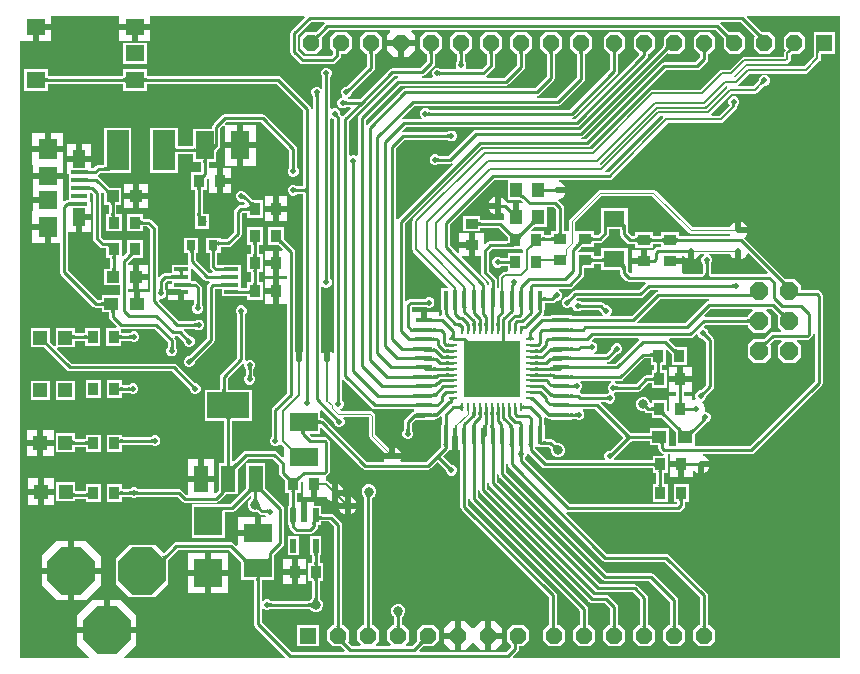
<source format=gtl>
G04*
G04 #@! TF.GenerationSoftware,Altium Limited,Altium Designer,22.2.1 (43)*
G04*
G04 Layer_Physical_Order=1*
G04 Layer_Color=255*
%FSLAX25Y25*%
%MOIN*%
G70*
G04*
G04 #@! TF.SameCoordinates,7339C814-AE53-45AD-ACDF-668E24E4BB01*
G04*
G04*
G04 #@! TF.FilePolarity,Positive*
G04*
G01*
G75*
%ADD10C,0.01000*%
%ADD16C,0.00394*%
%ADD18R,0.03937X0.03937*%
%ADD19R,0.01772X0.05512*%
%ADD20R,0.05512X0.01772*%
%ADD21R,0.05300X0.01600*%
%ADD22R,0.06100X0.06500*%
%ADD23R,0.04000X0.06000*%
%ADD24R,0.06000X0.06000*%
%ADD25R,0.04134X0.05118*%
%ADD26R,0.02165X0.04724*%
%ADD27R,0.19000X0.19000*%
%ADD28R,0.01083X0.02953*%
%ADD29R,0.02953X0.01083*%
%ADD30R,0.04724X0.04724*%
%ADD31R,0.03100X0.03500*%
%ADD32R,0.06299X0.05512*%
%ADD33R,0.03537X0.04331*%
%ADD34R,0.04331X0.03537*%
%ADD35R,0.04724X0.03937*%
%ADD36R,0.04724X0.01181*%
%ADD37R,0.14173X0.08661*%
%ADD38R,0.04800X0.08800*%
%ADD39R,0.07480X0.13386*%
%ADD40R,0.09449X0.09449*%
%ADD41R,0.07087X0.05512*%
%ADD42R,0.03537X0.04331*%
%ADD43R,0.09449X0.06299*%
%ADD44R,0.06299X0.09449*%
%ADD45R,0.04331X0.03537*%
%ADD83C,0.00803*%
%ADD84P,0.17046X8X202.5*%
%ADD85P,0.17046X8X112.5*%
%ADD86P,0.06061X8X292.5*%
%ADD87R,0.05600X0.05600*%
%ADD88P,0.06605X8X292.5*%
%ADD89C,0.02000*%
%ADD90C,0.03150*%
G36*
X101183Y208744D02*
X101049Y208603D01*
X100937Y208470D01*
X100846Y208344D01*
X100776Y208225D01*
X100728Y208115D01*
X100701Y208011D01*
X100695Y207915D01*
X100711Y207827D01*
X100749Y207746D01*
X100807Y207673D01*
X99405Y209075D01*
X99479Y209016D01*
X99559Y208979D01*
X99648Y208963D01*
X99743Y208968D01*
X99847Y208995D01*
X99958Y209044D01*
X100076Y209113D01*
X100202Y209204D01*
X100335Y209317D01*
X100476Y209451D01*
X101183Y208744D01*
D02*
G37*
G36*
X247400Y209613D02*
X247746Y209323D01*
X247903Y209215D01*
X248049Y209131D01*
X248186Y209071D01*
X248311Y209036D01*
X248427Y209024D01*
X248532Y209038D01*
X248626Y209075D01*
X246817Y208068D01*
X246895Y208124D01*
X246948Y208192D01*
X246975Y208271D01*
X246977Y208361D01*
X246953Y208462D01*
X246904Y208575D01*
X246830Y208698D01*
X246730Y208834D01*
X246605Y208980D01*
X246455Y209138D01*
X247212Y209794D01*
X247400Y209613D01*
D02*
G37*
G36*
X236795Y209195D02*
X236932Y209079D01*
X237060Y208986D01*
X237180Y208916D01*
X237291Y208869D01*
X237393Y208844D01*
X237488Y208842D01*
X237573Y208862D01*
X237650Y208905D01*
X237719Y208971D01*
X236437Y207437D01*
X236489Y207517D01*
X236518Y207606D01*
X236525Y207703D01*
X236509Y207809D01*
X236471Y207923D01*
X236411Y208047D01*
X236328Y208178D01*
X236222Y208319D01*
X236094Y208468D01*
X235943Y208626D01*
X236650Y209333D01*
X236795Y209195D01*
D02*
G37*
G36*
X217483Y203864D02*
X217425Y203940D01*
X217356Y203992D01*
X217276Y204018D01*
X217186Y204019D01*
X217084Y203996D01*
X216972Y203947D01*
X216849Y203873D01*
X216715Y203774D01*
X216570Y203651D01*
X216414Y203502D01*
X215718Y204220D01*
X215901Y204410D01*
X216193Y204758D01*
X216302Y204915D01*
X216386Y205062D01*
X216445Y205198D01*
X216480Y205323D01*
X216491Y205438D01*
X216476Y205541D01*
X216437Y205634D01*
X217483Y203864D01*
D02*
G37*
G36*
X258725Y203523D02*
X258644Y203548D01*
X258555Y203554D01*
X258460Y203541D01*
X258357Y203511D01*
X258247Y203462D01*
X258130Y203395D01*
X258005Y203309D01*
X257874Y203205D01*
X257735Y203083D01*
X257589Y202943D01*
X256852Y203342D01*
X256979Y203475D01*
X257084Y203597D01*
X257168Y203709D01*
X257230Y203811D01*
X257270Y203902D01*
X257288Y203983D01*
X257285Y204053D01*
X257260Y204113D01*
X257213Y204163D01*
X257144Y204202D01*
X258725Y203523D01*
D02*
G37*
G36*
X267541Y203503D02*
X267473Y203479D01*
X267412Y203439D01*
X267360Y203383D01*
X267316Y203310D01*
X267280Y203222D01*
X267252Y203118D01*
X267232Y202997D01*
X267220Y202861D01*
X267216Y202708D01*
X266413D01*
X266425Y203511D01*
X267617D01*
X267541Y203503D01*
D02*
G37*
G36*
X274370Y1220D02*
X165564D01*
X165372Y1682D01*
X167112Y3422D01*
X167400Y3853D01*
X167501Y4361D01*
Y5058D01*
X168888D01*
X170690Y6860D01*
Y10463D01*
X168888Y12265D01*
X165285D01*
X163484Y10463D01*
Y6860D01*
X164810Y5534D01*
X164816Y5500D01*
X164844Y5178D01*
Y4912D01*
X163229Y3297D01*
X134255D01*
X134063Y3759D01*
X135363Y5058D01*
X138888D01*
X140690Y6860D01*
Y10463D01*
X138888Y12265D01*
X135285D01*
X133484Y10463D01*
Y6937D01*
X131812Y5266D01*
X129749D01*
X129558Y5728D01*
X130690Y6860D01*
Y10463D01*
X128888Y12265D01*
X128455D01*
Y14597D01*
X128458Y14621D01*
X128472Y14687D01*
X128493Y14752D01*
X128521Y14817D01*
X128556Y14884D01*
X128600Y14953D01*
X128654Y15025D01*
X128720Y15101D01*
X128817Y15197D01*
X128859Y15260D01*
X129181Y15582D01*
X129543Y16456D01*
Y17402D01*
X129181Y18276D01*
X128512Y18945D01*
X127638Y19307D01*
X126692D01*
X125818Y18945D01*
X125149Y18276D01*
X124787Y17402D01*
Y16456D01*
X125149Y15582D01*
X125399Y15333D01*
X125431Y15280D01*
X125525Y15177D01*
X125592Y15093D01*
X125647Y15014D01*
X125693Y14937D01*
X125729Y14863D01*
X125758Y14792D01*
X125779Y14721D01*
X125794Y14651D01*
X125797Y14627D01*
Y12265D01*
X125285D01*
X123484Y10463D01*
Y6860D01*
X124616Y5728D01*
X124424Y5266D01*
X119749D01*
X119557Y5728D01*
X120690Y6860D01*
Y10463D01*
X118888Y12265D01*
X118533D01*
Y54336D01*
X118536Y54359D01*
X118551Y54421D01*
X118571Y54480D01*
X118597Y54539D01*
X118630Y54599D01*
X118672Y54661D01*
X118725Y54725D01*
X118789Y54793D01*
X118887Y54881D01*
X118924Y54931D01*
X119339Y55346D01*
X119701Y56220D01*
Y57166D01*
X119339Y58040D01*
X118670Y58709D01*
X117796Y59071D01*
X116850D01*
X115976Y58709D01*
X115307Y58040D01*
X114945Y57166D01*
Y56220D01*
X115307Y55346D01*
X115494Y55159D01*
X115509Y55131D01*
X115601Y55020D01*
X115668Y54930D01*
X115724Y54842D01*
X115770Y54759D01*
X115807Y54678D01*
X115836Y54600D01*
X115858Y54524D01*
X115873Y54450D01*
X115876Y54426D01*
Y12265D01*
X115285D01*
X113484Y10463D01*
Y6860D01*
X114616Y5728D01*
X114424Y5266D01*
X111574D01*
X110335Y6505D01*
X110690Y6860D01*
Y10463D01*
X108888Y12265D01*
X108415D01*
Y45669D01*
X108415Y45669D01*
X108314Y46178D01*
X108026Y46609D01*
X105664Y48971D01*
X105233Y49259D01*
X104724Y49360D01*
X101492D01*
Y51984D01*
X98949D01*
Y53181D01*
X96866D01*
Y48819D01*
X94866D01*
Y53181D01*
X93455D01*
Y56087D01*
X94698D01*
Y59825D01*
X94858Y59959D01*
X95358Y59725D01*
Y54890D01*
X98126D01*
Y59055D01*
X100126D01*
Y54890D01*
X102894D01*
X102894Y54890D01*
Y54890D01*
X103344Y54736D01*
X103505Y54457D01*
X104063Y53899D01*
X104748Y53504D01*
X104905Y53461D01*
Y56299D01*
Y59137D01*
X104826Y59116D01*
X104018Y59924D01*
X103620Y60190D01*
X103150Y60283D01*
X102894D01*
Y61729D01*
X103072Y61765D01*
X103503Y62053D01*
X104089Y62638D01*
X104377Y63069D01*
X104478Y63578D01*
Y73036D01*
X104377Y73545D01*
X104089Y73976D01*
X103503Y74562D01*
X103072Y74850D01*
X102564Y74951D01*
X98188D01*
X97632Y75507D01*
X97823Y75969D01*
X101197D01*
Y77767D01*
X101659Y77958D01*
X115202Y64415D01*
X115633Y64127D01*
X116142Y64026D01*
X137008D01*
X137516Y64127D01*
X137947Y64415D01*
X140157Y66625D01*
X143034Y63749D01*
X143040Y63740D01*
X143063Y63709D01*
X143076Y63688D01*
X143077Y63687D01*
X143079Y63682D01*
Y63421D01*
X143353Y62758D01*
X143860Y62251D01*
X144523Y61976D01*
X145241D01*
X145903Y62251D01*
X146411Y62758D01*
X146685Y63421D01*
Y64138D01*
X146411Y64801D01*
X145903Y65308D01*
X145241Y65583D01*
X144979D01*
X144975Y65585D01*
X144974Y65585D01*
X144953Y65598D01*
X144929Y65615D01*
X144904Y65637D01*
X142036Y68504D01*
X143853Y70320D01*
X143934Y70442D01*
X145063D01*
Y75197D01*
X147063D01*
Y70442D01*
X147884D01*
Y51575D01*
X147985Y51066D01*
X148273Y50635D01*
X177411Y21497D01*
Y12265D01*
X177332D01*
X175531Y10463D01*
Y6860D01*
X177332Y5058D01*
X180935D01*
X182737Y6860D01*
Y10463D01*
X180935Y12265D01*
X180069D01*
Y22047D01*
X179968Y22556D01*
X179680Y22987D01*
X150541Y52125D01*
Y54313D01*
X151034Y54330D01*
X151135Y53822D01*
X151423Y53391D01*
X187805Y17009D01*
Y12265D01*
X187332D01*
X185531Y10463D01*
Y6860D01*
X187332Y5058D01*
X190935D01*
X192737Y6860D01*
Y10463D01*
X190935Y12265D01*
X190463D01*
Y17559D01*
X190361Y18067D01*
X190073Y18499D01*
X153691Y54881D01*
Y57067D01*
X154183Y57087D01*
X154284Y56578D01*
X154572Y56147D01*
X190793Y19927D01*
X191224Y19639D01*
X191732Y19537D01*
X195906D01*
X197871Y17573D01*
X197805Y17244D01*
Y12265D01*
X197332D01*
X195531Y10463D01*
Y6860D01*
X197332Y5058D01*
X200935D01*
X202737Y6860D01*
Y10463D01*
X200935Y12265D01*
X200463D01*
Y16927D01*
X200541Y17323D01*
Y18110D01*
X200541Y18110D01*
X200440Y18619D01*
X200152Y19050D01*
X197396Y21806D01*
X196965Y22094D01*
X196457Y22195D01*
X192283D01*
X156841Y57637D01*
Y59430D01*
X157333Y59449D01*
X157434Y58940D01*
X157722Y58509D01*
X192761Y23470D01*
X193192Y23182D01*
X193701Y23081D01*
X205355D01*
X207805Y20631D01*
Y12265D01*
X207332D01*
X205531Y10463D01*
Y6860D01*
X207332Y5058D01*
X210935D01*
X212737Y6860D01*
Y10463D01*
X210935Y12265D01*
X210462D01*
Y21181D01*
X210361Y21690D01*
X210073Y22121D01*
X206845Y25349D01*
X206414Y25637D01*
X205906Y25738D01*
X194251D01*
X159990Y59999D01*
Y62580D01*
X160483Y62598D01*
X160584Y62090D01*
X160872Y61659D01*
X195124Y27407D01*
X195554Y27119D01*
X196063Y27018D01*
X210675D01*
X217805Y19887D01*
Y12265D01*
X217332D01*
X215531Y10463D01*
Y6860D01*
X217332Y5058D01*
X220935D01*
X222737Y6860D01*
Y10463D01*
X220935Y12265D01*
X220462D01*
Y20438D01*
X220361Y20946D01*
X220073Y21377D01*
X212165Y29286D01*
X211734Y29574D01*
X211225Y29675D01*
X196613D01*
X163140Y63148D01*
Y65728D01*
X163632Y65748D01*
X163733Y65240D01*
X164021Y64809D01*
X195124Y33706D01*
X195554Y33418D01*
X196063Y33317D01*
X215985D01*
X227805Y21497D01*
Y12265D01*
X227332D01*
X225531Y10463D01*
Y6860D01*
X227332Y5058D01*
X230935D01*
X232737Y6860D01*
Y10463D01*
X230935Y12265D01*
X230463D01*
Y22047D01*
X230361Y22556D01*
X230073Y22987D01*
X217475Y35585D01*
X217044Y35873D01*
X216535Y35974D01*
X196613D01*
X183005Y49582D01*
X183324Y49971D01*
X183350Y49954D01*
X183858Y49852D01*
X220472D01*
X220981Y49954D01*
X221412Y50242D01*
X222406Y51236D01*
X222694Y51667D01*
X222796Y52176D01*
Y53331D01*
X224039D01*
Y59268D01*
X218895D01*
Y53331D01*
X220138D01*
Y52726D01*
X219922Y52510D01*
X184409D01*
X169439Y67479D01*
Y68006D01*
X169440Y68017D01*
X169446Y68055D01*
X169452Y68080D01*
X169452Y68080D01*
X169454Y68085D01*
X169639Y68270D01*
X169913Y68933D01*
Y69249D01*
X170048Y69343D01*
X170413Y69440D01*
X175087Y64766D01*
X175518Y64478D01*
X176027Y64377D01*
X176027Y64377D01*
X211895D01*
Y62737D01*
X213138D01*
Y59268D01*
X211895D01*
Y53331D01*
X217039D01*
Y59268D01*
X215796D01*
Y62737D01*
X217039D01*
Y68674D01*
X217039D01*
X217112Y69144D01*
X217698D01*
Y66706D01*
X221467D01*
Y65706D01*
X222467D01*
Y61540D01*
X225235D01*
Y63516D01*
X225735Y63723D01*
X226111Y63347D01*
X226795Y62953D01*
X226953Y62910D01*
Y65748D01*
X227953D01*
Y66748D01*
X230791D01*
X230748Y66906D01*
X230353Y67590D01*
X229795Y68149D01*
X229111Y68544D01*
X228737Y68644D01*
X228803Y69144D01*
X244882D01*
X245390Y69245D01*
X245821Y69533D01*
X268262Y91974D01*
X268550Y92405D01*
X268652Y92913D01*
Y121932D01*
X268550Y122440D01*
X268262Y122871D01*
X267677Y123457D01*
X267246Y123745D01*
X266737Y123846D01*
X261335D01*
Y125470D01*
X259407Y127398D01*
X256443D01*
X256438Y127401D01*
X256340Y127468D01*
X256094Y127675D01*
X242431Y141338D01*
X242952Y141859D01*
X243347Y142543D01*
X243389Y142701D01*
X240551D01*
Y143701D01*
X239551D01*
Y146539D01*
X239393Y146496D01*
X238709Y146101D01*
X238151Y145543D01*
X237756Y144859D01*
X237719Y144720D01*
X225225D01*
X212926Y157020D01*
X212595Y157241D01*
X212205Y157319D01*
X194488D01*
X194098Y157241D01*
X193767Y157020D01*
X184318Y147571D01*
X184097Y147241D01*
X184020Y146850D01*
Y143473D01*
X182431D01*
Y151181D01*
X182330Y151690D01*
X182042Y152121D01*
X180535Y153628D01*
X180553Y153923D01*
X180648Y154176D01*
X181079Y154291D01*
X181763Y154686D01*
X182322Y155245D01*
X182717Y155929D01*
X182759Y156087D01*
X179921D01*
Y158087D01*
X182759D01*
X182717Y158245D01*
X182322Y158929D01*
X181763Y159487D01*
X181079Y159882D01*
X180705Y159982D01*
X180771Y160482D01*
X197638D01*
X198146Y160583D01*
X198577Y160872D01*
X198863Y161299D01*
X217044Y179480D01*
X234646D01*
X235116Y179574D01*
X235514Y179840D01*
X239845Y184171D01*
X240111Y184569D01*
X240205Y185039D01*
Y185220D01*
X240208Y185244D01*
X240214Y185271D01*
X240219Y185286D01*
X240228Y185296D01*
X240268Y185356D01*
X240505Y185593D01*
X240779Y186256D01*
Y186973D01*
X240505Y187636D01*
X239998Y188143D01*
X239335Y188417D01*
X238618D01*
X237955Y188143D01*
X237448Y187636D01*
X237173Y186973D01*
Y186256D01*
X237448Y185593D01*
X237620Y185420D01*
X234137Y181937D01*
X231625D01*
X231418Y182437D01*
X238304Y189323D01*
X246063D01*
X246533Y189416D01*
X246932Y189683D01*
X249082Y191833D01*
X249099Y191845D01*
X249122Y191859D01*
X249140Y191868D01*
X249154Y191874D01*
X249165Y191878D01*
X249174Y191880D01*
X249184Y191881D01*
X249230Y191882D01*
X249295Y191898D01*
X249571D01*
X250234Y192172D01*
X250741Y192679D01*
X251016Y193342D01*
Y194060D01*
X250741Y194722D01*
X250234Y195229D01*
X249571Y195504D01*
X248854D01*
X248191Y195229D01*
X247684Y194722D01*
X247410Y194060D01*
Y193783D01*
X247394Y193719D01*
X247393Y193672D01*
X247392Y193663D01*
X247390Y193653D01*
X247386Y193642D01*
X247380Y193628D01*
X247371Y193610D01*
X247357Y193587D01*
X247345Y193571D01*
X245554Y191779D01*
X240546D01*
X240394Y192280D01*
X240632Y192438D01*
X244210Y196016D01*
X262992D01*
X263462Y196109D01*
X263861Y196376D01*
X267683Y200198D01*
X267949Y200596D01*
X268042Y201066D01*
Y202696D01*
X272816D01*
Y209902D01*
X265610D01*
Y204019D01*
X265586Y203901D01*
Y201575D01*
X262483Y198472D01*
X243701D01*
X243231Y198379D01*
X242832Y198113D01*
X239438Y194719D01*
X239292Y194750D01*
X239204Y194916D01*
X239153Y195290D01*
X243028Y199165D01*
X256222D01*
X256693Y199259D01*
X257091Y199525D01*
X257712Y200146D01*
X257978Y200544D01*
X258071Y201014D01*
Y202256D01*
X258342Y202527D01*
X258398Y202576D01*
X258491Y202649D01*
X258559Y202696D01*
X261014D01*
X262816Y204498D01*
Y208101D01*
X261014Y209902D01*
X257411D01*
X255609Y208101D01*
Y204498D01*
X256224Y203883D01*
X255975Y203633D01*
X255708Y203235D01*
X255615Y202765D01*
Y201622D01*
X242520D01*
X242050Y201529D01*
X241651Y201262D01*
X237680Y197291D01*
X235039D01*
X234569Y197198D01*
X234171Y196932D01*
X227838Y190598D01*
X211811D01*
X211341Y190505D01*
X210943Y190239D01*
X191617Y170913D01*
X155905D01*
X155435Y170820D01*
X155037Y170554D01*
X132202Y147719D01*
X131936Y147320D01*
X131843Y146850D01*
Y137402D01*
X131936Y136932D01*
X132202Y136533D01*
X143848Y124888D01*
X143657Y124425D01*
X141225D01*
Y118141D01*
X141221Y118123D01*
X141225Y118104D01*
Y117307D01*
X141585D01*
Y115748D01*
X141613Y115608D01*
X141218Y115108D01*
X140582D01*
Y116665D01*
X136826D01*
Y113779D01*
X134826D01*
Y116665D01*
X131644D01*
Y118155D01*
X131845Y118356D01*
X136180D01*
X136380Y118156D01*
X137043Y117882D01*
X137760D01*
X138423Y118156D01*
X138930Y118664D01*
X139205Y119326D01*
Y120044D01*
X138930Y120706D01*
X138423Y121214D01*
X137760Y121488D01*
X137043D01*
X136380Y121214D01*
X136180Y121014D01*
X131295D01*
X130786Y120913D01*
X130355Y120625D01*
X129781Y120051D01*
X129281Y120258D01*
Y145906D01*
X154881Y171506D01*
X190157D01*
X190666Y171607D01*
X191097Y171895D01*
X216298Y197097D01*
X226772D01*
X227280Y197198D01*
X227711Y197486D01*
X230152Y199927D01*
X230440Y200358D01*
X230541Y200866D01*
Y202696D01*
X231014D01*
X232816Y204498D01*
Y208101D01*
X231014Y209902D01*
X227411D01*
X225609Y208101D01*
Y204498D01*
X227411Y202696D01*
X227884D01*
Y201416D01*
X226221Y199754D01*
X215748D01*
X215240Y199653D01*
X214809Y199365D01*
X189607Y174163D01*
X188208D01*
X188189Y174656D01*
X188697Y174757D01*
X189128Y175045D01*
X217095Y203012D01*
X217411Y202696D01*
X221014D01*
X222816Y204498D01*
Y208101D01*
X221014Y209902D01*
X217411D01*
X215610Y208101D01*
Y205354D01*
X215609Y205353D01*
X215541Y205255D01*
X215333Y205007D01*
X187639Y177313D01*
X153150D01*
X152641Y177212D01*
X152210Y176924D01*
X143938Y168651D01*
X140655D01*
X140645Y168653D01*
X140606Y168659D01*
X140582Y168664D01*
X140581Y168665D01*
X140576Y168667D01*
X140392Y168851D01*
X139729Y169126D01*
X139011D01*
X138349Y168851D01*
X137841Y168344D01*
X137567Y167682D01*
Y166964D01*
X137841Y166301D01*
X138349Y165794D01*
X139011Y165520D01*
X139729D01*
X140392Y165794D01*
X140576Y165979D01*
X140581Y165981D01*
X140582Y165981D01*
X140606Y165987D01*
X140635Y165991D01*
X140668Y165994D01*
X144488D01*
X144997Y166095D01*
X145022Y166112D01*
X145341Y165724D01*
X127025Y147408D01*
X126973Y147410D01*
X126525Y147566D01*
Y171103D01*
X129290Y173868D01*
X143597D01*
X143607Y173867D01*
X143646Y173861D01*
X143670Y173855D01*
X143671Y173855D01*
X143676Y173853D01*
X143860Y173668D01*
X144523Y173394D01*
X145241D01*
X145903Y173668D01*
X146411Y174176D01*
X146685Y174838D01*
Y175556D01*
X146411Y176218D01*
X145903Y176725D01*
X145241Y177000D01*
X144523D01*
X143860Y176725D01*
X143676Y176541D01*
X143671Y176539D01*
X143670Y176539D01*
X143646Y176533D01*
X143617Y176528D01*
X143584Y176525D01*
X128740D01*
X128712Y176520D01*
X128466Y176981D01*
X129684Y178199D01*
X186614D01*
X187123Y178300D01*
X187554Y178588D01*
X210152Y201186D01*
X210440Y201618D01*
X210541Y202126D01*
Y202696D01*
X211014D01*
X212816Y204498D01*
Y208101D01*
X211014Y209902D01*
X207411D01*
X205609Y208101D01*
Y204498D01*
X207304Y202803D01*
X207406Y202198D01*
X186064Y180856D01*
X185058D01*
X185039Y181349D01*
X185548Y181450D01*
X185979Y181738D01*
X200152Y195911D01*
X200440Y196342D01*
X200541Y196850D01*
Y202696D01*
X201014D01*
X202816Y204498D01*
Y208101D01*
X201014Y209902D01*
X197411D01*
X195609Y208101D01*
Y204498D01*
X197411Y202696D01*
X197884D01*
Y197401D01*
X184489Y184006D01*
X137505D01*
X137495Y184007D01*
X137456Y184013D01*
X137432Y184019D01*
X137432Y184019D01*
X137427Y184021D01*
X137242Y184206D01*
X136579Y184480D01*
X135862D01*
X135199Y184206D01*
X134692Y183699D01*
X134417Y183036D01*
Y182318D01*
X134692Y181656D01*
X134991Y181356D01*
X134784Y180856D01*
X129134D01*
X128625Y180755D01*
X128600Y180738D01*
X128281Y181126D01*
X132440Y185285D01*
X180315D01*
X180823Y185387D01*
X181254Y185675D01*
X188971Y193391D01*
X189259Y193822D01*
X189360Y194331D01*
Y202696D01*
X189833D01*
X191635Y204498D01*
Y208101D01*
X189833Y209902D01*
X186230D01*
X184428Y208101D01*
Y204498D01*
X186230Y202696D01*
X186703D01*
Y194881D01*
X179765Y187943D01*
X173247D01*
X173228Y188435D01*
X173737Y188536D01*
X174168Y188824D01*
X178892Y193549D01*
X179180Y193980D01*
X179281Y194488D01*
Y202696D01*
X179833D01*
X181635Y204498D01*
Y208101D01*
X179833Y209902D01*
X176230D01*
X174428Y208101D01*
Y204498D01*
X176230Y202696D01*
X176624D01*
Y195039D01*
X172678Y191093D01*
X129528D01*
X129019Y190991D01*
X128588Y190703D01*
X116789Y178905D01*
X116736Y178906D01*
X116289Y179062D01*
Y180552D01*
X127716Y191978D01*
X162992D01*
X163501Y192079D01*
X163932Y192368D01*
X168971Y197407D01*
X169259Y197838D01*
X169360Y198346D01*
Y202696D01*
X169833D01*
X171635Y204498D01*
Y208101D01*
X169833Y209902D01*
X166230D01*
X164428Y208101D01*
Y204498D01*
X166230Y202696D01*
X166703D01*
Y198897D01*
X162442Y194636D01*
X156621D01*
X156465Y195083D01*
X156464Y195136D01*
X158971Y197643D01*
X159259Y198074D01*
X159360Y198583D01*
Y202696D01*
X159833D01*
X161635Y204498D01*
Y208101D01*
X159833Y209902D01*
X156230D01*
X154428Y208101D01*
Y204498D01*
X156230Y202696D01*
X156703D01*
Y199133D01*
X154961Y197392D01*
X149808D01*
X149599Y197892D01*
X149835Y198460D01*
Y199178D01*
X149560Y199840D01*
X149375Y200025D01*
X149373Y200030D01*
X149373Y200031D01*
X149368Y200055D01*
X149363Y200083D01*
X149360Y200117D01*
Y202696D01*
X149833D01*
X151635Y204498D01*
Y208101D01*
X149833Y209902D01*
X146230D01*
X144428Y208101D01*
Y204498D01*
X146230Y202696D01*
X146703D01*
Y200104D01*
X146702Y200094D01*
X146695Y200055D01*
X146690Y200031D01*
X146690Y200030D01*
X146688Y200025D01*
X146503Y199840D01*
X146228Y199178D01*
Y198460D01*
X146464Y197892D01*
X146255Y197392D01*
X141443D01*
X141432Y197393D01*
X141393Y197399D01*
X141369Y197405D01*
X141368Y197405D01*
X141364Y197407D01*
X141179Y197592D01*
X140516Y197866D01*
X139799D01*
X139136Y197592D01*
X138629Y197084D01*
X138354Y196422D01*
Y195704D01*
X138590Y195136D01*
X138381Y194636D01*
X135058D01*
X135039Y195128D01*
X135548Y195229D01*
X135979Y195517D01*
X138971Y198509D01*
X139259Y198940D01*
X139360Y199449D01*
Y202696D01*
X139833D01*
X141635Y204498D01*
Y208101D01*
X139833Y209902D01*
X136230D01*
X134428Y208101D01*
Y204498D01*
X136230Y202696D01*
X136703D01*
Y199999D01*
X134489Y197785D01*
X125197D01*
X124688Y197684D01*
X124257Y197396D01*
X114410Y187549D01*
X110514D01*
X110415Y188049D01*
X110864Y188235D01*
X111371Y188742D01*
X111646Y189405D01*
Y189666D01*
X111648Y189671D01*
X111648Y189672D01*
X111661Y189693D01*
X111678Y189716D01*
X111700Y189742D01*
X118971Y197013D01*
X119259Y197444D01*
X119360Y197953D01*
Y202696D01*
X119833D01*
X121635Y204498D01*
Y208101D01*
X119833Y209902D01*
X116230D01*
X114428Y208101D01*
Y204498D01*
X116230Y202696D01*
X116703D01*
Y198503D01*
X109812Y191612D01*
X109803Y191605D01*
X109772Y191583D01*
X109751Y191569D01*
X109750Y191569D01*
X109745Y191567D01*
X109484D01*
X108821Y191292D01*
X108314Y190785D01*
X108039Y190122D01*
Y189405D01*
X108314Y188742D01*
X108533Y188524D01*
X108326Y188024D01*
X108303D01*
X107640Y187749D01*
X107133Y187242D01*
X106858Y186579D01*
Y185862D01*
X107133Y185199D01*
X107640Y184692D01*
X108303Y184417D01*
X109020D01*
X109683Y184692D01*
X109868Y184877D01*
X109872Y184879D01*
X109873Y184879D01*
X109897Y184884D01*
X109926Y184889D01*
X109959Y184892D01*
X111100D01*
X111291Y184430D01*
X108760Y181899D01*
X108746Y181894D01*
X108148Y181983D01*
X108026Y182165D01*
X107709Y182483D01*
Y183036D01*
X107434Y183699D01*
X106927Y184206D01*
X106264Y184480D01*
X105547D01*
X104978Y184245D01*
X104478Y184453D01*
Y194778D01*
X104479Y194788D01*
X104486Y194827D01*
X104491Y194851D01*
X104491Y194852D01*
X104494Y194857D01*
X104678Y195042D01*
X104953Y195704D01*
Y196422D01*
X104678Y197084D01*
X104171Y197592D01*
X103508Y197866D01*
X102791D01*
X102128Y197592D01*
X101621Y197084D01*
X101347Y196422D01*
Y195704D01*
X101621Y195042D01*
X101806Y194857D01*
X101808Y194852D01*
X101808Y194851D01*
X101813Y194827D01*
X101818Y194798D01*
X101821Y194765D01*
Y191200D01*
X101321Y190993D01*
X101021Y191292D01*
X100359Y191567D01*
X99641D01*
X98979Y191292D01*
X98471Y190785D01*
X98197Y190122D01*
Y189405D01*
X98471Y188742D01*
X98656Y188558D01*
X98658Y188553D01*
X98658Y188552D01*
X98664Y188528D01*
X98669Y188499D01*
X98671Y188466D01*
Y184271D01*
X98179Y184252D01*
X98078Y184760D01*
X97790Y185192D01*
X88144Y194837D01*
X87713Y195125D01*
X87204Y195227D01*
X43322D01*
Y197457D01*
X35417D01*
Y195227D01*
X10252D01*
Y197457D01*
X2347D01*
Y190339D01*
X10252D01*
Y192569D01*
X35417D01*
Y190339D01*
X43322D01*
Y192569D01*
X86654D01*
X95522Y183702D01*
Y158469D01*
X95515Y158428D01*
X95513Y158424D01*
X95509Y158423D01*
X95468Y158415D01*
X93411D01*
X93401Y158416D01*
X93362Y158423D01*
X93338Y158428D01*
X93337Y158429D01*
X93332Y158431D01*
X93147Y158615D01*
X92485Y158890D01*
X91767D01*
X91105Y158615D01*
X90597Y158108D01*
X90323Y157445D01*
Y156728D01*
X90597Y156065D01*
X91105Y155558D01*
X91767Y155283D01*
X92485D01*
X93147Y155558D01*
X93332Y155743D01*
X93337Y155745D01*
X93338Y155745D01*
X93362Y155751D01*
X93391Y155755D01*
X93424Y155758D01*
X95468D01*
X95509Y155751D01*
X95513Y155749D01*
X95515Y155745D01*
X95522Y155704D01*
Y103565D01*
X95095Y103297D01*
Y100394D01*
X93094D01*
Y103297D01*
X92667Y103565D01*
Y136587D01*
X92566Y137095D01*
X92278Y137526D01*
X89204Y140601D01*
X89047Y140769D01*
X88942Y140901D01*
X88902Y140958D01*
Y141234D01*
X88906Y141253D01*
X88902Y141271D01*
Y144960D01*
X83759D01*
Y139023D01*
X86654D01*
X86673Y139019D01*
X86692Y139023D01*
X86968D01*
X87015Y138990D01*
X87283Y138763D01*
X88614Y137433D01*
X88423Y136971D01*
X87431D01*
Y132805D01*
X86431D01*
D01*
X87431D01*
Y128640D01*
X90010D01*
Y127591D01*
X87431D01*
Y123425D01*
Y119260D01*
X90010D01*
Y89527D01*
X85281Y84798D01*
X84993Y84367D01*
X84892Y83858D01*
Y74907D01*
X84891Y74897D01*
X84884Y74858D01*
X84879Y74834D01*
X84879Y74833D01*
X84877Y74828D01*
X84692Y74643D01*
X84417Y73981D01*
Y73263D01*
X84692Y72601D01*
X85199Y72093D01*
X85862Y71819D01*
X86579D01*
X87242Y72093D01*
X87454Y72306D01*
X88137Y72330D01*
X88945Y71523D01*
Y68312D01*
X88483Y68120D01*
X86766Y69837D01*
X86335Y70125D01*
X85827Y70226D01*
X76342D01*
X75833Y70125D01*
X75402Y69837D01*
X72301Y66736D01*
X71801Y66943D01*
Y80295D01*
X78362D01*
Y90563D01*
X70226D01*
Y94332D01*
X75315Y99421D01*
X75690Y99214D01*
X75756Y99154D01*
Y98460D01*
X76030Y97798D01*
X76215Y97613D01*
X76217Y97608D01*
X76217Y97607D01*
X76223Y97583D01*
X76228Y97554D01*
X76230Y97521D01*
Y95380D01*
X76229Y95369D01*
X76223Y95331D01*
X76217Y95306D01*
X76217Y95306D01*
X76215Y95301D01*
X76030Y95116D01*
X75756Y94453D01*
Y93736D01*
X76030Y93073D01*
X76538Y92566D01*
X77200Y92291D01*
X77918D01*
X78580Y92566D01*
X79088Y93073D01*
X79362Y93736D01*
Y94453D01*
X79088Y95116D01*
X78903Y95301D01*
X78901Y95306D01*
X78901Y95306D01*
X78895Y95330D01*
X78891Y95359D01*
X78888Y95392D01*
Y97534D01*
X78889Y97544D01*
X78895Y97583D01*
X78901Y97607D01*
X78901Y97608D01*
X78903Y97613D01*
X79088Y97798D01*
X79362Y98460D01*
Y99178D01*
X79088Y99840D01*
X78580Y100347D01*
X77918Y100622D01*
X77200D01*
X76556Y100355D01*
X76463Y100393D01*
X76097Y100614D01*
X76132Y100787D01*
Y115644D01*
X76133Y115655D01*
X76139Y115693D01*
X76145Y115717D01*
X76145Y115718D01*
X76147Y115723D01*
X76332Y115908D01*
X76606Y116570D01*
Y117288D01*
X76332Y117950D01*
X75824Y118458D01*
X75162Y118732D01*
X74445D01*
X73782Y118458D01*
X73274Y117950D01*
X73000Y117288D01*
Y116570D01*
X73274Y115908D01*
X73459Y115723D01*
X73461Y115718D01*
X73462Y115717D01*
X73467Y115693D01*
X73472Y115665D01*
X73475Y115631D01*
Y101338D01*
X67958Y95821D01*
X67670Y95390D01*
X67569Y94882D01*
Y90563D01*
X62583D01*
Y80295D01*
X69144D01*
Y66232D01*
X67269D01*
Y59257D01*
X67244Y59128D01*
Y57110D01*
X66272Y56139D01*
X65772Y56346D01*
Y60028D01*
X56972D01*
Y55659D01*
X56456D01*
X54877Y57239D01*
X54445Y57527D01*
X53937Y57628D01*
X40262D01*
X40251Y57629D01*
X40212Y57635D01*
X40188Y57641D01*
X40187Y57641D01*
X40183Y57643D01*
X39998Y57828D01*
X39335Y58102D01*
X38618D01*
X37955Y57828D01*
X37770Y57643D01*
X37765Y57641D01*
X37764Y57641D01*
X37740Y57635D01*
X37712Y57631D01*
X37678Y57628D01*
X35105D01*
Y59268D01*
X29962D01*
Y53331D01*
X35105D01*
Y54971D01*
X37691D01*
X37702Y54969D01*
X37740Y54963D01*
X37764Y54958D01*
X37765Y54957D01*
X37770Y54955D01*
X37955Y54771D01*
X38618Y54496D01*
X39335D01*
X39998Y54771D01*
X40183Y54955D01*
X40187Y54957D01*
X40188Y54958D01*
X40212Y54963D01*
X40241Y54968D01*
X40274Y54971D01*
X53387D01*
X54966Y53391D01*
X55397Y53103D01*
X55905Y53002D01*
X66343D01*
X66852Y53103D01*
X67283Y53391D01*
X69512Y55620D01*
X69649Y55825D01*
X73676D01*
Y64300D01*
X73703Y64340D01*
X73932Y64609D01*
X76892Y67569D01*
X85276D01*
X87254Y65591D01*
Y62995D01*
X87355Y62487D01*
X87643Y62056D01*
X89253Y60446D01*
X89410Y60277D01*
X89515Y60146D01*
X89554Y60089D01*
Y59813D01*
X89551Y59794D01*
X89554Y59776D01*
Y56087D01*
X90798D01*
Y51984D01*
X90241D01*
Y45653D01*
X90798D01*
Y44881D01*
X90899Y44373D01*
X91187Y43942D01*
X92368Y42761D01*
X92799Y42473D01*
X93307Y42372D01*
X97638D01*
X98146Y42473D01*
X98577Y42761D01*
X99963Y44147D01*
X100251Y44578D01*
X100352Y45087D01*
X100352Y45087D01*
Y45653D01*
X101492D01*
Y46703D01*
X104174D01*
X105758Y45119D01*
Y12265D01*
X105285D01*
X103483Y10463D01*
Y6860D01*
X105285Y5058D01*
X107949D01*
X107959Y5052D01*
X108057Y4985D01*
X108302Y4779D01*
X109323Y3759D01*
X109131Y3297D01*
X91495D01*
X81644Y13149D01*
Y17461D01*
X82144Y17669D01*
X82443Y17369D01*
X83106Y17095D01*
X83823D01*
X84486Y17369D01*
X84671Y17554D01*
X84676Y17556D01*
X84676Y17556D01*
X84701Y17561D01*
X84729Y17566D01*
X84763Y17569D01*
X97289D01*
X97312Y17566D01*
X97381Y17551D01*
X97448Y17530D01*
X97517Y17502D01*
X97587Y17466D01*
X97660Y17421D01*
X97736Y17366D01*
X97815Y17300D01*
X97915Y17204D01*
X97975Y17165D01*
X98259Y16882D01*
X99133Y16520D01*
X100079D01*
X100953Y16882D01*
X101622Y17551D01*
X101984Y18425D01*
Y19371D01*
X101622Y20245D01*
X101338Y20528D01*
X101300Y20589D01*
X101204Y20689D01*
X101138Y20768D01*
X101083Y20844D01*
X101038Y20917D01*
X101002Y20987D01*
X100974Y21056D01*
X100953Y21124D01*
X100938Y21192D01*
X100935Y21215D01*
Y26953D01*
X102178D01*
Y32890D01*
X100935D01*
Y35417D01*
X101492D01*
Y41748D01*
X97720D01*
Y35417D01*
X98278D01*
Y32890D01*
X97035D01*
Y26953D01*
X98278D01*
Y21215D01*
X98275Y21192D01*
X98260Y21124D01*
X98239Y21056D01*
X98211Y20987D01*
X98175Y20917D01*
X98130Y20844D01*
X98075Y20768D01*
X98008Y20689D01*
X97914Y20590D01*
X97815Y20495D01*
X97736Y20429D01*
X97660Y20374D01*
X97587Y20329D01*
X97517Y20293D01*
X97448Y20265D01*
X97381Y20244D01*
X97312Y20229D01*
X97289Y20226D01*
X84750D01*
X84739Y20227D01*
X84701Y20234D01*
X84676Y20239D01*
X84676Y20240D01*
X84671Y20242D01*
X84486Y20426D01*
X83823Y20701D01*
X83106D01*
X82443Y20426D01*
X82144Y20127D01*
X81644Y20334D01*
Y27149D01*
X85843D01*
Y33623D01*
X85868Y33752D01*
Y35564D01*
X88735Y38431D01*
X89023Y38862D01*
X89124Y39370D01*
Y50805D01*
X89023Y51314D01*
X88735Y51745D01*
X83077Y57403D01*
X82920Y57571D01*
X82815Y57703D01*
X82776Y57760D01*
Y58036D01*
X82779Y58055D01*
X82776Y58073D01*
Y66232D01*
X76369D01*
Y58073D01*
X76366Y58055D01*
X76369Y58036D01*
Y57760D01*
X76336Y57713D01*
X76109Y57445D01*
X71069Y52404D01*
X68004D01*
X67876Y52378D01*
X58252D01*
Y41323D01*
X69307D01*
Y49747D01*
X71619D01*
X72128Y49848D01*
X72559Y50136D01*
X77699Y55276D01*
X78199Y55069D01*
Y54680D01*
X78196Y54656D01*
X78181Y54588D01*
X78160Y54520D01*
X78132Y54452D01*
X78096Y54381D01*
X78051Y54308D01*
X77996Y54232D01*
X77930Y54153D01*
X77834Y54053D01*
X77795Y53993D01*
X77512Y53709D01*
X77150Y52835D01*
Y51889D01*
X77512Y51015D01*
X78181Y50346D01*
X79055Y49984D01*
X79462D01*
X79533Y49969D01*
X79671Y49966D01*
X79773Y49957D01*
X79866Y49943D01*
X79949Y49923D01*
X80024Y49899D01*
X80092Y49871D01*
X80154Y49838D01*
X80212Y49801D01*
X80232Y49786D01*
X80813Y49205D01*
X81243Y48917D01*
X81752Y48816D01*
X82751D01*
X82966Y48563D01*
X82845Y48176D01*
X82759Y48063D01*
X81315D01*
Y42913D01*
X80315D01*
Y41914D01*
X73590D01*
Y38784D01*
X73129Y38593D01*
X72199Y39522D01*
X71768Y39810D01*
X71260Y39911D01*
X53204D01*
X52696Y39810D01*
X52264Y39522D01*
X48905Y36162D01*
X46060Y39007D01*
X37383D01*
X33044Y34668D01*
Y25991D01*
X37383Y21653D01*
X46060D01*
X50398Y25991D01*
Y33828D01*
X50466Y33926D01*
X50675Y34174D01*
X53754Y37254D01*
X70709D01*
X74490Y33473D01*
X74646Y33306D01*
X74753Y33172D01*
X74787Y33123D01*
Y27149D01*
X78986D01*
Y12598D01*
X79087Y12090D01*
X79375Y11659D01*
X89352Y1682D01*
X89161Y1220D01*
X35976D01*
X35785Y1682D01*
X39795Y5693D01*
Y9630D01*
X29921D01*
X20047D01*
Y5693D01*
X24058Y1682D01*
X23867Y1220D01*
X1220D01*
Y206858D01*
X5299D01*
Y211614D01*
X6299D01*
Y212614D01*
X11449D01*
Y215315D01*
X34220D01*
Y212614D01*
X39370D01*
X44519D01*
Y215315D01*
X95854D01*
X96045Y214853D01*
X91580Y210388D01*
X91292Y209957D01*
X91191Y209449D01*
Y203150D01*
X91292Y202641D01*
X91580Y202210D01*
X94336Y199454D01*
X94767Y199166D01*
X95276Y199065D01*
X105118D01*
X105627Y199166D01*
X106058Y199454D01*
X107632Y201029D01*
X107921Y201460D01*
X108022Y201969D01*
Y202696D01*
X109833D01*
X111635Y204498D01*
Y208101D01*
X109833Y209902D01*
X106230D01*
X104428Y208101D01*
Y204498D01*
X105389Y203537D01*
X105364Y203413D01*
Y202519D01*
X104568Y201722D01*
X95826D01*
X93848Y203700D01*
Y208898D01*
X98188Y213238D01*
X102434D01*
X102590Y212791D01*
X102592Y212738D01*
X99756Y209902D01*
X96230D01*
X94428Y208101D01*
Y204498D01*
X96230Y202696D01*
X99833D01*
X101635Y204498D01*
Y208023D01*
X104094Y210482D01*
X124361D01*
X124553Y210020D01*
X123231Y208699D01*
Y207299D01*
X128032D01*
X132832D01*
Y208699D01*
X131510Y210020D01*
X131702Y210482D01*
X232914D01*
X235535Y207861D01*
X235584Y207805D01*
X235609Y207771D01*
Y204498D01*
X237411Y202696D01*
X241014D01*
X242816Y204498D01*
Y208101D01*
X241014Y209902D01*
X237411D01*
X237332Y209823D01*
X234416Y212738D01*
X234418Y212791D01*
X234574Y213238D01*
X241182D01*
X245964Y208456D01*
X245609Y208101D01*
Y204498D01*
X247411Y202696D01*
X251014D01*
X252816Y204498D01*
Y208101D01*
X251014Y209902D01*
X248350D01*
X248340Y209908D01*
X248242Y209975D01*
X247997Y210181D01*
X243325Y214853D01*
X243516Y215315D01*
X274370D01*
Y1220D01*
D02*
G37*
G36*
X230118Y203513D02*
X230033Y203483D01*
X229958Y203432D01*
X229893Y203361D01*
X229838Y203270D01*
X229793Y203159D01*
X229758Y203027D01*
X229733Y202875D01*
X229718Y202703D01*
X229713Y202511D01*
X228713D01*
X228708Y202703D01*
X228693Y202875D01*
X228668Y203027D01*
X228633Y203159D01*
X228588Y203270D01*
X228533Y203361D01*
X228468Y203432D01*
X228393Y203483D01*
X228308Y203513D01*
X228213Y203523D01*
X230213D01*
X230118Y203513D01*
D02*
G37*
G36*
X210118D02*
X210033Y203483D01*
X209958Y203432D01*
X209893Y203361D01*
X209838Y203270D01*
X209793Y203159D01*
X209758Y203027D01*
X209733Y202875D01*
X209718Y202703D01*
X209713Y202511D01*
X208713D01*
X208708Y202703D01*
X208693Y202875D01*
X208668Y203027D01*
X208633Y203159D01*
X208588Y203270D01*
X208533Y203361D01*
X208468Y203432D01*
X208393Y203483D01*
X208308Y203513D01*
X208213Y203523D01*
X210213D01*
X210118Y203513D01*
D02*
G37*
G36*
X200118D02*
X200033Y203483D01*
X199958Y203432D01*
X199893Y203361D01*
X199838Y203270D01*
X199793Y203159D01*
X199758Y203027D01*
X199733Y202875D01*
X199718Y202703D01*
X199713Y202511D01*
X198713D01*
X198708Y202703D01*
X198693Y202875D01*
X198668Y203027D01*
X198633Y203159D01*
X198588Y203270D01*
X198533Y203361D01*
X198468Y203432D01*
X198393Y203483D01*
X198308Y203513D01*
X198213Y203523D01*
X200213D01*
X200118Y203513D01*
D02*
G37*
G36*
X188936D02*
X188851Y203483D01*
X188777Y203432D01*
X188712Y203361D01*
X188656Y203270D01*
X188611Y203159D01*
X188576Y203027D01*
X188551Y202875D01*
X188537Y202703D01*
X188531Y202511D01*
X187531D01*
X187527Y202703D01*
X187512Y202875D01*
X187487Y203027D01*
X187452Y203159D01*
X187407Y203270D01*
X187352Y203361D01*
X187286Y203432D01*
X187212Y203483D01*
X187127Y203513D01*
X187031Y203523D01*
X189032D01*
X188936Y203513D01*
D02*
G37*
G36*
X178858D02*
X178773Y203483D01*
X178698Y203432D01*
X178633Y203361D01*
X178578Y203270D01*
X178533Y203159D01*
X178498Y203027D01*
X178473Y202875D01*
X178458Y202703D01*
X178453Y202511D01*
X177453D01*
X177448Y202703D01*
X177433Y202875D01*
X177408Y203027D01*
X177373Y203159D01*
X177328Y203270D01*
X177273Y203361D01*
X177208Y203432D01*
X177133Y203483D01*
X177048Y203513D01*
X176953Y203523D01*
X178953D01*
X178858Y203513D01*
D02*
G37*
G36*
X168937D02*
X168851Y203483D01*
X168777Y203432D01*
X168711Y203361D01*
X168657Y203270D01*
X168612Y203159D01*
X168577Y203027D01*
X168552Y202875D01*
X168536Y202703D01*
X168532Y202511D01*
X167532D01*
X167526Y202703D01*
X167511Y202875D01*
X167487Y203027D01*
X167452Y203159D01*
X167406Y203270D01*
X167351Y203361D01*
X167287Y203432D01*
X167211Y203483D01*
X167127Y203513D01*
X167032Y203523D01*
X169032D01*
X168937Y203513D01*
D02*
G37*
G36*
X158937D02*
X158852Y203483D01*
X158776Y203432D01*
X158712Y203361D01*
X158657Y203270D01*
X158612Y203159D01*
X158577Y203027D01*
X158552Y202875D01*
X158537Y202703D01*
X158531Y202511D01*
X157531D01*
X157527Y202703D01*
X157511Y202875D01*
X157486Y203027D01*
X157451Y203159D01*
X157406Y203270D01*
X157352Y203361D01*
X157287Y203432D01*
X157211Y203483D01*
X157126Y203513D01*
X157032Y203523D01*
X159031D01*
X158937Y203513D01*
D02*
G37*
G36*
X148936D02*
X148852Y203483D01*
X148776Y203432D01*
X148712Y203361D01*
X148656Y203270D01*
X148611Y203159D01*
X148576Y203027D01*
X148551Y202875D01*
X148537Y202703D01*
X148531Y202511D01*
X147531D01*
X147527Y202703D01*
X147511Y202875D01*
X147486Y203027D01*
X147451Y203159D01*
X147406Y203270D01*
X147352Y203361D01*
X147286Y203432D01*
X147212Y203483D01*
X147126Y203513D01*
X147031Y203523D01*
X149031D01*
X148936Y203513D01*
D02*
G37*
G36*
X138936D02*
X138851Y203483D01*
X138777Y203432D01*
X138712Y203361D01*
X138656Y203270D01*
X138611Y203159D01*
X138576Y203027D01*
X138551Y202875D01*
X138537Y202703D01*
X138531Y202511D01*
X137531D01*
X137527Y202703D01*
X137512Y202875D01*
X137487Y203027D01*
X137452Y203159D01*
X137407Y203270D01*
X137352Y203361D01*
X137286Y203432D01*
X137212Y203483D01*
X137127Y203513D01*
X137031Y203523D01*
X139032D01*
X138936Y203513D01*
D02*
G37*
G36*
X118937D02*
X118851Y203483D01*
X118777Y203432D01*
X118711Y203361D01*
X118657Y203270D01*
X118612Y203159D01*
X118577Y203027D01*
X118552Y202875D01*
X118536Y202703D01*
X118532Y202511D01*
X117532D01*
X117526Y202703D01*
X117511Y202875D01*
X117487Y203027D01*
X117452Y203159D01*
X117406Y203270D01*
X117351Y203361D01*
X117287Y203432D01*
X117211Y203483D01*
X117127Y203513D01*
X117032Y203523D01*
X119032D01*
X118937Y203513D01*
D02*
G37*
G36*
X148533Y200177D02*
X148549Y199984D01*
X148564Y199898D01*
X148582Y199819D01*
X148603Y199747D01*
X148629Y199683D01*
X148660Y199626D01*
X148694Y199576D01*
X148732Y199533D01*
X147332D01*
X147370Y199576D01*
X147404Y199626D01*
X147433Y199683D01*
X147459Y199747D01*
X147482Y199819D01*
X147500Y199898D01*
X147513Y199984D01*
X147523Y200077D01*
X147531Y200285D01*
X148531D01*
X148533Y200177D01*
D02*
G37*
G36*
X140914Y196725D02*
X140964Y196691D01*
X141022Y196661D01*
X141086Y196635D01*
X141158Y196613D01*
X141236Y196595D01*
X141322Y196581D01*
X141416Y196571D01*
X141623Y196563D01*
Y195563D01*
X141516Y195561D01*
X141322Y195545D01*
X141236Y195531D01*
X141158Y195513D01*
X141086Y195491D01*
X141022Y195465D01*
X140964Y195435D01*
X140914Y195401D01*
X140872Y195363D01*
Y196763D01*
X140914Y196725D01*
D02*
G37*
G36*
X103812Y195306D02*
X103778Y195256D01*
X103748Y195199D01*
X103722Y195134D01*
X103700Y195063D01*
X103682Y194984D01*
X103668Y194898D01*
X103658Y194805D01*
X103650Y194597D01*
X102650D01*
X102648Y194704D01*
X102632Y194898D01*
X102618Y194984D01*
X102600Y195063D01*
X102578Y195134D01*
X102552Y195199D01*
X102522Y195256D01*
X102488Y195306D01*
X102450Y195349D01*
X103850D01*
X103812Y195306D01*
D02*
G37*
G36*
X42505Y194803D02*
X42536Y194718D01*
X42586Y194643D01*
X42657Y194578D01*
X42748Y194523D01*
X42860Y194478D01*
X42991Y194443D01*
X43143Y194418D01*
X43315Y194403D01*
X43507Y194398D01*
Y193398D01*
X43315Y193393D01*
X43143Y193378D01*
X42991Y193353D01*
X42860Y193318D01*
X42748Y193273D01*
X42657Y193218D01*
X42586Y193153D01*
X42536Y193078D01*
X42505Y192993D01*
X42495Y192898D01*
Y194898D01*
X42505Y194803D01*
D02*
G37*
G36*
X36244Y192898D02*
X36234Y192993D01*
X36204Y193078D01*
X36153Y193153D01*
X36082Y193218D01*
X35991Y193273D01*
X35880Y193318D01*
X35748Y193353D01*
X35596Y193378D01*
X35424Y193393D01*
X35232Y193398D01*
Y194398D01*
X35424Y194403D01*
X35596Y194418D01*
X35748Y194443D01*
X35880Y194478D01*
X35991Y194523D01*
X36082Y194578D01*
X36153Y194643D01*
X36204Y194718D01*
X36234Y194803D01*
X36244Y194898D01*
Y192898D01*
D02*
G37*
G36*
X9435Y194803D02*
X9465Y194718D01*
X9516Y194643D01*
X9587Y194578D01*
X9678Y194523D01*
X9789Y194478D01*
X9921Y194443D01*
X10073Y194418D01*
X10245Y194403D01*
X10437Y194398D01*
Y193398D01*
X10245Y193393D01*
X10073Y193378D01*
X9921Y193353D01*
X9789Y193318D01*
X9678Y193273D01*
X9587Y193218D01*
X9516Y193153D01*
X9465Y193078D01*
X9435Y192993D01*
X9425Y192898D01*
Y194898D01*
X9435Y194803D01*
D02*
G37*
G36*
X249203Y192701D02*
X249120Y192698D01*
X249038Y192688D01*
X248957Y192671D01*
X248878Y192646D01*
X248799Y192614D01*
X248722Y192575D01*
X248646Y192528D01*
X248571Y192474D01*
X248497Y192413D01*
X248425Y192345D01*
X247857Y192913D01*
X247925Y192985D01*
X247986Y193059D01*
X248040Y193134D01*
X248087Y193210D01*
X248126Y193287D01*
X248158Y193366D01*
X248182Y193445D01*
X248200Y193526D01*
X248210Y193608D01*
X248213Y193691D01*
X249203Y192701D01*
D02*
G37*
G36*
X111233Y190447D02*
X111158Y190369D01*
X111032Y190221D01*
X110982Y190150D01*
X110939Y190082D01*
X110904Y190016D01*
X110876Y189952D01*
X110857Y189890D01*
X110846Y189831D01*
X110843Y189774D01*
X109853Y190764D01*
X109910Y190767D01*
X109969Y190778D01*
X110031Y190798D01*
X110095Y190825D01*
X110161Y190860D01*
X110229Y190903D01*
X110300Y190954D01*
X110373Y191013D01*
X110526Y191154D01*
X111233Y190447D01*
D02*
G37*
G36*
X100662Y189007D02*
X100628Y188957D01*
X100598Y188900D01*
X100572Y188835D01*
X100550Y188764D01*
X100532Y188685D01*
X100518Y188599D01*
X100508Y188506D01*
X100500Y188298D01*
X99500D01*
X99498Y188405D01*
X99482Y188599D01*
X99468Y188685D01*
X99450Y188764D01*
X99428Y188835D01*
X99402Y188900D01*
X99372Y188957D01*
X99338Y189007D01*
X99300Y189050D01*
X100700D01*
X100662Y189007D01*
D02*
G37*
G36*
X109418Y186882D02*
X109468Y186848D01*
X109526Y186819D01*
X109590Y186793D01*
X109662Y186770D01*
X109740Y186752D01*
X109826Y186739D01*
X109920Y186729D01*
X110127Y186721D01*
Y185721D01*
X110020Y185719D01*
X109826Y185703D01*
X109740Y185688D01*
X109662Y185670D01*
X109590Y185649D01*
X109526Y185623D01*
X109468Y185592D01*
X109418Y185558D01*
X109376Y185521D01*
Y186920D01*
X109418Y186882D01*
D02*
G37*
G36*
X239596Y185821D02*
X239550Y185764D01*
X239510Y185701D01*
X239475Y185632D01*
X239445Y185557D01*
X239421Y185477D01*
X239402Y185391D01*
X239389Y185299D01*
X239381Y185202D01*
X239378Y185098D01*
X238575D01*
X238572Y185202D01*
X238564Y185299D01*
X238551Y185391D01*
X238532Y185477D01*
X238508Y185557D01*
X238478Y185632D01*
X238443Y185701D01*
X238403Y185764D01*
X238357Y185821D01*
X238306Y185872D01*
X239647D01*
X239596Y185821D01*
D02*
G37*
G36*
X136977Y183339D02*
X137027Y183305D01*
X137085Y183275D01*
X137149Y183249D01*
X137221Y183227D01*
X137299Y183209D01*
X137385Y183195D01*
X137478Y183185D01*
X137687Y183177D01*
Y182177D01*
X137579Y182175D01*
X137385Y182159D01*
X137299Y182145D01*
X137221Y182127D01*
X137149Y182105D01*
X137085Y182079D01*
X137027Y182049D01*
X136977Y182015D01*
X136935Y181977D01*
Y183377D01*
X136977Y183339D01*
D02*
G37*
G36*
X144168Y174497D02*
X144125Y174535D01*
X144075Y174569D01*
X144018Y174599D01*
X143953Y174625D01*
X143882Y174647D01*
X143803Y174665D01*
X143717Y174679D01*
X143624Y174689D01*
X143416Y174697D01*
Y175697D01*
X143523Y175699D01*
X143717Y175715D01*
X143803Y175729D01*
X143882Y175747D01*
X143953Y175769D01*
X144018Y175795D01*
X144075Y175825D01*
X144125Y175859D01*
X144168Y175897D01*
Y174497D01*
D02*
G37*
G36*
X127165Y194636D02*
X126657Y194535D01*
X126226Y194247D01*
X114021Y182042D01*
X113733Y181611D01*
X113632Y181102D01*
Y168705D01*
X113132Y168497D01*
X112563Y168732D01*
X111846D01*
X111277Y168497D01*
X110777Y168705D01*
Y180158D01*
X115703Y185084D01*
X125747Y195128D01*
X127147D01*
X127165Y194636D01*
D02*
G37*
G36*
X140127Y167985D02*
X140177Y167951D01*
X140234Y167921D01*
X140299Y167895D01*
X140370Y167873D01*
X140449Y167855D01*
X140535Y167841D01*
X140628Y167831D01*
X140836Y167823D01*
Y166823D01*
X140728Y166821D01*
X140535Y166805D01*
X140449Y166791D01*
X140370Y166773D01*
X140299Y166751D01*
X140234Y166725D01*
X140177Y166695D01*
X140127Y166661D01*
X140084Y166623D01*
Y168023D01*
X140127Y167985D01*
D02*
G37*
G36*
X236693Y191865D02*
X236781Y191697D01*
X236832Y191325D01*
X229806Y184299D01*
X213779D01*
X213310Y184206D01*
X212911Y183939D01*
X194556Y165585D01*
X194410Y165616D01*
X194322Y165782D01*
X194271Y166156D01*
X213107Y184992D01*
X229134D01*
X229604Y185086D01*
X230002Y185352D01*
X236546Y191896D01*
X236693Y191865D01*
D02*
G37*
G36*
X112867Y166172D02*
X112833Y166122D01*
X112803Y166065D01*
X112777Y166001D01*
X112755Y165929D01*
X112737Y165850D01*
X112723Y165764D01*
X112713Y165671D01*
X112705Y165463D01*
X111705D01*
X111703Y165571D01*
X111687Y165764D01*
X111673Y165850D01*
X111655Y165929D01*
X111633Y166001D01*
X111607Y166065D01*
X111577Y166122D01*
X111543Y166172D01*
X111505Y166215D01*
X112905D01*
X112867Y166172D01*
D02*
G37*
G36*
X215432Y181343D02*
X197229Y163140D01*
X196293D01*
X196086Y163640D01*
X214288Y181843D01*
X215225D01*
X215432Y181343D01*
D02*
G37*
G36*
X92883Y157749D02*
X92933Y157715D01*
X92990Y157685D01*
X93054Y157659D01*
X93126Y157637D01*
X93205Y157619D01*
X93291Y157605D01*
X93384Y157595D01*
X93592Y157587D01*
Y156587D01*
X93484Y156585D01*
X93291Y156569D01*
X93205Y156555D01*
X93126Y156537D01*
X93054Y156515D01*
X92990Y156489D01*
X92933Y156459D01*
X92883Y156425D01*
X92840Y156387D01*
Y157787D01*
X92883Y157749D01*
D02*
G37*
G36*
X97350Y157087D02*
X96350Y155587D01*
X96340Y155777D01*
X96310Y155947D01*
X96260Y156097D01*
X96190Y156227D01*
X96100Y156337D01*
X95990Y156427D01*
X95860Y156497D01*
X95710Y156547D01*
X95540Y156577D01*
X95350Y156587D01*
Y157587D01*
X95540Y157597D01*
X95710Y157627D01*
X95860Y157677D01*
X95990Y157747D01*
X96100Y157837D01*
X96190Y157947D01*
X96260Y158077D01*
X96310Y158227D01*
X96340Y158397D01*
X96350Y158587D01*
X97350Y157087D01*
D02*
G37*
G36*
X163567Y153921D02*
X167875D01*
X167931Y153910D01*
X168592Y153249D01*
X168400Y152787D01*
X167437D01*
Y148228D01*
X165437D01*
Y152787D01*
X163757D01*
X163676Y152868D01*
X163245Y153156D01*
X162985Y153208D01*
X162637Y153811D01*
X162078Y154369D01*
X161394Y154764D01*
X161236Y154806D01*
Y151969D01*
Y149131D01*
X161394Y149173D01*
X161870Y149448D01*
X162370Y149189D01*
Y147336D01*
X161870Y147069D01*
X161668Y147204D01*
X161160Y147305D01*
X154543D01*
Y148548D01*
X148606D01*
Y143405D01*
X154543D01*
Y144648D01*
X160609D01*
X163317Y141941D01*
X163472Y141774D01*
X163579Y141640D01*
X163613Y141591D01*
Y140305D01*
X157874D01*
X157366Y140204D01*
X156934Y139916D01*
X156202Y139183D01*
X155740Y139375D01*
Y142745D01*
X152575D01*
Y138976D01*
Y135208D01*
X154577D01*
Y129717D01*
X154678Y129209D01*
X154966Y128778D01*
X157333Y126411D01*
Y125609D01*
X156840Y125591D01*
X156739Y126099D01*
X156451Y126531D01*
X148235Y134746D01*
X148427Y135208D01*
X150575D01*
Y137976D01*
X147409D01*
Y136225D01*
X146948Y136034D01*
X144242Y138739D01*
Y145513D01*
X159212Y160482D01*
X163567D01*
Y153921D01*
D02*
G37*
G36*
X172726Y145693D02*
X172665Y145764D01*
X172586Y145803D01*
X172489Y145811D01*
X172375Y145787D01*
X172242Y145731D01*
X172092Y145643D01*
X171924Y145523D01*
X171738Y145372D01*
X171312Y144974D01*
X170605Y145682D01*
X170856Y145939D01*
X171416Y146604D01*
X171539Y146790D01*
X171631Y146958D01*
X171690Y147107D01*
X171718Y147239D01*
X171714Y147353D01*
X171678Y147449D01*
X172726Y145693D01*
D02*
G37*
G36*
X153726Y146881D02*
X153757Y146796D01*
X153807Y146721D01*
X153878Y146656D01*
X153969Y146601D01*
X154080Y146556D01*
X154212Y146521D01*
X154364Y146496D01*
X154536Y146481D01*
X154728Y146476D01*
Y145476D01*
X154536Y145471D01*
X154364Y145456D01*
X154212Y145431D01*
X154080Y145396D01*
X153969Y145351D01*
X153878Y145296D01*
X153807Y145231D01*
X153757Y145156D01*
X153726Y145071D01*
X153716Y144976D01*
Y146976D01*
X153726Y146881D01*
D02*
G37*
G36*
X202744Y144894D02*
X202746Y144884D01*
X202748Y144854D01*
X202755Y144404D01*
X202756Y143894D01*
X201756D01*
X201751Y144086D01*
X201736Y144257D01*
X201711Y144408D01*
X201676Y144540D01*
X201631Y144651D01*
X201576Y144742D01*
X201511Y144813D01*
X201436Y144864D01*
X201351Y144895D01*
X201256Y144906D01*
X202744Y144894D01*
D02*
G37*
G36*
X197074Y144895D02*
X196989Y144864D01*
X196914Y144813D01*
X196849Y144742D01*
X196794Y144651D01*
X196749Y144540D01*
X196714Y144408D01*
X196689Y144257D01*
X196674Y144086D01*
X196669Y143894D01*
X195669D01*
X195681Y144894D01*
X197169Y144906D01*
X197074Y144895D01*
D02*
G37*
G36*
X181607Y143468D02*
X181622Y143298D01*
X181647Y143148D01*
X181682Y143018D01*
X181727Y142908D01*
X181782Y142818D01*
X181847Y142748D01*
X181922Y142698D01*
X182007Y142668D01*
X182102Y142658D01*
X180102D01*
X180197Y142668D01*
X180282Y142698D01*
X180357Y142748D01*
X180422Y142818D01*
X180477Y142908D01*
X180522Y143018D01*
X180557Y143148D01*
X180582Y143298D01*
X180597Y143468D01*
X180602Y143658D01*
X181602D01*
X181607Y143468D01*
D02*
G37*
G36*
X168649Y142311D02*
X168467Y142122D01*
X168177Y141777D01*
X168069Y141620D01*
X167985Y141473D01*
X167925Y141337D01*
X167890Y141211D01*
X167879Y141096D01*
X167892Y140991D01*
X167929Y140897D01*
X166924Y142696D01*
X166983Y142623D01*
X167060Y142582D01*
X167156Y142573D01*
X167270Y142597D01*
X167402Y142652D01*
X167553Y142740D01*
X167722Y142861D01*
X167909Y143013D01*
X168338Y143415D01*
X168649Y142311D01*
D02*
G37*
G36*
X179774Y150631D02*
Y143473D01*
X178134D01*
Y142230D01*
X175757D01*
Y143523D01*
X171686D01*
X171494Y143985D01*
X172093Y144583D01*
X172276Y144755D01*
X172413Y144866D01*
X176591D01*
Y151427D01*
X178977D01*
X179774Y150631D01*
D02*
G37*
G36*
X224082Y142980D02*
X224413Y142759D01*
X224803Y142681D01*
X237565D01*
X237787Y142253D01*
X237541Y141837D01*
X220685D01*
Y143079D01*
X214748D01*
Y141837D01*
X212024D01*
Y143079D01*
X206087D01*
Y141880D01*
X204881D01*
X203585Y143176D01*
Y145382D01*
X203559Y145510D01*
Y151197D01*
X194866D01*
Y145510D01*
X194841Y145382D01*
Y143282D01*
X193746Y142187D01*
X192339D01*
Y143430D01*
X186402D01*
X186059Y143788D01*
Y146428D01*
X194911Y155280D01*
X211782D01*
X224082Y142980D01*
D02*
G37*
G36*
X164635Y143216D02*
X165004Y142902D01*
X165167Y142788D01*
X165315Y142702D01*
X165450Y142644D01*
X165569Y142614D01*
X165675Y142613D01*
X165766Y142640D01*
X165843Y142696D01*
X164441Y141294D01*
X164496Y141370D01*
X164523Y141461D01*
X164522Y141567D01*
X164492Y141687D01*
X164435Y141821D01*
X164348Y141969D01*
X164234Y142132D01*
X164092Y142310D01*
X163721Y142708D01*
X164428Y143415D01*
X164635Y143216D01*
D02*
G37*
G36*
X178961Y139902D02*
X178951Y139997D01*
X178920Y140082D01*
X178870Y140157D01*
X178799Y140222D01*
X178708Y140277D01*
X178597Y140322D01*
X178465Y140357D01*
X178313Y140382D01*
X178141Y140397D01*
X177949Y140402D01*
Y141402D01*
X178141Y141407D01*
X178313Y141422D01*
X178465Y141447D01*
X178597Y141482D01*
X178708Y141527D01*
X178799Y141582D01*
X178870Y141647D01*
X178920Y141722D01*
X178951Y141807D01*
X178961Y141902D01*
Y139902D01*
D02*
G37*
G36*
X174940Y141807D02*
X174970Y141722D01*
X175021Y141647D01*
X175092Y141582D01*
X175182Y141527D01*
X175294Y141482D01*
X175425Y141447D01*
X175577Y141422D01*
X175749Y141407D01*
X175942Y141402D01*
Y140402D01*
X175749Y140397D01*
X175577Y140382D01*
X175425Y140357D01*
X175294Y140322D01*
X175182Y140277D01*
X175092Y140222D01*
X175021Y140157D01*
X174970Y140082D01*
X174940Y139997D01*
X174929Y139902D01*
Y141902D01*
X174940Y141807D01*
D02*
G37*
G36*
X191533Y141763D02*
X191563Y141678D01*
X191613Y141603D01*
X191683Y141538D01*
X191773Y141483D01*
X191883Y141438D01*
X192013Y141403D01*
X192163Y141378D01*
X192333Y141363D01*
X192523Y141358D01*
Y140358D01*
X192333Y140353D01*
X192163Y140338D01*
X192013Y140313D01*
X191883Y140278D01*
X191773Y140233D01*
X191683Y140178D01*
X191613Y140113D01*
X191563Y140038D01*
X191533Y139953D01*
X191523Y139858D01*
Y141858D01*
X191533Y141763D01*
D02*
G37*
G36*
X206914Y139551D02*
X206904Y139646D01*
X206873Y139731D01*
X206823Y139806D01*
X206752Y139871D01*
X206661Y139926D01*
X206549Y139971D01*
X206418Y140006D01*
X206266Y140031D01*
X206094Y140046D01*
X205902Y140051D01*
Y141051D01*
X206094Y141056D01*
X206266Y141071D01*
X206418Y141096D01*
X206549Y141131D01*
X206661Y141176D01*
X206752Y141231D01*
X206823Y141296D01*
X206873Y141371D01*
X206904Y141456D01*
X206914Y141551D01*
Y139551D01*
D02*
G37*
G36*
X219868Y141413D02*
X219898Y141328D01*
X219949Y141253D01*
X220020Y141188D01*
X220111Y141133D01*
X220222Y141088D01*
X220354Y141053D01*
X220506Y141028D01*
X220678Y141013D01*
X220870Y141008D01*
Y140008D01*
X220678Y140003D01*
X220506Y139988D01*
X220354Y139963D01*
X220222Y139928D01*
X220111Y139883D01*
X220020Y139828D01*
X219949Y139763D01*
X219898Y139688D01*
X219868Y139603D01*
X219858Y139508D01*
Y141508D01*
X219868Y141413D01*
D02*
G37*
G36*
X215575Y139508D02*
X215565Y139603D01*
X215535Y139688D01*
X215484Y139763D01*
X215413Y139828D01*
X215322Y139883D01*
X215211Y139928D01*
X215079Y139963D01*
X214928Y139988D01*
X214756Y140003D01*
X214563Y140008D01*
Y141008D01*
X214756Y141013D01*
X214928Y141028D01*
X215079Y141053D01*
X215211Y141088D01*
X215322Y141133D01*
X215413Y141188D01*
X215484Y141253D01*
X215535Y141328D01*
X215565Y141413D01*
X215575Y141508D01*
Y139508D01*
D02*
G37*
G36*
X211207Y141413D02*
X211237Y141328D01*
X211288Y141253D01*
X211358Y141188D01*
X211450Y141133D01*
X211561Y141088D01*
X211692Y141053D01*
X211844Y141028D01*
X212016Y141013D01*
X212209Y141008D01*
Y140008D01*
X212016Y140003D01*
X211844Y139988D01*
X211692Y139963D01*
X211561Y139928D01*
X211450Y139883D01*
X211358Y139828D01*
X211288Y139763D01*
X211237Y139688D01*
X211207Y139603D01*
X211196Y139508D01*
Y141508D01*
X211207Y141413D01*
D02*
G37*
G36*
X88031Y141175D02*
X88002Y141083D01*
Y140977D01*
X88031Y140857D01*
X88087Y140722D01*
X88172Y140574D01*
X88285Y140411D01*
X88427Y140234D01*
X88794Y139838D01*
X88087Y139131D01*
X87882Y139329D01*
X87514Y139640D01*
X87352Y139753D01*
X87203Y139838D01*
X87069Y139895D01*
X86949Y139923D01*
X86843D01*
X86751Y139895D01*
X86673Y139838D01*
X88087Y141253D01*
X88031Y141175D01*
D02*
G37*
G36*
X188631Y139114D02*
X188554Y139169D01*
X188463Y139196D01*
X188358Y139195D01*
X188238Y139165D01*
X188104Y139108D01*
X187955Y139022D01*
X187792Y138907D01*
X187615Y138765D01*
X187217Y138395D01*
X186510Y139102D01*
X186709Y139308D01*
X187022Y139677D01*
X187137Y139840D01*
X187223Y139989D01*
X187280Y140123D01*
X187310Y140243D01*
X187311Y140348D01*
X187284Y140439D01*
X187229Y140516D01*
X188631Y139114D01*
D02*
G37*
G36*
X172564Y138401D02*
X172502Y138446D01*
X172428Y138469D01*
X172343D01*
X172246Y138446D01*
X172138Y138401D01*
X172019Y138333D01*
X171889Y138242D01*
X171747Y138128D01*
X171429Y137833D01*
X170861Y138401D01*
X171020Y138566D01*
X171270Y138861D01*
X171360Y138992D01*
X171429Y139111D01*
X171474Y139219D01*
X171497Y139315D01*
Y139400D01*
X171474Y139474D01*
X171429Y139537D01*
X172564Y138401D01*
D02*
G37*
G36*
X164428D02*
X164418Y138415D01*
X164389Y138428D01*
X164339Y138439D01*
X164269Y138449D01*
X164068Y138464D01*
X163428Y138476D01*
Y139476D01*
X163620Y139481D01*
X163792Y139496D01*
X163943Y139521D01*
X164074Y139556D01*
X164186Y139601D01*
X164277Y139656D01*
X164348Y139721D01*
X164399Y139796D01*
X164430Y139881D01*
X164441Y139976D01*
X164428Y138401D01*
D02*
G37*
G36*
X163613Y137586D02*
X164404D01*
X164422Y137582D01*
X164442Y137586D01*
X168447D01*
X168866Y137131D01*
X168850Y137051D01*
Y136501D01*
X168757Y136039D01*
X163613D01*
Y134399D01*
X161521D01*
X161511Y134401D01*
X161472Y134407D01*
X161448Y134413D01*
X161447Y134413D01*
X161442Y134415D01*
X161258Y134599D01*
X160595Y134874D01*
X159878D01*
X159215Y134599D01*
X158708Y134092D01*
X158433Y133430D01*
Y132712D01*
X158708Y132050D01*
X159215Y131542D01*
X159878Y131268D01*
X160595D01*
X161258Y131542D01*
X161442Y131727D01*
X161447Y131729D01*
X161448Y131729D01*
X161472Y131735D01*
X161501Y131739D01*
X161534Y131742D01*
X163613D01*
Y130102D01*
X163169Y129969D01*
X162598D01*
X162128Y129875D01*
X161730Y129609D01*
X160943Y128822D01*
X160677Y128423D01*
X160583Y127953D01*
Y124425D01*
X159990D01*
Y126961D01*
X159990Y126961D01*
X159889Y127470D01*
X159601Y127901D01*
X157234Y130268D01*
Y136458D01*
X158424Y137648D01*
X163613D01*
Y137586D01*
D02*
G37*
G36*
X241551Y134170D02*
X241709Y134212D01*
X242393Y134607D01*
X242952Y135166D01*
X243347Y135850D01*
X243389Y136009D01*
X243872Y136138D01*
X250267Y129743D01*
X250076Y129281D01*
X231304D01*
X231263Y129289D01*
X231259Y129290D01*
X231257Y129295D01*
X231250Y129336D01*
Y132573D01*
X231251Y132584D01*
X231257Y132622D01*
X231263Y132646D01*
X231263Y132647D01*
X231265Y132652D01*
X231450Y132837D01*
X231724Y133500D01*
Y134217D01*
X231450Y134880D01*
X230943Y135387D01*
X230698Y135488D01*
X230797Y135988D01*
X237719D01*
X237756Y135850D01*
X238151Y135166D01*
X238709Y134607D01*
X239393Y134212D01*
X239551Y134170D01*
Y137008D01*
X241551D01*
Y134170D01*
D02*
G37*
G36*
X225803D02*
X225961Y134212D01*
X226645Y134607D01*
X227204Y135166D01*
X227599Y135850D01*
X227636Y135988D01*
X229045D01*
X229145Y135488D01*
X228900Y135387D01*
X228393Y134880D01*
X228118Y134217D01*
Y133500D01*
X228393Y132837D01*
X228577Y132652D01*
X228579Y132647D01*
X228580Y132646D01*
X228585Y132622D01*
X228590Y132594D01*
X228593Y132560D01*
Y129336D01*
X228585Y129295D01*
X228584Y129290D01*
X228579Y129289D01*
X228538Y129281D01*
X221983D01*
X221882Y129739D01*
X221882D01*
Y132508D01*
X217717D01*
Y134508D01*
X221882D01*
Y135068D01*
X222382Y135202D01*
X222403Y135166D01*
X222961Y134607D01*
X223645Y134212D01*
X223803Y134170D01*
Y137008D01*
X225803D01*
Y134170D01*
D02*
G37*
G36*
X195681Y132858D02*
X195671Y132953D01*
X195641Y133038D01*
X195591Y133113D01*
X195521Y133178D01*
X195431Y133233D01*
X195321Y133278D01*
X195191Y133313D01*
X195041Y133338D01*
X194871Y133353D01*
X194681Y133358D01*
Y134358D01*
X194871Y134363D01*
X195041Y134378D01*
X195191Y134403D01*
X195321Y134438D01*
X195431Y134483D01*
X195521Y134538D01*
X195591Y134603D01*
X195641Y134678D01*
X195671Y134763D01*
X195681Y134858D01*
Y132858D01*
D02*
G37*
G36*
X191533Y134763D02*
X191563Y134678D01*
X191613Y134603D01*
X191683Y134538D01*
X191773Y134483D01*
X191883Y134438D01*
X192013Y134403D01*
X192163Y134378D01*
X192333Y134363D01*
X192523Y134358D01*
Y133358D01*
X192333Y133353D01*
X192163Y133338D01*
X192013Y133313D01*
X191883Y133278D01*
X191773Y133233D01*
X191683Y133178D01*
X191613Y133113D01*
X191563Y133038D01*
X191533Y132953D01*
X191523Y132858D01*
Y134858D01*
X191533Y134763D01*
D02*
G37*
G36*
X230583Y133101D02*
X230549Y133051D01*
X230519Y132994D01*
X230493Y132930D01*
X230471Y132858D01*
X230453Y132779D01*
X230439Y132693D01*
X230429Y132600D01*
X230421Y132392D01*
X229421D01*
X229419Y132500D01*
X229403Y132693D01*
X229389Y132779D01*
X229371Y132858D01*
X229349Y132930D01*
X229323Y132994D01*
X229293Y133051D01*
X229259Y133101D01*
X229221Y133144D01*
X230621D01*
X230583Y133101D01*
D02*
G37*
G36*
X160993Y133733D02*
X161043Y133699D01*
X161100Y133669D01*
X161165Y133643D01*
X161236Y133621D01*
X161315Y133603D01*
X161401Y133589D01*
X161494Y133579D01*
X161702Y133571D01*
Y132571D01*
X161595Y132569D01*
X161401Y132553D01*
X161315Y132539D01*
X161236Y132521D01*
X161165Y132499D01*
X161100Y132473D01*
X161043Y132443D01*
X160993Y132409D01*
X160950Y132371D01*
Y133771D01*
X160993Y133733D01*
D02*
G37*
G36*
X164441Y132071D02*
X164430Y132166D01*
X164400Y132251D01*
X164349Y132326D01*
X164279Y132391D01*
X164188Y132446D01*
X164076Y132491D01*
X163945Y132526D01*
X163793Y132551D01*
X163621Y132566D01*
X163428Y132571D01*
Y133571D01*
X163621Y133576D01*
X163793Y133591D01*
X163945Y133616D01*
X164076Y133651D01*
X164188Y133696D01*
X164279Y133751D01*
X164349Y133816D01*
X164400Y133891D01*
X164430Y133976D01*
X164441Y134071D01*
Y132071D01*
D02*
G37*
G36*
X188700Y132103D02*
X188615Y132072D01*
X188540Y132021D01*
X188475Y131950D01*
X188420Y131859D01*
X188375Y131748D01*
X188340Y131616D01*
X188315Y131465D01*
X188300Y131293D01*
X188295Y131102D01*
X187295D01*
X187294Y131292D01*
X187245Y132062D01*
X187232Y132092D01*
X187217Y132102D01*
X188795Y132114D01*
X188700Y132103D01*
D02*
G37*
G36*
X202744Y131508D02*
X202746Y131498D01*
X202748Y131468D01*
X202755Y131018D01*
X202756Y130508D01*
X201756D01*
X201751Y130700D01*
X201736Y130871D01*
X201711Y131022D01*
X201676Y131154D01*
X201631Y131265D01*
X201576Y131356D01*
X201511Y131427D01*
X201436Y131478D01*
X201351Y131509D01*
X201256Y131520D01*
X202744Y131508D01*
D02*
G37*
G36*
X200927Y142626D02*
X201028Y142118D01*
X201316Y141686D01*
X203391Y139612D01*
X203822Y139324D01*
X204331Y139223D01*
X206087D01*
Y137936D01*
X212024D01*
Y139179D01*
X214748D01*
Y138337D01*
X213779D01*
X213271Y138235D01*
X212840Y137947D01*
X212169Y137276D01*
X210055D01*
Y133508D01*
X209055D01*
Y132508D01*
X204890D01*
Y129739D01*
X204890D01*
X204858Y129595D01*
X204314Y129454D01*
X203585Y130184D01*
Y131996D01*
X203559Y132124D01*
Y137811D01*
X194866D01*
Y135187D01*
X192339D01*
Y136430D01*
X187131D01*
X186924Y136930D01*
X187984Y137990D01*
X188151Y138145D01*
X188284Y138252D01*
X188333Y138287D01*
X192339D01*
Y139530D01*
X194296D01*
X194805Y139631D01*
X195236Y139919D01*
X197109Y141792D01*
X197397Y142223D01*
X197498Y142731D01*
Y144079D01*
X200927D01*
Y142626D01*
D02*
G37*
G36*
X230431Y129263D02*
X230461Y129093D01*
X230511Y128943D01*
X230581Y128813D01*
X230671Y128703D01*
X230781Y128613D01*
X230911Y128543D01*
X231061Y128493D01*
X231231Y128463D01*
X231421Y128453D01*
X229921Y127453D01*
X228421Y128453D01*
X228611Y128463D01*
X228781Y128493D01*
X228931Y128543D01*
X229061Y128613D01*
X229171Y128703D01*
X229261Y128813D01*
X229331Y128943D01*
X229381Y129093D01*
X229411Y129263D01*
X229421Y129453D01*
X230421D01*
X230431Y129263D01*
D02*
G37*
G36*
X103652Y127736D02*
X103668Y127543D01*
X103682Y127457D01*
X103700Y127378D01*
X103722Y127306D01*
X103748Y127242D01*
X103778Y127185D01*
X103812Y127135D01*
X103850Y127092D01*
X102450D01*
X102488Y127135D01*
X102522Y127185D01*
X102552Y127242D01*
X102578Y127306D01*
X102600Y127378D01*
X102618Y127457D01*
X102632Y127543D01*
X102642Y127636D01*
X102650Y127844D01*
X103650D01*
X103652Y127736D01*
D02*
G37*
G36*
X255497Y127107D02*
X255843Y126816D01*
X256001Y126707D01*
X256148Y126623D01*
X256284Y126564D01*
X256409Y126528D01*
X256524Y126518D01*
X256628Y126532D01*
X256721Y126570D01*
X254935Y125540D01*
X255012Y125597D01*
X255064Y125666D01*
X255091Y125745D01*
X255093Y125835D01*
X255069Y125937D01*
X255020Y126049D01*
X254946Y126173D01*
X254847Y126307D01*
X254723Y126453D01*
X254573Y126609D01*
X255307Y127290D01*
X255497Y127107D01*
D02*
G37*
G36*
X105547Y180874D02*
X105559D01*
X105758Y180675D01*
Y103068D01*
X105258Y102868D01*
X104701Y103189D01*
X104543Y103232D01*
Y100394D01*
X102543D01*
Y103232D01*
X102385Y103189D01*
X101829Y102868D01*
X101329Y103068D01*
Y124942D01*
X101829Y125149D01*
X102128Y124849D01*
X102791Y124575D01*
X103508D01*
X104171Y124849D01*
X104678Y125356D01*
X104953Y126019D01*
Y126737D01*
X104678Y127399D01*
X104494Y127584D01*
X104491Y127589D01*
X104491Y127590D01*
X104486Y127614D01*
X104481Y127643D01*
X104478Y127676D01*
Y180901D01*
X104978Y181109D01*
X105547Y180874D01*
D02*
G37*
G36*
X239050Y124497D02*
X239007Y124535D01*
X238957Y124569D01*
X238900Y124599D01*
X238835Y124625D01*
X238764Y124647D01*
X238685Y124665D01*
X238599Y124679D01*
X238506Y124689D01*
X238298Y124697D01*
Y125697D01*
X238405Y125699D01*
X238599Y125715D01*
X238685Y125729D01*
X238764Y125747D01*
X238835Y125769D01*
X238900Y125795D01*
X238957Y125825D01*
X239007Y125859D01*
X239050Y125897D01*
Y124497D01*
D02*
G37*
G36*
X159165Y124420D02*
X159195Y124100D01*
X159221Y123970D01*
X159255Y123860D01*
X159296Y123770D01*
X159345Y123700D01*
X159401Y123650D01*
X159464Y123620D01*
X159535Y123610D01*
X157788D01*
X157859Y123620D01*
X157922Y123650D01*
X157978Y123700D01*
X158027Y123770D01*
X158068Y123860D01*
X158102Y123970D01*
X158128Y124100D01*
X158147Y124250D01*
X158158Y124420D01*
X158161Y124610D01*
X159161D01*
X159165Y124420D01*
D02*
G37*
G36*
X156015D02*
X156045Y124100D01*
X156071Y123970D01*
X156105Y123860D01*
X156146Y123770D01*
X156195Y123700D01*
X156251Y123650D01*
X156314Y123620D01*
X156385Y123610D01*
X154638D01*
X154709Y123620D01*
X154772Y123650D01*
X154828Y123700D01*
X154877Y123770D01*
X154918Y123860D01*
X154952Y123970D01*
X154978Y124100D01*
X154997Y124250D01*
X155008Y124420D01*
X155011Y124610D01*
X156011D01*
X156015Y124420D01*
D02*
G37*
G36*
X152768Y124261D02*
X152780Y124124D01*
X152800Y124004D01*
X152828Y123899D01*
X152864Y123811D01*
X152909Y123739D01*
X152961Y123683D01*
X153021Y123643D01*
X153089Y123618D01*
X153166Y123610D01*
X151559D01*
X151636Y123618D01*
X151704Y123643D01*
X151764Y123683D01*
X151816Y123739D01*
X151860Y123811D01*
X151897Y123899D01*
X151925Y124004D01*
X151945Y124124D01*
X151957Y124261D01*
X151961Y124414D01*
X152764D01*
X152768Y124261D01*
D02*
G37*
G36*
X149618D02*
X149630Y124124D01*
X149650Y124004D01*
X149678Y123899D01*
X149714Y123811D01*
X149759Y123739D01*
X149811Y123683D01*
X149871Y123643D01*
X149939Y123618D01*
X150016Y123610D01*
X148409D01*
X148486Y123618D01*
X148554Y123643D01*
X148614Y123683D01*
X148666Y123739D01*
X148710Y123811D01*
X148747Y123899D01*
X148775Y124004D01*
X148795Y124124D01*
X148807Y124261D01*
X148811Y124414D01*
X149614D01*
X149618Y124261D01*
D02*
G37*
G36*
X146469Y124257D02*
X146481Y124121D01*
X146501Y124002D01*
X146528Y123898D01*
X146564Y123810D01*
X146608Y123738D01*
X146660Y123682D01*
X146719Y123642D01*
X146787Y123618D01*
X146862Y123610D01*
X145265D01*
X145340Y123618D01*
X145408Y123642D01*
X145467Y123682D01*
X145519Y123738D01*
X145563Y123810D01*
X145598Y123898D01*
X145626Y124002D01*
X145646Y124121D01*
X145658Y124257D01*
X145662Y124409D01*
X146465D01*
X146469Y124257D01*
D02*
G37*
G36*
X179720Y121068D02*
X179662Y121075D01*
X179602Y121073D01*
X179540Y121062D01*
X179476Y121042D01*
X179409Y121013D01*
X179340Y120975D01*
X179269Y120928D01*
X179196Y120872D01*
X179120Y120806D01*
X179043Y120732D01*
X178497Y121601D01*
X178573Y121679D01*
X178759Y121892D01*
X178806Y121957D01*
X178880Y122076D01*
X178907Y122130D01*
X178926Y122181D01*
X178938Y122229D01*
X179720Y121068D01*
D02*
G37*
G36*
X175281Y121772D02*
X175312Y121686D01*
X175362Y121611D01*
X175433Y121546D01*
X175524Y121492D01*
X175636Y121447D01*
X175767Y121412D01*
X175919Y121387D01*
X176091Y121371D01*
X176283Y121367D01*
Y120367D01*
X176091Y120361D01*
X175919Y120346D01*
X175767Y120322D01*
X175636Y120287D01*
X175524Y120241D01*
X175433Y120186D01*
X175362Y120122D01*
X175312Y120046D01*
X175281Y119962D01*
X175271Y119867D01*
Y121867D01*
X175281Y121772D01*
D02*
G37*
G36*
X184855Y120368D02*
X184780Y120291D01*
X184655Y120142D01*
X184604Y120072D01*
X184561Y120003D01*
X184526Y119937D01*
X184499Y119873D01*
X184479Y119812D01*
X184468Y119752D01*
X184465Y119695D01*
X183475Y120685D01*
X183532Y120688D01*
X183591Y120700D01*
X183653Y120719D01*
X183717Y120746D01*
X183783Y120781D01*
X183851Y120824D01*
X183922Y120875D01*
X183995Y120934D01*
X184148Y121075D01*
X184855Y120368D01*
D02*
G37*
G36*
X187765Y119166D02*
X187815Y119132D01*
X187872Y119102D01*
X187936Y119076D01*
X188008Y119054D01*
X188087Y119036D01*
X188173Y119022D01*
X188266Y119012D01*
X188474Y119004D01*
Y118004D01*
X188366Y118002D01*
X188173Y117986D01*
X188087Y117972D01*
X188008Y117954D01*
X187936Y117932D01*
X187872Y117906D01*
X187815Y117876D01*
X187765Y117842D01*
X187722Y117804D01*
Y119204D01*
X187765Y119166D01*
D02*
G37*
G36*
X175212Y118113D02*
X175149Y118083D01*
X175093Y118033D01*
X175044Y117963D01*
X175003Y117873D01*
X174969Y117763D01*
X174943Y117633D01*
X174924Y117483D01*
X174913Y117313D01*
X174909Y117123D01*
X173909D01*
X173906Y117313D01*
X173876Y117633D01*
X173850Y117763D01*
X173816Y117873D01*
X173775Y117963D01*
X173726Y118033D01*
X173670Y118083D01*
X173607Y118113D01*
X173536Y118123D01*
X175283D01*
X175212Y118113D01*
D02*
G37*
G36*
X172062D02*
X171999Y118083D01*
X171943Y118033D01*
X171894Y117963D01*
X171853Y117873D01*
X171819Y117763D01*
X171793Y117633D01*
X171774Y117483D01*
X171763Y117313D01*
X171759Y117123D01*
X170759D01*
X170756Y117313D01*
X170726Y117633D01*
X170700Y117763D01*
X170666Y117873D01*
X170625Y117963D01*
X170576Y118033D01*
X170520Y118083D01*
X170457Y118113D01*
X170386Y118123D01*
X172133D01*
X172062Y118113D01*
D02*
G37*
G36*
X165763D02*
X165700Y118083D01*
X165644Y118033D01*
X165595Y117963D01*
X165554Y117873D01*
X165520Y117763D01*
X165494Y117633D01*
X165475Y117483D01*
X165464Y117313D01*
X165460Y117123D01*
X164460D01*
X164457Y117313D01*
X164427Y117633D01*
X164401Y117763D01*
X164367Y117873D01*
X164326Y117963D01*
X164277Y118033D01*
X164221Y118083D01*
X164158Y118113D01*
X164087Y118123D01*
X165834D01*
X165763Y118113D01*
D02*
G37*
G36*
X162614D02*
X162551Y118083D01*
X162495Y118033D01*
X162446Y117963D01*
X162405Y117873D01*
X162371Y117763D01*
X162345Y117633D01*
X162326Y117483D01*
X162315Y117313D01*
X162311Y117123D01*
X161311D01*
X161308Y117313D01*
X161278Y117633D01*
X161252Y117763D01*
X161218Y117873D01*
X161177Y117963D01*
X161128Y118033D01*
X161072Y118083D01*
X161009Y118113D01*
X160938Y118123D01*
X162685D01*
X162614Y118113D01*
D02*
G37*
G36*
X156314D02*
X156251Y118083D01*
X156195Y118033D01*
X156146Y117963D01*
X156105Y117873D01*
X156071Y117763D01*
X156045Y117633D01*
X156026Y117483D01*
X156015Y117313D01*
X156011Y117123D01*
X155011D01*
X155008Y117313D01*
X154978Y117633D01*
X154952Y117763D01*
X154918Y117873D01*
X154877Y117963D01*
X154828Y118033D01*
X154772Y118083D01*
X154709Y118113D01*
X154638Y118123D01*
X156385D01*
X156314Y118113D01*
D02*
G37*
G36*
X153165D02*
X153102Y118083D01*
X153046Y118033D01*
X152997Y117963D01*
X152956Y117873D01*
X152922Y117763D01*
X152896Y117633D01*
X152877Y117483D01*
X152866Y117313D01*
X152862Y117123D01*
X151862D01*
X151859Y117313D01*
X151829Y117633D01*
X151803Y117763D01*
X151769Y117873D01*
X151728Y117963D01*
X151679Y118033D01*
X151623Y118083D01*
X151560Y118113D01*
X151489Y118123D01*
X153236D01*
X153165Y118113D01*
D02*
G37*
G36*
X150015D02*
X149952Y118083D01*
X149896Y118033D01*
X149847Y117963D01*
X149806Y117873D01*
X149772Y117763D01*
X149746Y117633D01*
X149727Y117483D01*
X149716Y117313D01*
X149712Y117123D01*
X148712D01*
X148709Y117313D01*
X148679Y117633D01*
X148653Y117763D01*
X148619Y117873D01*
X148578Y117963D01*
X148529Y118033D01*
X148473Y118083D01*
X148410Y118113D01*
X148339Y118123D01*
X150086D01*
X150015Y118113D01*
D02*
G37*
G36*
X146866D02*
X146803Y118083D01*
X146747Y118033D01*
X146698Y117963D01*
X146657Y117873D01*
X146623Y117763D01*
X146597Y117633D01*
X146578Y117483D01*
X146567Y117313D01*
X146563Y117123D01*
X145563D01*
X145560Y117313D01*
X145530Y117633D01*
X145504Y117763D01*
X145470Y117873D01*
X145429Y117963D01*
X145380Y118033D01*
X145324Y118083D01*
X145261Y118113D01*
X145190Y118123D01*
X146937D01*
X146866Y118113D01*
D02*
G37*
G36*
X143716D02*
X143653Y118083D01*
X143597Y118033D01*
X143548Y117963D01*
X143507Y117873D01*
X143473Y117763D01*
X143447Y117633D01*
X143428Y117483D01*
X143417Y117313D01*
X143413Y117123D01*
X142413D01*
X142410Y117313D01*
X142380Y117633D01*
X142354Y117763D01*
X142320Y117873D01*
X142279Y117963D01*
X142230Y118033D01*
X142174Y118083D01*
X142111Y118113D01*
X142040Y118123D01*
X143787D01*
X143716Y118113D01*
D02*
G37*
G36*
X195656Y118170D02*
X195805Y118049D01*
X195876Y118001D01*
X195944Y117963D01*
X196011Y117934D01*
X196075Y117914D01*
X196138Y117903D01*
X196198Y117902D01*
X196256Y117909D01*
X195473Y116748D01*
X195461Y116795D01*
X195442Y116846D01*
X195416Y116901D01*
X195382Y116958D01*
X195342Y117019D01*
X195240Y117152D01*
X195178Y117223D01*
X195033Y117375D01*
X195578Y118244D01*
X195656Y118170D01*
D02*
G37*
G36*
X75465Y116172D02*
X75431Y116122D01*
X75401Y116065D01*
X75375Y116001D01*
X75353Y115929D01*
X75335Y115850D01*
X75321Y115764D01*
X75311Y115671D01*
X75303Y115463D01*
X74303D01*
X74301Y115571D01*
X74285Y115764D01*
X74271Y115850D01*
X74253Y115929D01*
X74231Y116001D01*
X74205Y116065D01*
X74175Y116122D01*
X74141Y116172D01*
X74103Y116215D01*
X75503D01*
X75465Y116172D01*
D02*
G37*
G36*
X213779Y123376D02*
X213271Y123275D01*
X212840Y122987D01*
X204961Y115108D01*
X197893D01*
X197686Y115608D01*
X197985Y115908D01*
X198260Y116570D01*
Y117288D01*
X197985Y117950D01*
X197478Y118458D01*
X196815Y118732D01*
X196262D01*
X195551Y119444D01*
X195120Y119731D01*
X194611Y119833D01*
X188293D01*
X188283Y119834D01*
X188244Y119840D01*
X188220Y119846D01*
X188219Y119846D01*
X188214Y119848D01*
X188029Y120033D01*
X187366Y120307D01*
X186673D01*
X186613Y120373D01*
X186406Y120748D01*
X186771Y121112D01*
X207874D01*
X208383Y121213D01*
X208814Y121501D01*
X211180Y123868D01*
X213761D01*
X213779Y123376D01*
D02*
G37*
G36*
X194866Y130693D02*
X200927D01*
Y129634D01*
X201028Y129125D01*
X201316Y128694D01*
X202997Y127013D01*
X203429Y126725D01*
X203937Y126624D01*
X209520D01*
X209676Y126177D01*
X209678Y126124D01*
X207324Y123770D01*
X186221D01*
X185712Y123669D01*
X185281Y123380D01*
X183434Y121533D01*
X183425Y121527D01*
X183394Y121504D01*
X183373Y121491D01*
X183372Y121490D01*
X183367Y121488D01*
X183106D01*
X182443Y121214D01*
X181936Y120706D01*
X181661Y120044D01*
Y119326D01*
X181936Y118664D01*
X182443Y118156D01*
X183106Y117882D01*
X183823D01*
X184486Y118156D01*
X184705Y118375D01*
X185205Y118168D01*
Y118145D01*
X185479Y117482D01*
X185986Y116975D01*
X186649Y116701D01*
X187366D01*
X188029Y116975D01*
X188214Y117160D01*
X188219Y117162D01*
X188220Y117162D01*
X188244Y117168D01*
X188273Y117173D01*
X188306Y117175D01*
X194061D01*
X194614Y116623D01*
X194653Y116571D01*
Y116570D01*
X194928Y115908D01*
X195228Y115608D01*
X195020Y115108D01*
X185055D01*
Y115469D01*
X184259D01*
X184240Y115472D01*
X184222Y115469D01*
X178771D01*
X178753Y115472D01*
X178734Y115469D01*
X177937D01*
Y115108D01*
X175568D01*
X175367Y115556D01*
X175357Y115608D01*
X175637Y116027D01*
X175738Y116535D01*
Y117307D01*
X176098D01*
Y118104D01*
X176102Y118123D01*
X176098Y118141D01*
Y119538D01*
X178470D01*
X178978Y119639D01*
X179409Y119927D01*
X179727Y120244D01*
X180280D01*
X180943Y120519D01*
X181450Y121026D01*
X181724Y121689D01*
Y122406D01*
X181450Y123069D01*
X180943Y123576D01*
X180494Y123762D01*
X180593Y124262D01*
X184252D01*
X184760Y124363D01*
X185192Y124651D01*
X188735Y128194D01*
X189023Y128625D01*
X189124Y129134D01*
Y131287D01*
X192339D01*
Y132530D01*
X194866D01*
Y130693D01*
D02*
G37*
G36*
X254987Y116751D02*
X255119Y116640D01*
X255244Y116550D01*
X255362Y116482D01*
X255472Y116435D01*
X255576Y116410D01*
X255672Y116405D01*
X255761Y116423D01*
X255842Y116461D01*
X255917Y116521D01*
X254502Y115107D01*
X254562Y115181D01*
X254601Y115263D01*
X254618Y115352D01*
X254614Y115448D01*
X254589Y115551D01*
X254542Y115662D01*
X254473Y115779D01*
X254384Y115904D01*
X254273Y116037D01*
X254140Y116176D01*
X254847Y116883D01*
X254987Y116751D01*
D02*
G37*
G36*
X245224Y117069D02*
X243626Y115471D01*
Y114872D01*
X229269D01*
X229062Y115372D01*
X231259Y117569D01*
X245017D01*
X245224Y117069D01*
D02*
G37*
G36*
X184250Y114582D02*
X184280Y114519D01*
X184330Y114463D01*
X184400Y114414D01*
X184490Y114373D01*
X184600Y114339D01*
X184730Y114313D01*
X184880Y114294D01*
X185050Y114283D01*
X185240Y114279D01*
Y113279D01*
X185050Y113276D01*
X184730Y113246D01*
X184600Y113220D01*
X184490Y113186D01*
X184400Y113145D01*
X184330Y113096D01*
X184280Y113040D01*
X184250Y112977D01*
X184240Y112906D01*
Y114653D01*
X184250Y114582D01*
D02*
G37*
G36*
X178753Y112906D02*
X178743Y112977D01*
X178712Y113040D01*
X178663Y113096D01*
X178593Y113145D01*
X178503Y113186D01*
X178393Y113220D01*
X178262Y113246D01*
X178112Y113265D01*
X177943Y113276D01*
X177752Y113279D01*
Y114279D01*
X177943Y114283D01*
X178262Y114313D01*
X178393Y114339D01*
X178503Y114373D01*
X178593Y114414D01*
X178663Y114463D01*
X178712Y114519D01*
X178743Y114582D01*
X178753Y114653D01*
Y112906D01*
D02*
G37*
G36*
X138580Y114582D02*
X138610Y114519D01*
X138660Y114463D01*
X138730Y114414D01*
X138820Y114373D01*
X138930Y114339D01*
X139060Y114313D01*
X139210Y114294D01*
X139380Y114283D01*
X139570Y114279D01*
Y113279D01*
X139380Y113276D01*
X139060Y113246D01*
X138930Y113220D01*
X138820Y113186D01*
X138730Y113145D01*
X138660Y113096D01*
X138610Y113040D01*
X138580Y112977D01*
X138570Y112906D01*
Y114653D01*
X138580Y114582D01*
D02*
G37*
G36*
X230709Y120226D02*
X230200Y120125D01*
X229769Y119837D01*
X222678Y112746D01*
X207064D01*
X206857Y113246D01*
X214330Y120719D01*
X230690D01*
X230709Y120226D01*
D02*
G37*
G36*
X244453Y112543D02*
X244443Y112638D01*
X244413Y112723D01*
X244362Y112798D01*
X244291Y112863D01*
X244200Y112918D01*
X244089Y112963D01*
X243957Y112998D01*
X243806Y113023D01*
X243633Y113038D01*
X243441Y113043D01*
Y114043D01*
X243633Y114048D01*
X243806Y114063D01*
X243957Y114088D01*
X244089Y114123D01*
X244200Y114168D01*
X244291Y114223D01*
X244362Y114288D01*
X244413Y114363D01*
X244443Y114448D01*
X244453Y114543D01*
Y112543D01*
D02*
G37*
G36*
X166671Y111996D02*
X165612D01*
X165618Y112004D01*
X165623Y112028D01*
X165627Y112068D01*
X165634Y112197D01*
X165642Y112800D01*
X166642D01*
X166671Y111996D01*
D02*
G37*
G36*
X164703D02*
X163644D01*
X163658Y112006D01*
X163670Y112036D01*
X163680Y112086D01*
X163690Y112156D01*
X163704Y112356D01*
X163715Y112996D01*
X164715D01*
X164703Y111996D01*
D02*
G37*
G36*
X162734D02*
X161675D01*
X161681Y112006D01*
X161686Y112036D01*
X161690Y112086D01*
X161702Y112486D01*
X161705Y112996D01*
X162705D01*
X162734Y111996D01*
D02*
G37*
G36*
X160765D02*
X159706D01*
X159712Y112006D01*
X159717Y112036D01*
X159721Y112086D01*
X159733Y112486D01*
X159736Y112996D01*
X160736D01*
X160765Y111996D01*
D02*
G37*
G36*
X156828D02*
X155769D01*
X155775Y112006D01*
X155780Y112036D01*
X155785Y112086D01*
X155794Y112356D01*
X155799Y112996D01*
X156799D01*
X156828Y111996D01*
D02*
G37*
G36*
X154860D02*
X153801D01*
X153807Y112006D01*
X153812Y112036D01*
X153816Y112086D01*
X153828Y112486D01*
X153831Y112996D01*
X154831D01*
X154860Y111996D01*
D02*
G37*
G36*
X152891D02*
X151832D01*
X151838Y112006D01*
X151843Y112036D01*
X151848Y112086D01*
X151857Y112356D01*
X151862Y112996D01*
X152862D01*
X152891Y111996D01*
D02*
G37*
G36*
X150923D02*
X149864D01*
X149870Y112002D01*
X149875Y112020D01*
X149879Y112050D01*
X149883Y112092D01*
X149892Y112382D01*
X149894Y112598D01*
X150894D01*
X150923Y111996D01*
D02*
G37*
G36*
X148033Y112569D02*
X148404Y112251D01*
X148514Y112173D01*
X148616Y112109D01*
X148711Y112060D01*
X148799Y112024D01*
X148880Y112003D01*
X148954Y111996D01*
X147895Y110792D01*
X147930Y110851D01*
X147942Y110925D01*
X147929Y111011D01*
X147894Y111111D01*
X147835Y111225D01*
X147752Y111352D01*
X147647Y111493D01*
X147517Y111647D01*
X147188Y111996D01*
X147895Y112703D01*
X148033Y112569D01*
D02*
G37*
G36*
X168650Y111981D02*
X168680Y111968D01*
X168730Y111956D01*
X168800Y111946D01*
X169000Y111930D01*
X169450Y111918D01*
X169640Y111917D01*
Y110917D01*
X169448Y110912D01*
X169277Y110897D01*
X169125Y110872D01*
X168994Y110837D01*
X168883Y110792D01*
X168792Y110737D01*
X168721Y110672D01*
X168670Y110597D01*
X168639Y110512D01*
X168628Y110417D01*
X168640Y111996D01*
X168650Y111981D01*
D02*
G37*
G36*
X184250Y111433D02*
X184280Y111370D01*
X184330Y111314D01*
X184400Y111265D01*
X184490Y111224D01*
X184600Y111190D01*
X184730Y111164D01*
X184880Y111145D01*
X185050Y111134D01*
X185240Y111130D01*
Y110131D01*
X185050Y110127D01*
X184730Y110097D01*
X184600Y110071D01*
X184490Y110037D01*
X184400Y109996D01*
X184330Y109947D01*
X184280Y109891D01*
X184250Y109828D01*
X184240Y109757D01*
Y111504D01*
X184250Y111433D01*
D02*
G37*
G36*
X178753Y109757D02*
X178743Y109828D01*
X178712Y109891D01*
X178663Y109947D01*
X178593Y109996D01*
X178503Y110037D01*
X178393Y110071D01*
X178262Y110097D01*
X178112Y110116D01*
X177943Y110127D01*
X177752Y110131D01*
Y111130D01*
X177943Y111134D01*
X178262Y111164D01*
X178393Y111190D01*
X178503Y111224D01*
X178593Y111265D01*
X178663Y111314D01*
X178712Y111370D01*
X178743Y111433D01*
X178753Y111504D01*
Y109757D01*
D02*
G37*
G36*
X138580Y111433D02*
X138610Y111370D01*
X138660Y111314D01*
X138730Y111265D01*
X138820Y111224D01*
X138930Y111190D01*
X139060Y111164D01*
X139210Y111145D01*
X139380Y111134D01*
X139570Y111130D01*
Y110131D01*
X139380Y110127D01*
X139060Y110097D01*
X138930Y110071D01*
X138820Y110037D01*
X138730Y109996D01*
X138660Y109947D01*
X138610Y109891D01*
X138580Y109828D01*
X138570Y109757D01*
Y111504D01*
X138580Y111433D01*
D02*
G37*
G36*
X133082Y109757D02*
X133072Y109828D01*
X133043Y109891D01*
X132992Y109947D01*
X132922Y109996D01*
X132833Y110037D01*
X132722Y110071D01*
X132592Y110097D01*
X132442Y110116D01*
X132273Y110127D01*
X132082Y110131D01*
Y111130D01*
X132273Y111134D01*
X132592Y111164D01*
X132722Y111190D01*
X132833Y111224D01*
X132922Y111265D01*
X132992Y111314D01*
X133043Y111370D01*
X133072Y111433D01*
X133082Y111504D01*
Y109757D01*
D02*
G37*
G36*
X253650Y115495D02*
X253626Y115471D01*
Y111616D01*
X254790Y110452D01*
X254599Y109990D01*
X251969D01*
X251460Y109889D01*
X251029Y109601D01*
X249006Y107578D01*
X248932Y107513D01*
X248816Y107423D01*
X248778Y107398D01*
X245553D01*
X243626Y105471D01*
Y101616D01*
X245553Y99689D01*
X249408D01*
X251335Y101616D01*
Y105471D01*
X250996Y105809D01*
X252519Y107333D01*
X254835D01*
X255026Y106871D01*
X253626Y105471D01*
Y101616D01*
X255553Y99689D01*
X259407D01*
X261335Y101616D01*
Y105471D01*
X259934Y106871D01*
X260126Y107333D01*
X263587D01*
X264096Y107434D01*
X264527Y107722D01*
X265113Y108308D01*
X265401Y108739D01*
X265502Y109247D01*
X265994Y109229D01*
Y93464D01*
X244332Y71801D01*
X226175D01*
X226007Y72232D01*
X226007D01*
Y75843D01*
X226034Y75883D01*
X226263Y76152D01*
X229745Y79635D01*
X229803Y79682D01*
X229819Y79693D01*
X229886D01*
X230549Y79967D01*
X231056Y80475D01*
X231331Y81137D01*
Y81855D01*
X231056Y82517D01*
X230549Y83025D01*
X229886Y83299D01*
X229639D01*
X229335Y83696D01*
X229378Y83857D01*
Y84647D01*
X229173Y85410D01*
X228779Y86094D01*
X228540Y86333D01*
X228657Y86923D01*
X228974Y87054D01*
X229481Y87561D01*
X229756Y88224D01*
Y88485D01*
X229758Y88490D01*
X229758Y88491D01*
X229771Y88512D01*
X229788Y88535D01*
X229810Y88561D01*
X232042Y90793D01*
X232330Y91224D01*
X232431Y91732D01*
Y107087D01*
X232431Y107087D01*
X232330Y107595D01*
X232042Y108026D01*
X230588Y109480D01*
X230582Y109488D01*
X230559Y109520D01*
X230546Y109541D01*
X230545Y109541D01*
X230543Y109546D01*
Y109808D01*
X230269Y110470D01*
X229762Y110977D01*
X229165Y111224D01*
X228947Y111714D01*
X229448Y112215D01*
X243626D01*
Y111616D01*
X245553Y109689D01*
X249408D01*
X251335Y111616D01*
Y115471D01*
X249736Y117069D01*
X249943Y117569D01*
X251576D01*
X253650Y115495D01*
D02*
G37*
G36*
X229744Y109382D02*
X229755Y109322D01*
X229774Y109261D01*
X229801Y109197D01*
X229836Y109131D01*
X229879Y109062D01*
X229930Y108991D01*
X229989Y108918D01*
X230130Y108766D01*
X229423Y108059D01*
X229346Y108133D01*
X229198Y108259D01*
X229127Y108310D01*
X229058Y108353D01*
X228992Y108388D01*
X228928Y108415D01*
X228867Y108434D01*
X228807Y108446D01*
X228750Y108449D01*
X229740Y109439D01*
X229744Y109382D01*
D02*
G37*
G36*
X171667Y108820D02*
X171682Y108650D01*
X171707Y108500D01*
X171742Y108370D01*
X171787Y108260D01*
X171842Y108170D01*
X171907Y108100D01*
X171982Y108050D01*
X172067Y108020D01*
X172162Y108010D01*
X170162D01*
X170257Y108020D01*
X170342Y108050D01*
X170417Y108100D01*
X170482Y108170D01*
X170537Y108260D01*
X170582Y108370D01*
X170617Y108500D01*
X170642Y108650D01*
X170657Y108820D01*
X170662Y109010D01*
X171662D01*
X171667Y108820D01*
D02*
G37*
G36*
X145879Y108818D02*
X145894Y108646D01*
X145919Y108494D01*
X145954Y108362D01*
X145999Y108251D01*
X146054Y108160D01*
X146119Y108089D01*
X146194Y108039D01*
X146279Y108008D01*
X146374Y107998D01*
X144374D01*
X144469Y108008D01*
X144554Y108039D01*
X144629Y108089D01*
X144694Y108160D01*
X144749Y108251D01*
X144794Y108362D01*
X144829Y108494D01*
X144854Y108646D01*
X144869Y108818D01*
X144874Y109010D01*
X145874D01*
X145879Y108818D01*
D02*
G37*
G36*
X162729Y109057D02*
X162724Y109027D01*
X162719Y108977D01*
X162707Y108577D01*
X162705Y108116D01*
X162710Y107936D01*
X162725Y107766D01*
X162750Y107616D01*
X162785Y107486D01*
X162830Y107376D01*
X162885Y107286D01*
X162950Y107216D01*
X163025Y107166D01*
X163110Y107136D01*
X163205Y107126D01*
X161205D01*
X161300Y107136D01*
X161385Y107166D01*
X161460Y107216D01*
X161525Y107286D01*
X161580Y107376D01*
X161625Y107486D01*
X161660Y107616D01*
X161685Y107766D01*
X161700Y107936D01*
X161704Y108095D01*
X161675Y109067D01*
X162734D01*
X162729Y109057D01*
D02*
G37*
G36*
X150277Y107126D02*
X148857D01*
X148858Y107126D01*
X148858Y107126D01*
X148858Y107126D01*
X148859Y107126D01*
X148859Y107126D01*
X148859Y107126D01*
X148859Y107126D01*
X148859Y107127D01*
X148859Y107127D01*
X148859Y107127D01*
X149567Y107833D01*
X150277Y107126D01*
D02*
G37*
G36*
X146848Y108005D02*
X146878Y108000D01*
X146928Y107995D01*
X147328Y107983D01*
X147838Y107981D01*
Y106981D01*
X146838Y106951D01*
Y108010D01*
X146848Y108005D01*
D02*
G37*
G36*
X184250Y108283D02*
X184280Y108220D01*
X184330Y108164D01*
X184400Y108115D01*
X184490Y108074D01*
X184600Y108040D01*
X184730Y108014D01*
X184880Y107995D01*
X185050Y107984D01*
X185240Y107980D01*
Y106980D01*
X185050Y106977D01*
X184730Y106947D01*
X184600Y106921D01*
X184490Y106887D01*
X184400Y106846D01*
X184330Y106797D01*
X184280Y106741D01*
X184250Y106678D01*
X184240Y106607D01*
Y108354D01*
X184250Y108283D01*
D02*
G37*
G36*
X178753Y106607D02*
X178743Y106678D01*
X178712Y106741D01*
X178663Y106797D01*
X178593Y106846D01*
X178503Y106887D01*
X178393Y106921D01*
X178262Y106947D01*
X178112Y106966D01*
X177943Y106977D01*
X177752Y106981D01*
Y107981D01*
X177943Y107984D01*
X178262Y108014D01*
X178393Y108040D01*
X178503Y108074D01*
X178593Y108115D01*
X178663Y108164D01*
X178712Y108220D01*
X178743Y108283D01*
X178753Y108354D01*
Y106607D01*
D02*
G37*
G36*
X138580Y108283D02*
X138610Y108220D01*
X138660Y108164D01*
X138730Y108115D01*
X138820Y108074D01*
X138930Y108040D01*
X139060Y108014D01*
X139210Y107995D01*
X139380Y107984D01*
X139570Y107981D01*
Y106981D01*
X139380Y106977D01*
X139060Y106947D01*
X138930Y106921D01*
X138820Y106887D01*
X138730Y106846D01*
X138660Y106797D01*
X138610Y106741D01*
X138580Y106678D01*
X138570Y106607D01*
Y108354D01*
X138580Y108283D01*
D02*
G37*
G36*
X133082Y106607D02*
X133072Y106678D01*
X133043Y106741D01*
X132992Y106797D01*
X132922Y106846D01*
X132833Y106887D01*
X132722Y106921D01*
X132592Y106947D01*
X132442Y106966D01*
X132273Y106977D01*
X132082Y106981D01*
Y107981D01*
X132273Y107984D01*
X132592Y108014D01*
X132722Y108040D01*
X132833Y108074D01*
X132922Y108115D01*
X132992Y108164D01*
X133043Y108220D01*
X133072Y108283D01*
X133082Y108354D01*
Y106607D01*
D02*
G37*
G36*
X250505Y106491D02*
X250361Y106340D01*
X250241Y106199D01*
X250145Y106067D01*
X250073Y105945D01*
X250025Y105833D01*
X250000Y105731D01*
X250000Y105639D01*
X250024Y105557D01*
X250072Y105485D01*
X250143Y105422D01*
X248475Y106570D01*
X248563Y106526D01*
X248660Y106505D01*
X248767Y106508D01*
X248885Y106535D01*
X249012Y106586D01*
X249149Y106660D01*
X249296Y106759D01*
X249454Y106882D01*
X249621Y107028D01*
X249798Y107198D01*
X250505Y106491D01*
D02*
G37*
G36*
X172636Y106036D02*
X172666Y106031D01*
X172716Y106026D01*
X173114Y106015D01*
X173622Y106012D01*
Y105012D01*
X172626Y104982D01*
Y106041D01*
X172636Y106036D01*
D02*
G37*
G36*
X143909Y104982D02*
X143901Y104988D01*
X143877Y104993D01*
X143837Y104997D01*
X143708Y105005D01*
X143105Y105012D01*
Y106012D01*
X143909Y106041D01*
Y104982D01*
D02*
G37*
G36*
X191018Y104024D02*
X190975Y104062D01*
X190925Y104096D01*
X190868Y104126D01*
X190804Y104152D01*
X190732Y104174D01*
X190653Y104192D01*
X190567Y104206D01*
X190474Y104216D01*
X190266Y104224D01*
Y105224D01*
X190374Y105226D01*
X190567Y105242D01*
X190653Y105256D01*
X190732Y105274D01*
X190804Y105296D01*
X190868Y105322D01*
X190925Y105352D01*
X190975Y105386D01*
X191018Y105424D01*
Y104024D01*
D02*
G37*
G36*
X184250Y105133D02*
X184280Y105070D01*
X184330Y105014D01*
X184400Y104965D01*
X184490Y104924D01*
X184600Y104890D01*
X184730Y104864D01*
X184880Y104845D01*
X185050Y104834D01*
X185240Y104831D01*
Y103831D01*
X185050Y103827D01*
X184730Y103797D01*
X184600Y103771D01*
X184490Y103737D01*
X184400Y103696D01*
X184330Y103647D01*
X184280Y103591D01*
X184250Y103528D01*
X184240Y103457D01*
Y105204D01*
X184250Y105133D01*
D02*
G37*
G36*
X133082Y103457D02*
X133072Y103528D01*
X133043Y103591D01*
X132992Y103647D01*
X132922Y103696D01*
X132833Y103737D01*
X132722Y103771D01*
X132592Y103797D01*
X132442Y103816D01*
X132273Y103827D01*
X132082Y103831D01*
Y104831D01*
X132273Y104834D01*
X132592Y104864D01*
X132722Y104890D01*
X132833Y104924D01*
X132922Y104965D01*
X132992Y105014D01*
X133043Y105070D01*
X133072Y105133D01*
X133082Y105204D01*
Y103457D01*
D02*
G37*
G36*
X178753D02*
X178743Y103454D01*
X178712Y103452D01*
X178262Y103446D01*
X177752Y103445D01*
Y104445D01*
X177944Y104450D01*
X178116Y104465D01*
X178267Y104490D01*
X178398Y104525D01*
X178509Y104570D01*
X178601Y104625D01*
X178672Y104690D01*
X178723Y104765D01*
X178754Y104850D01*
X178764Y104945D01*
X178753Y103457D01*
D02*
G37*
G36*
X138567Y104681D02*
X138591Y104632D01*
X138632Y104588D01*
X138688Y104550D01*
X138761Y104518D01*
X138849Y104491D01*
X138953Y104471D01*
X139074Y104456D01*
X139210Y104448D01*
X139362Y104445D01*
Y103445D01*
X138570Y103457D01*
X138558Y104737D01*
X138567Y104681D01*
D02*
G37*
G36*
X172636Y104068D02*
X172666Y104063D01*
X172716Y104058D01*
X173116Y104046D01*
X173626Y104044D01*
Y103044D01*
X172626Y103015D01*
Y104073D01*
X172636Y104068D01*
D02*
G37*
G36*
X143909Y103015D02*
X143899Y103020D01*
X143869Y103025D01*
X143819Y103029D01*
X143419Y103041D01*
X142909Y103043D01*
Y104043D01*
X143909Y104073D01*
Y103015D01*
D02*
G37*
G36*
X199990Y103331D02*
X199933Y103327D01*
X199873Y103316D01*
X199812Y103297D01*
X199748Y103270D01*
X199682Y103235D01*
X199613Y103192D01*
X199543Y103141D01*
X199470Y103082D01*
X199317Y102940D01*
X198610Y103648D01*
X198685Y103725D01*
X198810Y103873D01*
X198861Y103944D01*
X198904Y104012D01*
X198939Y104079D01*
X198966Y104142D01*
X198985Y104204D01*
X198997Y104264D01*
X199000Y104321D01*
X199990Y103331D01*
D02*
G37*
G36*
X218892Y104613D02*
X219284Y104278D01*
X219453Y104159D01*
X219603Y104072D01*
X219735Y104018D01*
X219850Y103995D01*
X219946Y104005D01*
X220024Y104047D01*
X220084Y104122D01*
X219066Y102311D01*
X219102Y102410D01*
X219105Y102526D01*
X219078Y102660D01*
X219019Y102811D01*
X218928Y102979D01*
X218807Y103165D01*
X218653Y103367D01*
X218253Y103824D01*
X218006Y104078D01*
X218670Y104829D01*
X218892Y104613D01*
D02*
G37*
G36*
X212066Y101362D02*
X212056Y101457D01*
X212026Y101542D01*
X211976Y101617D01*
X211906Y101682D01*
X211816Y101737D01*
X211706Y101782D01*
X211576Y101817D01*
X211426Y101842D01*
X211256Y101857D01*
X211066Y101862D01*
Y102862D01*
X211256Y102867D01*
X211426Y102882D01*
X211576Y102907D01*
X211706Y102942D01*
X211816Y102987D01*
X211906Y103042D01*
X211976Y103107D01*
X212026Y103182D01*
X212056Y103267D01*
X212066Y103362D01*
Y101362D01*
D02*
G37*
G36*
X172636Y102099D02*
X172666Y102094D01*
X172716Y102089D01*
X173116Y102077D01*
X173626Y102075D01*
Y101075D01*
X172626Y101046D01*
Y102104D01*
X172636Y102099D01*
D02*
G37*
G36*
X143909Y101046D02*
X143899Y101051D01*
X143869Y101056D01*
X143819Y101060D01*
X143419Y101072D01*
X142909Y101075D01*
Y102075D01*
X143909Y102104D01*
Y101046D01*
D02*
G37*
G36*
X184250Y101984D02*
X184280Y101921D01*
X184330Y101865D01*
X184400Y101816D01*
X184490Y101775D01*
X184600Y101741D01*
X184730Y101715D01*
X184880Y101696D01*
X185050Y101685D01*
X185240Y101681D01*
Y100681D01*
X185050Y100677D01*
X184730Y100647D01*
X184600Y100621D01*
X184490Y100588D01*
X184400Y100547D01*
X184330Y100498D01*
X184280Y100442D01*
X184250Y100379D01*
X184240Y100308D01*
Y102055D01*
X184250Y101984D01*
D02*
G37*
G36*
X133082Y100308D02*
X133072Y100379D01*
X133043Y100442D01*
X132992Y100498D01*
X132922Y100547D01*
X132833Y100588D01*
X132722Y100622D01*
X132592Y100648D01*
X132442Y100666D01*
X132273Y100678D01*
X132082Y100681D01*
Y101681D01*
X132273Y101685D01*
X132592Y101715D01*
X132722Y101741D01*
X132833Y101775D01*
X132922Y101816D01*
X132992Y101865D01*
X133043Y101921D01*
X133072Y101984D01*
X133082Y102055D01*
Y100308D01*
D02*
G37*
G36*
X178753D02*
X178743Y100305D01*
X178712Y100303D01*
X178262Y100297D01*
X177752Y100296D01*
Y101296D01*
X177944Y101301D01*
X178116Y101316D01*
X178267Y101341D01*
X178398Y101376D01*
X178509Y101421D01*
X178601Y101476D01*
X178672Y101541D01*
X178723Y101616D01*
X178754Y101701D01*
X178764Y101796D01*
X178753Y100308D01*
D02*
G37*
G36*
X138569Y101701D02*
X138600Y101616D01*
X138651Y101541D01*
X138722Y101476D01*
X138813Y101421D01*
X138925Y101376D01*
X139056Y101341D01*
X139207Y101316D01*
X139379Y101301D01*
X139570Y101296D01*
Y100296D01*
X138570Y100308D01*
X138558Y101796D01*
X138569Y101701D01*
D02*
G37*
G36*
X161325Y99988D02*
X161127Y99783D01*
X160816Y99415D01*
X160703Y99253D01*
X160618Y99104D01*
X160561Y98970D01*
X160533Y98850D01*
Y98743D01*
X160561Y98652D01*
X160618Y98574D01*
X159204Y99988D01*
X159282Y99931D01*
X159373Y99903D01*
X159479D01*
X159600Y99931D01*
X159734Y99988D01*
X159882Y100073D01*
X160045Y100186D01*
X160222Y100327D01*
X160618Y100695D01*
X161325Y99988D01*
D02*
G37*
G36*
X207316Y107226D02*
X199450Y99360D01*
X196869D01*
X196850Y99852D01*
X197359Y99954D01*
X197790Y100242D01*
X200031Y102482D01*
X200039Y102489D01*
X200071Y102512D01*
X200092Y102525D01*
X200093Y102526D01*
X200097Y102528D01*
X200359D01*
X201021Y102802D01*
X201529Y103309D01*
X201803Y103972D01*
Y104689D01*
X201529Y105352D01*
X201021Y105859D01*
X200359Y106134D01*
X199641D01*
X198979Y105859D01*
X198471Y105352D01*
X198197Y104689D01*
Y104428D01*
X198195Y104423D01*
X198194Y104422D01*
X198181Y104402D01*
X198164Y104378D01*
X198143Y104352D01*
X196300Y102510D01*
X192404D01*
X192305Y103010D01*
X192754Y103196D01*
X193261Y103703D01*
X193535Y104366D01*
Y105083D01*
X193261Y105746D01*
X192754Y106253D01*
X192091Y106528D01*
X191791D01*
X191584Y107028D01*
X192283Y107726D01*
X207109D01*
X207316Y107226D01*
D02*
G37*
G36*
X172636Y100131D02*
X172666Y100126D01*
X172716Y100121D01*
X173116Y100109D01*
X173626Y100107D01*
Y99107D01*
X172626Y99077D01*
Y100136D01*
X172636Y100131D01*
D02*
G37*
G36*
X143909Y99077D02*
X143899Y99083D01*
X143869Y99088D01*
X143819Y99092D01*
X143419Y99104D01*
X142909Y99107D01*
Y100107D01*
X143909Y100136D01*
Y99077D01*
D02*
G37*
G36*
X226964Y109024D02*
X227211Y108427D01*
X227719Y107920D01*
X228381Y107646D01*
X228643D01*
X228648Y107644D01*
X228648Y107643D01*
X228669Y107630D01*
X228693Y107613D01*
X228718Y107592D01*
X229774Y106536D01*
Y92283D01*
X227922Y90431D01*
X227914Y90424D01*
X227882Y90402D01*
X227861Y90388D01*
X227860Y90388D01*
X227855Y90386D01*
X227594D01*
X226931Y90111D01*
X226424Y89604D01*
X226150Y88941D01*
Y88224D01*
X226345Y87752D01*
X226080Y87252D01*
X225983D01*
X225485Y87119D01*
X224985Y87450D01*
Y88417D01*
X222545D01*
Y89929D01*
X224985D01*
Y93094D01*
X221217D01*
X217448D01*
Y89929D01*
X219888D01*
Y88417D01*
X217448D01*
Y83614D01*
X216948Y83366D01*
X216788Y83488D01*
Y83494D01*
X216792Y83513D01*
X216788Y83532D01*
Y87221D01*
X211645D01*
Y86312D01*
X211183Y86221D01*
X210821Y87095D01*
X210152Y87764D01*
X209278Y88126D01*
X208332D01*
X207458Y87764D01*
X206789Y87095D01*
X206427Y86221D01*
Y85275D01*
X206789Y84401D01*
X207458Y83732D01*
X208332Y83370D01*
X209278D01*
X209296Y83378D01*
X209361Y83312D01*
X209792Y83024D01*
X210301Y82923D01*
X211645D01*
Y81283D01*
X214540D01*
X214559Y81280D01*
X214578Y81283D01*
X214854D01*
X214901Y81251D01*
X215169Y81024D01*
X219650Y76542D01*
Y76472D01*
X219676Y76343D01*
Y72232D01*
X219676D01*
X219508Y71801D01*
X217513D01*
X217345Y72232D01*
X217345D01*
Y77775D01*
X211014D01*
Y76047D01*
X205053D01*
X204963Y76057D01*
X204841Y76080D01*
X204726Y76112D01*
X204616Y76152D01*
X204510Y76201D01*
X204406Y76260D01*
X204303Y76330D01*
X204233Y76386D01*
X194653Y85967D01*
X194860Y86467D01*
X196353D01*
X196363Y86466D01*
X196402Y86459D01*
X196426Y86454D01*
X196427Y86453D01*
X196432Y86451D01*
X196616Y86267D01*
X197279Y85992D01*
X197996D01*
X198659Y86267D01*
X199166Y86774D01*
X199441Y87437D01*
Y88154D01*
X199166Y88817D01*
X198948Y89035D01*
X199155Y89535D01*
X199178D01*
X199840Y89810D01*
X200025Y89995D01*
X200030Y89997D01*
X200031Y89997D01*
X200055Y90003D01*
X200083Y90007D01*
X200117Y90010D01*
X207087D01*
X207595Y90111D01*
X208026Y90399D01*
X210393Y92766D01*
X211645D01*
Y91126D01*
X216788D01*
Y97063D01*
X215152D01*
Y99000D01*
X216394D01*
Y103865D01*
X216856Y104056D01*
X217703Y103209D01*
X218018Y102850D01*
X218137Y102692D01*
X218224Y102560D01*
X218251Y102509D01*
Y102286D01*
X218249Y102268D01*
X218251Y102258D01*
Y99000D01*
X223394D01*
Y104937D01*
X219774D01*
X219496Y105174D01*
X217444Y107226D01*
X217651Y107726D01*
X224410D01*
X224918Y107828D01*
X225349Y108116D01*
X226475Y109242D01*
X226964Y109024D01*
D02*
G37*
G36*
X214728Y99817D02*
X214643Y99787D01*
X214568Y99736D01*
X214503Y99665D01*
X214448Y99574D01*
X214403Y99463D01*
X214368Y99331D01*
X214343Y99180D01*
X214328Y99007D01*
X214323Y98815D01*
X213323D01*
X213318Y99007D01*
X213303Y99180D01*
X213278Y99331D01*
X213243Y99463D01*
X213198Y99574D01*
X213143Y99665D01*
X213078Y99736D01*
X213003Y99787D01*
X212918Y99817D01*
X212823Y99827D01*
X214823D01*
X214728Y99817D01*
D02*
G37*
G36*
X156910Y100497D02*
X157278Y100186D01*
X157440Y100073D01*
X157589Y99988D01*
X157723Y99931D01*
X157843Y99903D01*
X157949D01*
X158041Y99931D01*
X158119Y99988D01*
X156705Y98574D01*
X156762Y98652D01*
X156790Y98743D01*
Y98850D01*
X156762Y98970D01*
X156705Y99104D01*
X156620Y99253D01*
X156507Y99415D01*
X156366Y99592D01*
X155998Y99988D01*
X156705Y100695D01*
X156910Y100497D01*
D02*
G37*
G36*
X78221Y98062D02*
X78187Y98012D01*
X78157Y97955D01*
X78131Y97890D01*
X78109Y97819D01*
X78091Y97740D01*
X78077Y97654D01*
X78067Y97561D01*
X78059Y97353D01*
X77059D01*
X77057Y97461D01*
X77041Y97654D01*
X77027Y97740D01*
X77009Y97819D01*
X76987Y97890D01*
X76961Y97955D01*
X76931Y98012D01*
X76897Y98062D01*
X76859Y98105D01*
X78259D01*
X78221Y98062D01*
D02*
G37*
G36*
X184250Y98834D02*
X184280Y98771D01*
X184330Y98715D01*
X184400Y98666D01*
X184490Y98625D01*
X184600Y98591D01*
X184730Y98565D01*
X184880Y98546D01*
X185050Y98535D01*
X185240Y98532D01*
Y97531D01*
X185050Y97528D01*
X184730Y97498D01*
X184600Y97472D01*
X184490Y97438D01*
X184400Y97397D01*
X184330Y97348D01*
X184280Y97292D01*
X184250Y97229D01*
X184240Y97158D01*
Y98905D01*
X184250Y98834D01*
D02*
G37*
G36*
X133082Y97158D02*
X133072Y97229D01*
X133043Y97292D01*
X132992Y97348D01*
X132922Y97397D01*
X132833Y97438D01*
X132722Y97472D01*
X132592Y97498D01*
X132442Y97517D01*
X132273Y97528D01*
X132082Y97531D01*
Y98532D01*
X132273Y98535D01*
X132592Y98565D01*
X132722Y98591D01*
X132833Y98625D01*
X132922Y98666D01*
X132992Y98715D01*
X133043Y98771D01*
X133072Y98834D01*
X133082Y98905D01*
Y97158D01*
D02*
G37*
G36*
X178753D02*
X178743Y97155D01*
X178712Y97153D01*
X178262Y97147D01*
X177752Y97146D01*
Y98146D01*
X177944Y98151D01*
X178116Y98166D01*
X178267Y98191D01*
X178398Y98226D01*
X178509Y98271D01*
X178601Y98326D01*
X178672Y98391D01*
X178723Y98466D01*
X178754Y98551D01*
X178764Y98646D01*
X178753Y97158D01*
D02*
G37*
G36*
X138569Y98551D02*
X138600Y98466D01*
X138651Y98391D01*
X138722Y98326D01*
X138813Y98271D01*
X138925Y98226D01*
X139056Y98191D01*
X139207Y98166D01*
X139379Y98151D01*
X139570Y98146D01*
Y97146D01*
X138570Y97158D01*
X138558Y98646D01*
X138569Y98551D01*
D02*
G37*
G36*
X172636Y98162D02*
X172666Y98157D01*
X172716Y98152D01*
X173116Y98140D01*
X173626Y98138D01*
Y97138D01*
X172626Y97109D01*
Y98167D01*
X172636Y98162D01*
D02*
G37*
G36*
X143909Y97109D02*
X143899Y97114D01*
X143869Y97119D01*
X143819Y97123D01*
X143419Y97135D01*
X142909Y97138D01*
Y98138D01*
X143909Y98167D01*
Y97109D01*
D02*
G37*
G36*
X214328Y97058D02*
X214343Y96888D01*
X214368Y96738D01*
X214403Y96608D01*
X214448Y96498D01*
X214503Y96408D01*
X214568Y96338D01*
X214643Y96288D01*
X214728Y96258D01*
X214823Y96248D01*
X212823D01*
X212918Y96258D01*
X213003Y96288D01*
X213078Y96338D01*
X213143Y96408D01*
X213198Y96498D01*
X213243Y96608D01*
X213278Y96738D01*
X213303Y96888D01*
X213318Y97058D01*
X213323Y97248D01*
X214323D01*
X214328Y97058D01*
D02*
G37*
G36*
X211251Y99000D02*
X212494D01*
Y97063D01*
X211645D01*
Y95423D01*
X209843D01*
X209842Y95423D01*
X209334Y95322D01*
X208903Y95034D01*
X206536Y92667D01*
X200104D01*
X200094Y92668D01*
X200055Y92675D01*
X200031Y92680D01*
X200030Y92680D01*
X200025Y92682D01*
X199840Y92867D01*
X199390Y93054D01*
X199489Y93554D01*
X201182D01*
X201690Y93655D01*
X202121Y93943D01*
X209212Y101033D01*
X211251D01*
Y99000D01*
D02*
G37*
G36*
X172636Y96194D02*
X172666Y96189D01*
X172716Y96184D01*
X173116Y96172D01*
X173626Y96170D01*
Y95170D01*
X172626Y95140D01*
Y96199D01*
X172636Y96194D01*
D02*
G37*
G36*
X143909Y95140D02*
X143899Y95146D01*
X143869Y95151D01*
X143819Y95155D01*
X143419Y95167D01*
X142909Y95170D01*
Y96170D01*
X143909Y96199D01*
Y95140D01*
D02*
G37*
G36*
X78061Y95453D02*
X78077Y95259D01*
X78091Y95173D01*
X78109Y95095D01*
X78131Y95023D01*
X78157Y94959D01*
X78187Y94901D01*
X78221Y94851D01*
X78259Y94809D01*
X76859D01*
X76897Y94851D01*
X76931Y94901D01*
X76961Y94959D01*
X76987Y95023D01*
X77009Y95095D01*
X77027Y95173D01*
X77041Y95259D01*
X77051Y95353D01*
X77059Y95560D01*
X78059D01*
X78061Y95453D01*
D02*
G37*
G36*
X178753Y95756D02*
X178764Y94670D01*
X178753Y94765D01*
X178722Y94850D01*
X178671Y94925D01*
X178600Y94990D01*
X178509Y95045D01*
X178398Y95090D01*
X178266Y95125D01*
X178115Y95150D01*
X177944Y95165D01*
X177752Y95170D01*
Y96170D01*
X178753Y95756D01*
D02*
G37*
G36*
X184250Y95685D02*
X184280Y95622D01*
X184330Y95566D01*
X184400Y95517D01*
X184490Y95476D01*
X184600Y95442D01*
X184730Y95416D01*
X184880Y95398D01*
X185050Y95386D01*
X185240Y95382D01*
Y94383D01*
X185050Y94379D01*
X184730Y94349D01*
X184600Y94323D01*
X184490Y94289D01*
X184400Y94248D01*
X184330Y94199D01*
X184280Y94143D01*
X184250Y94080D01*
X184240Y94009D01*
Y95756D01*
X184250Y95685D01*
D02*
G37*
G36*
X138580D02*
X138610Y95622D01*
X138660Y95566D01*
X138730Y95517D01*
X138820Y95476D01*
X138930Y95442D01*
X139060Y95416D01*
X139210Y95398D01*
X139380Y95386D01*
X139570Y95382D01*
Y94383D01*
X139380Y94379D01*
X139060Y94349D01*
X138930Y94323D01*
X138820Y94289D01*
X138730Y94248D01*
X138660Y94199D01*
X138610Y94143D01*
X138580Y94080D01*
X138570Y94009D01*
Y95756D01*
X138580Y95685D01*
D02*
G37*
G36*
X133082Y94009D02*
X133072Y94080D01*
X133043Y94143D01*
X132992Y94199D01*
X132922Y94248D01*
X132833Y94289D01*
X132722Y94323D01*
X132592Y94349D01*
X132442Y94368D01*
X132273Y94379D01*
X132082Y94383D01*
Y95382D01*
X132273Y95386D01*
X132592Y95416D01*
X132722Y95442D01*
X132833Y95476D01*
X132922Y95517D01*
X132992Y95566D01*
X133043Y95622D01*
X133072Y95685D01*
X133082Y95756D01*
Y94009D01*
D02*
G37*
G36*
X172636Y94225D02*
X172666Y94220D01*
X172716Y94215D01*
X173116Y94203D01*
X173626Y94201D01*
Y93201D01*
X172626Y93172D01*
Y94230D01*
X172636Y94225D01*
D02*
G37*
G36*
X143909Y93172D02*
X143899Y93177D01*
X143869Y93182D01*
X143819Y93186D01*
X143419Y93198D01*
X142909Y93201D01*
Y94201D01*
X143909Y94230D01*
Y93172D01*
D02*
G37*
G36*
X212472Y93094D02*
X212462Y93190D01*
X212432Y93274D01*
X212381Y93349D01*
X212310Y93414D01*
X212219Y93470D01*
X212108Y93515D01*
X211976Y93550D01*
X211824Y93575D01*
X211652Y93590D01*
X211460Y93594D01*
Y94595D01*
X211652Y94599D01*
X211824Y94614D01*
X211976Y94639D01*
X212108Y94674D01*
X212219Y94719D01*
X212310Y94775D01*
X212381Y94840D01*
X212432Y94915D01*
X212462Y94999D01*
X212472Y95095D01*
Y93094D01*
D02*
G37*
G36*
X178753Y92606D02*
X178764Y91326D01*
X178756Y91382D01*
X178732Y91431D01*
X178691Y91475D01*
X178635Y91513D01*
X178562Y91545D01*
X178474Y91572D01*
X178369Y91592D01*
X178249Y91607D01*
X178113Y91615D01*
X177960Y91618D01*
Y92618D01*
X178753Y92606D01*
D02*
G37*
G36*
X139362Y91618D02*
X139210Y91615D01*
X138953Y91592D01*
X138849Y91572D01*
X138761Y91545D01*
X138688Y91513D01*
X138632Y91475D01*
X138591Y91431D01*
X138567Y91382D01*
X138558Y91326D01*
X138570Y92606D01*
X139362Y92618D01*
Y91618D01*
D02*
G37*
G36*
X172636Y92256D02*
X172666Y92251D01*
X172716Y92247D01*
X172986Y92237D01*
X173626Y92232D01*
Y91232D01*
X172626Y91203D01*
Y92262D01*
X172636Y92256D01*
D02*
G37*
G36*
X143909Y91203D02*
X143899Y91209D01*
X143869Y91214D01*
X143819Y91218D01*
X143419Y91230D01*
X142909Y91233D01*
Y92233D01*
X143909Y92262D01*
Y91203D01*
D02*
G37*
G36*
X184250Y92535D02*
X184280Y92472D01*
X184330Y92416D01*
X184400Y92367D01*
X184490Y92326D01*
X184600Y92292D01*
X184730Y92266D01*
X184880Y92247D01*
X185050Y92236D01*
X185196Y92233D01*
X185256Y92234D01*
X185449Y92250D01*
X185535Y92264D01*
X185614Y92282D01*
X185686Y92304D01*
X185750Y92330D01*
X185807Y92360D01*
X185857Y92394D01*
X185900Y92432D01*
X185900Y91032D01*
X185857Y91070D01*
X185807Y91104D01*
X185750Y91134D01*
X185686Y91160D01*
X185614Y91182D01*
X185535Y91200D01*
X185449Y91214D01*
X185356Y91224D01*
X185179Y91231D01*
X185050Y91229D01*
X184730Y91199D01*
X184600Y91173D01*
X184490Y91139D01*
X184400Y91098D01*
X184330Y91049D01*
X184280Y90993D01*
X184250Y90930D01*
X184240Y90859D01*
Y92606D01*
X184250Y92535D01*
D02*
G37*
G36*
X222122Y91943D02*
X222037Y91913D01*
X221961Y91862D01*
X221897Y91791D01*
X221842Y91700D01*
X221796Y91589D01*
X221761Y91457D01*
X221737Y91306D01*
X221722Y91133D01*
X221716Y90941D01*
X220717D01*
X220711Y91133D01*
X220696Y91306D01*
X220672Y91457D01*
X220637Y91589D01*
X220591Y91700D01*
X220536Y91791D01*
X220472Y91862D01*
X220396Y91913D01*
X220311Y91943D01*
X220216Y91953D01*
X222217D01*
X222122Y91943D01*
D02*
G37*
G36*
X133082Y90859D02*
X133072Y90930D01*
X133043Y90993D01*
X132992Y91049D01*
X132922Y91098D01*
X132833Y91139D01*
X132722Y91173D01*
X132592Y91199D01*
X132442Y91218D01*
X132273Y91229D01*
X132082Y91233D01*
Y92233D01*
X132273Y92236D01*
X132592Y92266D01*
X132722Y92292D01*
X132833Y92326D01*
X132922Y92367D01*
X132992Y92416D01*
X133043Y92472D01*
X133072Y92535D01*
X133082Y92606D01*
Y90859D01*
D02*
G37*
G36*
X199576Y92001D02*
X199626Y91967D01*
X199683Y91937D01*
X199747Y91911D01*
X199819Y91889D01*
X199898Y91871D01*
X199984Y91857D01*
X200077Y91847D01*
X200285Y91839D01*
Y90839D01*
X200177Y90837D01*
X199984Y90821D01*
X199898Y90807D01*
X199819Y90789D01*
X199747Y90767D01*
X199683Y90741D01*
X199626Y90711D01*
X199576Y90677D01*
X199533Y90639D01*
Y92039D01*
X199576Y92001D01*
D02*
G37*
G36*
X69403Y90556D02*
X69418Y90384D01*
X69443Y90232D01*
X69478Y90100D01*
X69523Y89989D01*
X69578Y89898D01*
X69643Y89827D01*
X69718Y89776D01*
X69803Y89746D01*
X69898Y89736D01*
X67898D01*
X67993Y89746D01*
X68078Y89776D01*
X68153Y89827D01*
X68218Y89898D01*
X68273Y89989D01*
X68318Y90100D01*
X68353Y90232D01*
X68378Y90384D01*
X68393Y90556D01*
X68398Y90748D01*
X69398D01*
X69403Y90556D01*
D02*
G37*
G36*
X172636Y90288D02*
X172666Y90283D01*
X172716Y90278D01*
X173116Y90266D01*
X173626Y90264D01*
Y89264D01*
X172626Y89235D01*
Y90293D01*
X172636Y90288D01*
D02*
G37*
G36*
X143909Y89235D02*
X143899Y89240D01*
X143869Y89245D01*
X143820Y89249D01*
X143421Y89261D01*
X142913Y89264D01*
Y90264D01*
X143909Y90293D01*
Y89235D01*
D02*
G37*
G36*
X198248Y93054D02*
X197798Y92867D01*
X197290Y92360D01*
X197016Y91697D01*
Y90980D01*
X197290Y90317D01*
X197509Y90098D01*
X197302Y89598D01*
X197279D01*
X196616Y89324D01*
X196432Y89139D01*
X196427Y89137D01*
X196426Y89137D01*
X196402Y89131D01*
X196373Y89127D01*
X196340Y89124D01*
X188346D01*
X187947Y89522D01*
X187698Y89688D01*
X187669Y89933D01*
X187680Y90240D01*
X187685Y90253D01*
X188143Y90711D01*
X188417Y91374D01*
Y92091D01*
X188143Y92754D01*
X187843Y93054D01*
X188050Y93554D01*
X198149D01*
X198248Y93054D01*
D02*
G37*
G36*
X229343Y89266D02*
X229268Y89188D01*
X229143Y89040D01*
X229092Y88969D01*
X229049Y88901D01*
X229014Y88835D01*
X228987Y88771D01*
X228967Y88709D01*
X228956Y88650D01*
X228953Y88593D01*
X227963Y89583D01*
X228020Y89586D01*
X228079Y89597D01*
X228141Y89617D01*
X228205Y89644D01*
X228271Y89679D01*
X228340Y89722D01*
X228410Y89773D01*
X228483Y89832D01*
X228636Y89973D01*
X229343Y89266D01*
D02*
G37*
G36*
X139362Y88468D02*
X139210Y88465D01*
X138953Y88442D01*
X138849Y88422D01*
X138761Y88395D01*
X138688Y88363D01*
X138632Y88325D01*
X138591Y88282D01*
X138567Y88232D01*
X138558Y88177D01*
X138570Y89456D01*
X139362Y89468D01*
Y88468D01*
D02*
G37*
G36*
X178753Y89456D02*
X178764Y88177D01*
X178756Y88232D01*
X178732Y88282D01*
X178691Y88325D01*
X178635Y88363D01*
X178562Y88395D01*
X178474Y88422D01*
X178370Y88442D01*
X178249Y88457D01*
X178113Y88465D01*
X177961Y88468D01*
Y89468D01*
X178753Y89456D01*
D02*
G37*
G36*
X184250Y89385D02*
X184280Y89322D01*
X184330Y89266D01*
X184400Y89217D01*
X184490Y89176D01*
X184600Y89143D01*
X184730Y89116D01*
X184880Y89098D01*
X185050Y89086D01*
X185240Y89083D01*
Y88083D01*
X185050Y88079D01*
X184730Y88049D01*
X184600Y88023D01*
X184490Y87989D01*
X184400Y87948D01*
X184330Y87899D01*
X184280Y87843D01*
X184250Y87780D01*
X184240Y87709D01*
Y89456D01*
X184250Y89385D01*
D02*
G37*
G36*
X133082Y87709D02*
X133072Y87780D01*
X133043Y87843D01*
X132992Y87899D01*
X132922Y87948D01*
X132833Y87989D01*
X132722Y88023D01*
X132592Y88049D01*
X132442Y88068D01*
X132273Y88079D01*
X132082Y88082D01*
Y89082D01*
X132273Y89086D01*
X132592Y89116D01*
X132722Y89142D01*
X132833Y89176D01*
X132922Y89217D01*
X132992Y89266D01*
X133043Y89322D01*
X133072Y89385D01*
X133082Y89456D01*
Y87709D01*
D02*
G37*
G36*
X196924Y87095D02*
X196881Y87133D01*
X196831Y87167D01*
X196774Y87197D01*
X196709Y87223D01*
X196638Y87245D01*
X196559Y87263D01*
X196473Y87277D01*
X196380Y87287D01*
X196172Y87295D01*
Y88295D01*
X196279Y88297D01*
X196473Y88313D01*
X196559Y88327D01*
X196638Y88345D01*
X196709Y88367D01*
X196774Y88393D01*
X196831Y88423D01*
X196881Y88457D01*
X196924Y88495D01*
Y87095D01*
D02*
G37*
G36*
X97352Y87579D02*
X97368Y87385D01*
X97382Y87299D01*
X97400Y87221D01*
X97422Y87149D01*
X97448Y87085D01*
X97478Y87027D01*
X97512Y86977D01*
X97550Y86935D01*
X96150D01*
X96188Y86977D01*
X96222Y87027D01*
X96252Y87085D01*
X96278Y87149D01*
X96300Y87221D01*
X96318Y87299D01*
X96332Y87385D01*
X96342Y87479D01*
X96350Y87687D01*
X97350D01*
X97352Y87579D01*
D02*
G37*
G36*
X145411Y87260D02*
X145385Y87240D01*
X145362Y87208D01*
X145343Y87162D01*
X145326Y87103D01*
X145312Y87032D01*
X145302Y86947D01*
X145289Y86738D01*
X145288Y86614D01*
X144288D01*
X144286Y86738D01*
X144264Y87032D01*
X144250Y87103D01*
X144233Y87162D01*
X144213Y87208D01*
X144191Y87240D01*
X144165Y87260D01*
X144136Y87266D01*
X145440D01*
X145411Y87260D01*
D02*
G37*
G36*
X221722Y87213D02*
X221737Y87041D01*
X221761Y86889D01*
X221796Y86758D01*
X221842Y86646D01*
X221897Y86555D01*
X221961Y86484D01*
X222037Y86434D01*
X222122Y86403D01*
X222217Y86393D01*
X220216D01*
X220311Y86403D01*
X220396Y86434D01*
X220472Y86484D01*
X220536Y86555D01*
X220591Y86646D01*
X220637Y86758D01*
X220672Y86889D01*
X220696Y87041D01*
X220711Y87213D01*
X220717Y87405D01*
X221716D01*
X221722Y87213D01*
D02*
G37*
G36*
X172542Y88252D02*
X172502Y88174D01*
X172494Y88077D01*
X172519Y87963D01*
X172574Y87831D01*
X172662Y87680D01*
X172782Y87512D01*
X172934Y87325D01*
X173333Y86898D01*
X172611Y86206D01*
X172354Y86456D01*
X171690Y87015D01*
X171505Y87138D01*
X171337Y87230D01*
X171187Y87290D01*
X171054Y87318D01*
X170940Y87314D01*
X170843Y87278D01*
X172614Y88312D01*
X172542Y88252D01*
D02*
G37*
G36*
X178753Y86307D02*
X178764Y84819D01*
X178754Y84914D01*
X178723Y84999D01*
X178672Y85074D01*
X178601Y85139D01*
X178509Y85194D01*
X178398Y85239D01*
X178267Y85274D01*
X178116Y85299D01*
X177944Y85314D01*
X177752Y85319D01*
Y86319D01*
X178753Y86307D01*
D02*
G37*
G36*
X184250Y86236D02*
X184280Y86173D01*
X184330Y86117D01*
X184400Y86068D01*
X184490Y86027D01*
X184600Y85993D01*
X184730Y85967D01*
X184880Y85948D01*
X185050Y85937D01*
X185240Y85934D01*
Y84934D01*
X185050Y84930D01*
X184730Y84900D01*
X184600Y84874D01*
X184490Y84840D01*
X184400Y84799D01*
X184330Y84750D01*
X184280Y84694D01*
X184250Y84631D01*
X184240Y84560D01*
Y86307D01*
X184250Y86236D01*
D02*
G37*
G36*
X138580D02*
X138610Y86173D01*
X138660Y86117D01*
X138730Y86068D01*
X138820Y86027D01*
X138930Y85993D01*
X139060Y85967D01*
X139210Y85948D01*
X139380Y85937D01*
X139570Y85934D01*
Y84934D01*
X139380Y84930D01*
X139060Y84900D01*
X138930Y84874D01*
X138820Y84840D01*
X138730Y84799D01*
X138660Y84750D01*
X138610Y84694D01*
X138580Y84631D01*
X138570Y84560D01*
Y86307D01*
X138580Y86236D01*
D02*
G37*
G36*
X133082Y84560D02*
X133072Y84631D01*
X133043Y84694D01*
X132992Y84750D01*
X132922Y84799D01*
X132833Y84840D01*
X132722Y84874D01*
X132592Y84900D01*
X132442Y84919D01*
X132273Y84930D01*
X132082Y84934D01*
Y85934D01*
X132273Y85937D01*
X132592Y85967D01*
X132722Y85993D01*
X132833Y86027D01*
X132922Y86068D01*
X132992Y86117D01*
X133043Y86173D01*
X133072Y86236D01*
X133082Y86307D01*
Y84560D01*
D02*
G37*
G36*
X210266Y85145D02*
X210270Y85109D01*
X210284Y85067D01*
X210308Y85019D01*
X210341Y84965D01*
X210384Y84905D01*
X210500Y84768D01*
X210654Y84605D01*
X209947Y83898D01*
X209863Y83981D01*
X209647Y84169D01*
X209588Y84212D01*
X209534Y84245D01*
X209486Y84269D01*
X209444Y84283D01*
X209408Y84287D01*
X209379Y84282D01*
X210271Y85174D01*
X210266Y85145D01*
D02*
G37*
G36*
X168650Y85649D02*
X168680Y85564D01*
X168730Y85489D01*
X168800Y85424D01*
X168890Y85369D01*
X169000Y85324D01*
X169130Y85289D01*
X169280Y85264D01*
X169450Y85249D01*
X169640Y85244D01*
Y84244D01*
X169450Y84239D01*
X169280Y84224D01*
X169130Y84199D01*
X169000Y84164D01*
X168890Y84119D01*
X168800Y84064D01*
X168730Y83999D01*
X168680Y83924D01*
X168650Y83839D01*
X168640Y83744D01*
Y85744D01*
X168650Y85649D01*
D02*
G37*
G36*
X147907Y83744D02*
X147897Y83839D01*
X147867Y83924D01*
X147816Y83999D01*
X147746Y84064D01*
X147654Y84119D01*
X147543Y84164D01*
X147412Y84199D01*
X147260Y84224D01*
X147088Y84239D01*
X146895Y84244D01*
Y85244D01*
X147088Y85249D01*
X147260Y85264D01*
X147412Y85289D01*
X147543Y85324D01*
X147654Y85369D01*
X147746Y85424D01*
X147816Y85489D01*
X147867Y85564D01*
X147897Y85649D01*
X147907Y85744D01*
Y83744D01*
D02*
G37*
G36*
X212472Y83252D02*
X212462Y83347D01*
X212432Y83432D01*
X212381Y83507D01*
X212310Y83572D01*
X212219Y83627D01*
X212108Y83672D01*
X211976Y83707D01*
X211824Y83732D01*
X211652Y83747D01*
X211460Y83752D01*
Y84752D01*
X211652Y84757D01*
X211824Y84772D01*
X211976Y84797D01*
X212108Y84832D01*
X212219Y84877D01*
X212310Y84932D01*
X212381Y84997D01*
X212432Y85072D01*
X212462Y85157D01*
X212472Y85252D01*
Y83252D01*
D02*
G37*
G36*
X166665Y83271D02*
X166660Y83247D01*
X166656Y83207D01*
X166649Y83078D01*
X166642Y82476D01*
X165642D01*
X165612Y83279D01*
X166671D01*
X166665Y83271D01*
D02*
G37*
G36*
X152885Y83270D02*
X152881Y83240D01*
X152876Y83190D01*
X152864Y82791D01*
X152862Y82283D01*
X151862D01*
X151832Y83279D01*
X152891D01*
X152885Y83270D01*
D02*
G37*
G36*
X158791Y83269D02*
X158786Y83239D01*
X158782Y83189D01*
X158770Y82789D01*
X158768Y82279D01*
X157768D01*
X157738Y83279D01*
X158797D01*
X158791Y83269D01*
D02*
G37*
G36*
X164697Y83269D02*
X164692Y83239D01*
X164688Y83189D01*
X164678Y82919D01*
X164673Y82279D01*
X163673D01*
X163644Y83279D01*
X164703D01*
X164697Y83269D01*
D02*
G37*
G36*
X162729D02*
X162724Y83239D01*
X162719Y83189D01*
X162707Y82789D01*
X162705Y82279D01*
X161705D01*
X161675Y83279D01*
X162734D01*
X162729Y83269D01*
D02*
G37*
G36*
X160759D02*
X160755Y83239D01*
X160750Y83189D01*
X160738Y82789D01*
X160736Y82279D01*
X159736D01*
X159706Y83279D01*
X160765D01*
X160759Y83269D01*
D02*
G37*
G36*
X156823D02*
X156818Y83239D01*
X156813Y83189D01*
X156802Y82789D01*
X156799Y82279D01*
X155799D01*
X155769Y83279D01*
X156828D01*
X156823Y83269D01*
D02*
G37*
G36*
X154855D02*
X154850Y83239D01*
X154845Y83189D01*
X154833Y82789D01*
X154831Y82279D01*
X153831D01*
X153801Y83279D01*
X154860D01*
X154855Y83269D01*
D02*
G37*
G36*
X186687Y81583D02*
X186645Y81621D01*
X186595Y81656D01*
X186537Y81686D01*
X186473Y81712D01*
X186401Y81734D01*
X186323Y81752D01*
X186237Y81766D01*
X186144Y81775D01*
X185935Y81783D01*
X185936Y82784D01*
X186043Y82785D01*
X186237Y82802D01*
X186323Y82815D01*
X186401Y82833D01*
X186473Y82855D01*
X186537Y82881D01*
X186595Y82911D01*
X186645Y82946D01*
X186687Y82983D01*
X186687Y81583D01*
D02*
G37*
G36*
X184250Y83086D02*
X184280Y83023D01*
X184330Y82967D01*
X184400Y82918D01*
X184490Y82877D01*
X184600Y82843D01*
X184730Y82817D01*
X184880Y82798D01*
X185050Y82787D01*
X185240Y82784D01*
Y81783D01*
X185050Y81780D01*
X184730Y81750D01*
X184600Y81724D01*
X184490Y81690D01*
X184400Y81649D01*
X184330Y81600D01*
X184280Y81544D01*
X184250Y81481D01*
X184240Y81410D01*
Y83157D01*
X184250Y83086D01*
D02*
G37*
G36*
X178753Y81410D02*
X178743Y81481D01*
X178712Y81544D01*
X178663Y81600D01*
X178593Y81649D01*
X178503Y81690D01*
X178393Y81724D01*
X178262Y81750D01*
X178112Y81769D01*
X177943Y81780D01*
X177752Y81783D01*
Y82784D01*
X177943Y82787D01*
X178262Y82817D01*
X178393Y82843D01*
X178503Y82877D01*
X178593Y82918D01*
X178663Y82967D01*
X178712Y83023D01*
X178743Y83086D01*
X178753Y83157D01*
Y81410D01*
D02*
G37*
G36*
X138580Y83086D02*
X138610Y83023D01*
X138660Y82967D01*
X138730Y82918D01*
X138820Y82877D01*
X138930Y82843D01*
X139060Y82817D01*
X139210Y82798D01*
X139380Y82787D01*
X139570Y82784D01*
Y81783D01*
X139380Y81780D01*
X139060Y81750D01*
X138930Y81724D01*
X138820Y81690D01*
X138730Y81649D01*
X138660Y81600D01*
X138610Y81544D01*
X138580Y81481D01*
X138570Y81410D01*
Y83157D01*
X138580Y83086D01*
D02*
G37*
G36*
X133082Y81410D02*
X133075Y81422D01*
X133054Y81434D01*
X133018Y81444D01*
X132969Y81453D01*
X132905Y81460D01*
X132627Y81474D01*
X132370Y81477D01*
Y82477D01*
X132508Y82479D01*
X132739Y82496D01*
X132833Y82511D01*
X132913Y82530D01*
X132978Y82553D01*
X133028Y82581D01*
X133065Y82612D01*
X133087Y82648D01*
X133095Y82689D01*
X133082Y81410D01*
D02*
G37*
G36*
X215916Y83435D02*
X215888Y83343D01*
Y83237D01*
X215916Y83117D01*
X215973Y82982D01*
X216058Y82834D01*
X216171Y82671D01*
X216312Y82495D01*
X216680Y82099D01*
X215973Y81392D01*
X215768Y81590D01*
X215400Y81901D01*
X215238Y82014D01*
X215089Y82099D01*
X214955Y82155D01*
X214835Y82183D01*
X214728D01*
X214637Y82155D01*
X214559Y82099D01*
X215973Y83513D01*
X215916Y83435D01*
D02*
G37*
G36*
X202105Y74756D02*
X202129Y74722D01*
X202131Y74718D01*
X202129Y74714D01*
X202105Y74680D01*
X197748Y70323D01*
X197739Y70316D01*
X197726Y70307D01*
X197279D01*
X196616Y70033D01*
X196109Y69525D01*
X195835Y68863D01*
Y68145D01*
X196088Y67534D01*
X195904Y67034D01*
X176577D01*
X172588Y71023D01*
Y71638D01*
X172948D01*
Y71639D01*
X174667D01*
X174795Y71613D01*
X177295D01*
X177736Y71172D01*
X177751Y71153D01*
X177789Y71094D01*
X177822Y71031D01*
X177850Y70963D01*
X177875Y70888D01*
X177895Y70805D01*
X177910Y70712D01*
X177919Y70609D01*
X177921Y70471D01*
X177937Y70401D01*
Y69999D01*
X178299Y69125D01*
X178968Y68457D01*
X179842Y68094D01*
X180788D01*
X181662Y68457D01*
X182331Y69125D01*
X182693Y69999D01*
Y70945D01*
X182331Y71819D01*
X181662Y72488D01*
X180788Y72850D01*
X180387D01*
X180317Y72866D01*
X180178Y72869D01*
X180076Y72878D01*
X179983Y72893D01*
X179900Y72913D01*
X179824Y72937D01*
X179756Y72966D01*
X179693Y72998D01*
X179635Y73036D01*
X179615Y73051D01*
X178785Y73881D01*
X178354Y74169D01*
X177846Y74270D01*
X176098D01*
Y77923D01*
X176102Y77941D01*
X176098Y77960D01*
Y78757D01*
X175738D01*
Y81200D01*
X176238Y81407D01*
X176301Y81344D01*
X176732Y81056D01*
X177241Y80955D01*
X177937D01*
Y80594D01*
X178734D01*
X178753Y80591D01*
X178771Y80594D01*
X184222D01*
X184240Y80591D01*
X184259Y80594D01*
X185055D01*
Y80955D01*
X186117D01*
X186127Y80954D01*
X186165Y80947D01*
X186190Y80942D01*
X186191Y80942D01*
X186196Y80940D01*
X186380Y80755D01*
X187043Y80480D01*
X187760D01*
X188423Y80755D01*
X188930Y81262D01*
X189205Y81925D01*
Y82642D01*
X188930Y83305D01*
X188630Y83605D01*
X188837Y84105D01*
X192756D01*
X202105Y74756D01*
D02*
G37*
G36*
X71377Y81101D02*
X71292Y81071D01*
X71217Y81021D01*
X71152Y80951D01*
X71097Y80861D01*
X71052Y80751D01*
X71017Y80621D01*
X70992Y80471D01*
X70977Y80301D01*
X70972Y80111D01*
X69972D01*
X69967Y80301D01*
X69952Y80471D01*
X69927Y80621D01*
X69892Y80751D01*
X69847Y80861D01*
X69792Y80951D01*
X69727Y81021D01*
X69652Y81071D01*
X69567Y81101D01*
X69472Y81111D01*
X71472D01*
X71377Y81101D01*
D02*
G37*
G36*
X229659Y80505D02*
X229608Y80494D01*
X229554Y80477D01*
X229497Y80452D01*
X229437Y80420D01*
X229374Y80381D01*
X229308Y80335D01*
X229167Y80220D01*
X229092Y80151D01*
X229015Y80076D01*
X228190Y80665D01*
X228264Y80743D01*
X228386Y80891D01*
X228434Y80963D01*
X228474Y81032D01*
X228504Y81098D01*
X228526Y81163D01*
X228539Y81226D01*
X228543Y81286D01*
X228539Y81344D01*
X229659Y80505D01*
D02*
G37*
G36*
X106875Y81237D02*
X107023Y81111D01*
X107094Y81060D01*
X107162Y81017D01*
X107228Y80982D01*
X107292Y80955D01*
X107354Y80936D01*
X107413Y80925D01*
X107470Y80921D01*
X106480Y79931D01*
X106477Y79988D01*
X106466Y80048D01*
X106446Y80110D01*
X106419Y80173D01*
X106384Y80239D01*
X106341Y80308D01*
X106290Y80379D01*
X106231Y80452D01*
X106090Y80604D01*
X106797Y81312D01*
X106875Y81237D01*
D02*
G37*
G36*
X100380Y80826D02*
X100410Y80742D01*
X100461Y80667D01*
X100532Y80602D01*
X100623Y80547D01*
X100734Y80502D01*
X100866Y80467D01*
X101017Y80441D01*
X101189Y80427D01*
X101382Y80422D01*
Y79422D01*
X101189Y79417D01*
X101017Y79401D01*
X100866Y79377D01*
X100734Y79342D01*
X100623Y79297D01*
X100532Y79242D01*
X100461Y79176D01*
X100410Y79102D01*
X100380Y79017D01*
X100370Y78922D01*
Y80922D01*
X100380Y80826D01*
D02*
G37*
G36*
X174913Y78751D02*
X174943Y78431D01*
X174969Y78301D01*
X175003Y78191D01*
X175044Y78101D01*
X175093Y78031D01*
X175149Y77981D01*
X175212Y77951D01*
X175283Y77941D01*
X173536D01*
X173607Y77951D01*
X173670Y77981D01*
X173726Y78031D01*
X173775Y78101D01*
X173816Y78191D01*
X173850Y78301D01*
X173876Y78431D01*
X173895Y78581D01*
X173906Y78751D01*
X173909Y78941D01*
X174909D01*
X174913Y78751D01*
D02*
G37*
G36*
X168614D02*
X168644Y78431D01*
X168670Y78301D01*
X168704Y78191D01*
X168745Y78101D01*
X168794Y78031D01*
X168850Y77981D01*
X168913Y77951D01*
X168984Y77941D01*
X167237D01*
X167308Y77951D01*
X167371Y77981D01*
X167427Y78031D01*
X167476Y78101D01*
X167517Y78191D01*
X167551Y78301D01*
X167577Y78431D01*
X167596Y78581D01*
X167607Y78751D01*
X167610Y78941D01*
X168610D01*
X168614Y78751D01*
D02*
G37*
G36*
X165077Y78582D02*
X165101Y78329D01*
X165121Y78226D01*
X165147Y78139D01*
X165179Y78068D01*
X165217Y78013D01*
X165261Y77973D01*
X165310Y77949D01*
X165366Y77941D01*
X164087D01*
X164084Y77949D01*
X164082Y77973D01*
X164078Y78139D01*
X164075Y78733D01*
X165075D01*
X165077Y78582D01*
D02*
G37*
G36*
X161931Y78751D02*
X161946Y78581D01*
X161971Y78431D01*
X162006Y78301D01*
X162051Y78191D01*
X162106Y78101D01*
X162171Y78031D01*
X162246Y77981D01*
X162331Y77951D01*
X162426Y77941D01*
X160938D01*
X160935Y77951D01*
X160933Y77981D01*
X160927Y78431D01*
X160926Y78941D01*
X161926D01*
X161931Y78751D01*
D02*
G37*
G36*
X156385Y77941D02*
X155107D01*
X155162Y77949D01*
X155211Y77973D01*
X155255Y78013D01*
X155293Y78068D01*
X155325Y78139D01*
X155351Y78226D01*
X155371Y78329D01*
X155386Y78447D01*
X155394Y78582D01*
X155397Y78732D01*
X156397D01*
X156385Y77941D01*
D02*
G37*
G36*
X152866Y78751D02*
X152896Y78431D01*
X152922Y78301D01*
X152956Y78191D01*
X152997Y78101D01*
X153046Y78031D01*
X153102Y77981D01*
X153165Y77951D01*
X153236Y77941D01*
X151489D01*
X151560Y77951D01*
X151623Y77981D01*
X151679Y78031D01*
X151728Y78101D01*
X151769Y78191D01*
X151803Y78301D01*
X151829Y78431D01*
X151848Y78581D01*
X151859Y78751D01*
X151862Y78941D01*
X152862D01*
X152866Y78751D01*
D02*
G37*
G36*
X149716D02*
X149746Y78431D01*
X149772Y78301D01*
X149806Y78191D01*
X149847Y78101D01*
X149896Y78031D01*
X149952Y77981D01*
X150015Y77951D01*
X150086Y77941D01*
X148339D01*
X148410Y77951D01*
X148473Y77981D01*
X148529Y78031D01*
X148578Y78101D01*
X148619Y78191D01*
X148653Y78301D01*
X148679Y78431D01*
X148697Y78581D01*
X148709Y78751D01*
X148712Y78941D01*
X149712D01*
X149716Y78751D01*
D02*
G37*
G36*
X143417D02*
X143447Y78431D01*
X143473Y78301D01*
X143507Y78191D01*
X143548Y78101D01*
X143597Y78031D01*
X143653Y77981D01*
X143716Y77951D01*
X143787Y77941D01*
X142040D01*
X142111Y77951D01*
X142174Y77981D01*
X142230Y78031D01*
X142279Y78101D01*
X142320Y78191D01*
X142354Y78301D01*
X142380Y78431D01*
X142399Y78581D01*
X142410Y78751D01*
X142413Y78941D01*
X143413D01*
X143417Y78751D01*
D02*
G37*
G36*
X171763Y78751D02*
X171793Y78431D01*
X171819Y78301D01*
X171853Y78191D01*
X171894Y78101D01*
X171943Y78031D01*
X171999Y77981D01*
X172062Y77951D01*
X172133Y77941D01*
X170386D01*
X170457Y77951D01*
X170520Y77981D01*
X170576Y78031D01*
X170625Y78101D01*
X170666Y78191D01*
X170700Y78301D01*
X170726Y78431D01*
X170745Y78581D01*
X170756Y78751D01*
X170759Y78941D01*
X171759D01*
X171763Y78751D01*
D02*
G37*
G36*
X158781D02*
X158796Y78581D01*
X158821Y78431D01*
X158856Y78301D01*
X158901Y78191D01*
X158956Y78101D01*
X159021Y78031D01*
X159096Y77981D01*
X159181Y77951D01*
X159276Y77941D01*
X157788D01*
X157785Y77951D01*
X157783Y77981D01*
X157777Y78431D01*
X157776Y78941D01*
X158776D01*
X158781Y78751D01*
D02*
G37*
G36*
X225899Y76960D02*
X225699Y76753D01*
X225386Y76384D01*
X225272Y76221D01*
X225185Y76073D01*
X225128Y75938D01*
X225098Y75819D01*
X225097Y75713D01*
X225124Y75622D01*
X225179Y75545D01*
X223777Y76948D01*
X223854Y76892D01*
X223945Y76865D01*
X224050Y76866D01*
X224170Y76896D01*
X224305Y76954D01*
X224453Y77040D01*
X224616Y77154D01*
X224794Y77297D01*
X225191Y77667D01*
X225899Y76960D01*
D02*
G37*
G36*
X130817Y77343D02*
X130833Y77149D01*
X130847Y77063D01*
X130865Y76984D01*
X130887Y76913D01*
X130913Y76848D01*
X130943Y76791D01*
X130977Y76741D01*
X131015Y76698D01*
X129615D01*
X129653Y76741D01*
X129687Y76791D01*
X129717Y76848D01*
X129743Y76913D01*
X129765Y76984D01*
X129783Y77063D01*
X129797Y77149D01*
X129807Y77242D01*
X129815Y77450D01*
X130815D01*
X130817Y77343D01*
D02*
G37*
G36*
X96018Y76788D02*
X95967Y76763D01*
X95922Y76723D01*
X95884Y76666D01*
X95850Y76593D01*
X95824Y76504D01*
X95803Y76398D01*
X95788Y76276D01*
X95779Y76139D01*
X95776Y75984D01*
X94776D01*
X94773Y76139D01*
X94749Y76398D01*
X94728Y76504D01*
X94701Y76593D01*
X94668Y76666D01*
X94629Y76723D01*
X94584Y76763D01*
X94533Y76788D01*
X94476Y76796D01*
X96075D01*
X96018Y76788D01*
D02*
G37*
G36*
X86722Y74980D02*
X86739Y74787D01*
X86752Y74701D01*
X86770Y74622D01*
X86792Y74551D01*
X86818Y74486D01*
X86848Y74429D01*
X86883Y74379D01*
X86920Y74336D01*
X85520D01*
X85558Y74379D01*
X85593Y74429D01*
X85623Y74486D01*
X85649Y74551D01*
X85671Y74622D01*
X85689Y74701D01*
X85703Y74787D01*
X85712Y74880D01*
X85720Y75088D01*
X86721D01*
X86722Y74980D01*
D02*
G37*
G36*
X211841Y73718D02*
X211831Y73813D01*
X211801Y73898D01*
X211750Y73973D01*
X211679Y74038D01*
X211588Y74093D01*
X211477Y74138D01*
X211345Y74173D01*
X211193Y74198D01*
X211021Y74213D01*
X210829Y74218D01*
Y75218D01*
X211021Y75223D01*
X211193Y75238D01*
X211345Y75263D01*
X211477Y75298D01*
X211588Y75343D01*
X211679Y75398D01*
X211750Y75463D01*
X211801Y75538D01*
X211831Y75623D01*
X211841Y75718D01*
Y73718D01*
D02*
G37*
G36*
X203666Y75791D02*
X203817Y75671D01*
X203973Y75565D01*
X204135Y75473D01*
X204302Y75395D01*
X204476Y75331D01*
X204656Y75282D01*
X204841Y75246D01*
X205032Y75225D01*
X205229Y75218D01*
Y74218D01*
X205032Y74211D01*
X204841Y74190D01*
X204656Y74154D01*
X204476Y74105D01*
X204302Y74041D01*
X204135Y73963D01*
X203973Y73872D01*
X203817Y73765D01*
X203666Y73645D01*
X203522Y73511D01*
X202608Y74011D01*
X202735Y74152D01*
X202834Y74294D01*
X202905Y74435D01*
X202947Y74577D01*
X202961Y74718D01*
X202947Y74859D01*
X202905Y75001D01*
X202834Y75142D01*
X202735Y75284D01*
X202608Y75425D01*
X203522Y75925D01*
X203666Y75791D01*
D02*
G37*
G36*
X175282Y73847D02*
X175313Y73762D01*
X175364Y73687D01*
X175435Y73622D01*
X175526Y73567D01*
X175637Y73522D01*
X175769Y73487D01*
X175920Y73462D01*
X176092Y73447D01*
X176283Y73442D01*
Y72442D01*
X175283Y72454D01*
X175271Y73942D01*
X175282Y73847D01*
D02*
G37*
G36*
X216067Y73037D02*
X215982Y73007D01*
X215907Y72957D01*
X215842Y72887D01*
X215787Y72797D01*
X215742Y72687D01*
X215707Y72557D01*
X215682Y72407D01*
X215667Y72237D01*
X215662Y72047D01*
X214662D01*
X214657Y72237D01*
X214642Y72407D01*
X214617Y72557D01*
X214582Y72687D01*
X214537Y72797D01*
X214482Y72887D01*
X214417Y72957D01*
X214342Y73007D01*
X214257Y73037D01*
X214162Y73047D01*
X216162D01*
X216067Y73037D01*
D02*
G37*
G36*
X168913Y72444D02*
X168850Y72414D01*
X168793Y72364D01*
X168745Y72294D01*
X168704Y72204D01*
X168670Y72094D01*
X168644Y71964D01*
X168625Y71814D01*
X168614Y71644D01*
X168610Y71454D01*
X167610D01*
X167606Y71644D01*
X167577Y71964D01*
X167551Y72094D01*
X167517Y72204D01*
X167476Y72294D01*
X167427Y72364D01*
X167371Y72414D01*
X167308Y72444D01*
X167237Y72454D01*
X168984D01*
X168913Y72444D01*
D02*
G37*
G36*
X165763D02*
X165700Y72414D01*
X165644Y72364D01*
X165595Y72294D01*
X165554Y72204D01*
X165520Y72094D01*
X165494Y71964D01*
X165475Y71814D01*
X165464Y71644D01*
X165460Y71454D01*
X164460D01*
X164457Y71644D01*
X164427Y71964D01*
X164401Y72094D01*
X164367Y72204D01*
X164326Y72294D01*
X164277Y72364D01*
X164221Y72414D01*
X164158Y72444D01*
X164087Y72454D01*
X165834D01*
X165763Y72444D01*
D02*
G37*
G36*
X143716D02*
X143653Y72414D01*
X143597Y72364D01*
X143548Y72294D01*
X143507Y72204D01*
X143473Y72094D01*
X143447Y71964D01*
X143428Y71814D01*
X143417Y71644D01*
X143413Y71454D01*
X142413D01*
X142410Y71644D01*
X142380Y71964D01*
X142354Y72094D01*
X142320Y72204D01*
X142279Y72294D01*
X142230Y72364D01*
X142174Y72414D01*
X142111Y72444D01*
X142040Y72454D01*
X143787D01*
X143716Y72444D01*
D02*
G37*
G36*
X172062Y72444D02*
X171999Y72414D01*
X171943Y72364D01*
X171894Y72294D01*
X171853Y72204D01*
X171819Y72094D01*
X171793Y71964D01*
X171774Y71814D01*
X171763Y71644D01*
X171759Y71454D01*
X170759D01*
X170756Y71644D01*
X170726Y71964D01*
X170700Y72094D01*
X170666Y72204D01*
X170625Y72294D01*
X170576Y72364D01*
X170520Y72414D01*
X170457Y72444D01*
X170386Y72454D01*
X172133D01*
X172062Y72444D01*
D02*
G37*
G36*
X179050Y72453D02*
X179162Y72366D01*
X179281Y72290D01*
X179407Y72224D01*
X179539Y72169D01*
X179678Y72124D01*
X179823Y72089D01*
X179975Y72065D01*
X180134Y72051D01*
X180299Y72047D01*
X178740Y70488D01*
X178737Y70653D01*
X178723Y70812D01*
X178699Y70964D01*
X178664Y71110D01*
X178619Y71249D01*
X178563Y71381D01*
X178497Y71506D01*
X178421Y71625D01*
X178334Y71737D01*
X178237Y71843D01*
X178944Y72550D01*
X179050Y72453D01*
D02*
G37*
G36*
X168612Y70650D02*
X168628Y70456D01*
X168642Y70370D01*
X168660Y70292D01*
X168682Y70220D01*
X168708Y70156D01*
X168738Y70098D01*
X168772Y70048D01*
X168810Y70006D01*
X167410D01*
X167448Y70048D01*
X167482Y70098D01*
X167512Y70156D01*
X167538Y70220D01*
X167560Y70292D01*
X167578Y70370D01*
X167592Y70456D01*
X167602Y70549D01*
X167610Y70757D01*
X168610D01*
X168612Y70650D01*
D02*
G37*
G36*
X118351Y84494D02*
X118782Y84206D01*
X119291Y84105D01*
X132267D01*
Y83285D01*
X131862Y83204D01*
X131431Y82916D01*
X129375Y80861D01*
X129087Y80430D01*
X128986Y79921D01*
Y77269D01*
X128985Y77259D01*
X128979Y77220D01*
X128973Y77196D01*
X128973Y77195D01*
X128971Y77190D01*
X128786Y77006D01*
X128512Y76343D01*
Y75626D01*
X128786Y74963D01*
X129294Y74456D01*
X129956Y74181D01*
X130674D01*
X131336Y74456D01*
X131844Y74963D01*
X132118Y75626D01*
Y76343D01*
X131844Y77006D01*
X131659Y77190D01*
X131657Y77195D01*
X131657Y77196D01*
X131651Y77220D01*
X131646Y77249D01*
X131644Y77282D01*
Y79371D01*
X132867Y80594D01*
X133057D01*
X133075Y80591D01*
X133094Y80594D01*
X138552D01*
X138570Y80591D01*
X138589Y80594D01*
X139385D01*
Y80955D01*
X139764D01*
X140272Y81056D01*
X140703Y81344D01*
X141123Y81763D01*
X141585Y81572D01*
Y78757D01*
X141225D01*
Y77960D01*
X141221Y77941D01*
X141225Y77923D01*
Y72472D01*
X141221Y72454D01*
X141225Y72435D01*
Y71639D01*
X141224Y71639D01*
X141224D01*
X141005Y71231D01*
X139021Y69247D01*
X136458Y66683D01*
X128110D01*
X127860Y67116D01*
X127992Y67346D01*
X128035Y67504D01*
X122359D01*
X122401Y67346D01*
X122534Y67116D01*
X122284Y66683D01*
X116692D01*
X102514Y80861D01*
X102083Y81149D01*
X101575Y81250D01*
X101197D01*
Y83619D01*
X101697Y83826D01*
X105632Y79890D01*
X105639Y79882D01*
X105661Y79851D01*
X105675Y79830D01*
X105675Y79829D01*
X105677Y79824D01*
Y79563D01*
X105952Y78900D01*
X106459Y78393D01*
X107122Y78118D01*
X107839D01*
X108502Y78393D01*
X109009Y78900D01*
X109283Y79563D01*
Y80280D01*
X109009Y80943D01*
X108794Y81158D01*
X109001Y81658D01*
X117294D01*
X117484Y81467D01*
Y75197D01*
X117562Y74807D01*
X117783Y74476D01*
X122473Y69786D01*
X122401Y69662D01*
X122359Y69504D01*
X124197D01*
Y71342D01*
X124039Y71299D01*
X123915Y71228D01*
X119524Y75619D01*
Y81890D01*
X119446Y82280D01*
X119225Y82611D01*
X118438Y83398D01*
X118107Y83619D01*
X117717Y83697D01*
X107963D01*
X107863Y84197D01*
X108108Y84298D01*
X108615Y84805D01*
X108890Y85468D01*
Y86185D01*
X108615Y86848D01*
X108415Y87048D01*
Y93723D01*
X108915Y93930D01*
X118351Y84494D01*
D02*
G37*
G36*
X199055Y69044D02*
X198980Y68967D01*
X198798Y68750D01*
X198752Y68684D01*
X198713Y68620D01*
X198682Y68559D01*
X198658Y68501D01*
X198641Y68446D01*
X198632Y68394D01*
X197768Y69495D01*
X197826Y69492D01*
X197887Y69498D01*
X197950Y69512D01*
X198014Y69534D01*
X198081Y69565D01*
X198150Y69605D01*
X198222Y69654D01*
X198295Y69711D01*
X198370Y69776D01*
X198448Y69851D01*
X199055Y69044D01*
D02*
G37*
G36*
X168772Y68534D02*
X168738Y68484D01*
X168708Y68427D01*
X168682Y68363D01*
X168660Y68291D01*
X168642Y68212D01*
X168628Y68126D01*
X168618Y68033D01*
X168610Y67825D01*
X167610D01*
X167608Y67933D01*
X167592Y68126D01*
X167578Y68212D01*
X167560Y68291D01*
X167538Y68363D01*
X167512Y68427D01*
X167482Y68484D01*
X167448Y68534D01*
X167410Y68577D01*
X168810D01*
X168772Y68534D01*
D02*
G37*
G36*
X211014Y72232D02*
X213834D01*
Y71058D01*
X213935Y70550D01*
X214223Y70119D01*
X214809Y69533D01*
X215240Y69245D01*
X215596Y69174D01*
X215547Y68674D01*
X211895D01*
Y67034D01*
X199371D01*
X199188Y67534D01*
X199441Y68145D01*
Y68241D01*
X199449Y68252D01*
X199522Y68339D01*
X204233Y73050D01*
X204303Y73106D01*
X204406Y73176D01*
X204510Y73235D01*
X204616Y73284D01*
X204726Y73325D01*
X204841Y73356D01*
X204963Y73379D01*
X205053Y73389D01*
X211014D01*
Y72232D01*
D02*
G37*
G36*
X212722Y64705D02*
X212712Y64801D01*
X212682Y64885D01*
X212631Y64960D01*
X212561Y65026D01*
X212469Y65080D01*
X212358Y65126D01*
X212227Y65161D01*
X212075Y65185D01*
X211903Y65201D01*
X211710Y65206D01*
Y66206D01*
X211903Y66211D01*
X212075Y66225D01*
X212227Y66250D01*
X212358Y66286D01*
X212469Y66330D01*
X212561Y66386D01*
X212631Y66451D01*
X212682Y66526D01*
X212712Y66610D01*
X212722Y66706D01*
Y64705D01*
D02*
G37*
G36*
X70977Y66224D02*
X70992Y66052D01*
X71017Y65900D01*
X71052Y65769D01*
X71097Y65657D01*
X71152Y65566D01*
X71217Y65495D01*
X71292Y65445D01*
X71377Y65415D01*
X71472Y65404D01*
X71446D01*
X71523Y65349D01*
X71614Y65322D01*
X71719Y65323D01*
X71839Y65353D01*
X71974Y65410D01*
X72122Y65496D01*
X72285Y65611D01*
X72462Y65753D01*
X72860Y66123D01*
X73568Y65416D01*
X73368Y65210D01*
X73055Y64841D01*
X72940Y64678D01*
X72854Y64530D01*
X72797Y64395D01*
X72767Y64275D01*
X72766Y64170D01*
X72793Y64079D01*
X72848Y64002D01*
X71446Y65404D01*
X69472D01*
X69567Y65415D01*
X69652Y65445D01*
X69727Y65495D01*
X69792Y65566D01*
X69847Y65657D01*
X69892Y65769D01*
X69927Y65900D01*
X69952Y66052D01*
X69967Y66224D01*
X69972Y66416D01*
X70972D01*
X70977Y66224D01*
D02*
G37*
G36*
X144276Y65095D02*
X144424Y64969D01*
X144495Y64919D01*
X144564Y64876D01*
X144630Y64841D01*
X144694Y64813D01*
X144755Y64794D01*
X144815Y64783D01*
X144872Y64780D01*
X143882Y63789D01*
X143878Y63847D01*
X143867Y63906D01*
X143848Y63968D01*
X143821Y64032D01*
X143786Y64098D01*
X143743Y64166D01*
X143692Y64237D01*
X143633Y64310D01*
X143492Y64463D01*
X144199Y65170D01*
X144276Y65095D01*
D02*
G37*
G36*
X215372Y63542D02*
X215287Y63512D01*
X215212Y63462D01*
X215147Y63392D01*
X215092Y63302D01*
X215047Y63192D01*
X215012Y63062D01*
X214987Y62912D01*
X214972Y62742D01*
X214967Y62552D01*
X213967D01*
X213962Y62742D01*
X213947Y62912D01*
X213922Y63062D01*
X213887Y63192D01*
X213842Y63302D01*
X213787Y63392D01*
X213722Y63462D01*
X213647Y63512D01*
X213562Y63542D01*
X213467Y63552D01*
X215467D01*
X215372Y63542D01*
D02*
G37*
G36*
X94590Y61208D02*
X94390Y61002D01*
X94077Y60633D01*
X93963Y60470D01*
X93876Y60322D01*
X93819Y60187D01*
X93789Y60067D01*
X93788Y59962D01*
X93815Y59871D01*
X93871Y59794D01*
X92468Y61197D01*
X92545Y61141D01*
X92636Y61114D01*
X92742Y61115D01*
X92861Y61145D01*
X92996Y61203D01*
X93144Y61288D01*
X93307Y61403D01*
X93485Y61545D01*
X93883Y61916D01*
X94590Y61208D01*
D02*
G37*
G36*
X90575Y61718D02*
X90942Y61406D01*
X91105Y61293D01*
X91253Y61208D01*
X91388Y61152D01*
X91508Y61124D01*
X91614D01*
X91706Y61152D01*
X91784Y61208D01*
X90369Y59794D01*
X90426Y59872D01*
X90454Y59964D01*
Y60070D01*
X90426Y60190D01*
X90369Y60325D01*
X90285Y60473D01*
X90171Y60636D01*
X90030Y60812D01*
X89662Y61208D01*
X90369Y61916D01*
X90575Y61718D01*
D02*
G37*
G36*
X214972Y59260D02*
X214987Y59088D01*
X215012Y58936D01*
X215047Y58805D01*
X215092Y58694D01*
X215147Y58602D01*
X215212Y58532D01*
X215287Y58481D01*
X215372Y58451D01*
X215467Y58441D01*
X213467D01*
X213562Y58451D01*
X213647Y58481D01*
X213722Y58532D01*
X213787Y58602D01*
X213842Y58694D01*
X213887Y58805D01*
X213922Y58936D01*
X213947Y59088D01*
X213962Y59260D01*
X213967Y59453D01*
X214967D01*
X214972Y59260D01*
D02*
G37*
G36*
X81904Y57977D02*
X81876Y57885D01*
Y57779D01*
X81904Y57659D01*
X81960Y57524D01*
X82045Y57376D01*
X82158Y57213D01*
X82300Y57036D01*
X82668Y56640D01*
X81960Y55933D01*
X81755Y56131D01*
X81388Y56442D01*
X81225Y56555D01*
X81077Y56640D01*
X80942Y56697D01*
X80822Y56725D01*
X80716D01*
X80624Y56697D01*
X80546Y56640D01*
X81960Y58055D01*
X81904Y57977D01*
D02*
G37*
G36*
X93031Y56904D02*
X92946Y56873D01*
X92871Y56823D01*
X92806Y56752D01*
X92751Y56661D01*
X92706Y56550D01*
X92671Y56418D01*
X92646Y56266D01*
X92631Y56094D01*
X92626Y55902D01*
X91626D01*
X91621Y56094D01*
X91606Y56266D01*
X91581Y56418D01*
X91546Y56550D01*
X91501Y56661D01*
X91446Y56752D01*
X91381Y56823D01*
X91306Y56873D01*
X91221Y56904D01*
X91126Y56914D01*
X93126D01*
X93031Y56904D01*
D02*
G37*
G36*
X78599Y56640D02*
X80528D01*
X80433Y56630D01*
X80348Y56600D01*
X80273Y56550D01*
X80208Y56480D01*
X80153Y56390D01*
X80108Y56280D01*
X80073Y56150D01*
X80048Y56000D01*
X80033Y55830D01*
X80028Y55640D01*
X79028D01*
X79023Y55830D01*
X79008Y56000D01*
X78983Y56150D01*
X78948Y56280D01*
X78903Y56390D01*
X78848Y56480D01*
X78783Y56550D01*
X78708Y56600D01*
X78623Y56630D01*
X78528Y56640D01*
X78599D01*
X78521Y56697D01*
X78429Y56725D01*
X78323D01*
X78203Y56697D01*
X78068Y56640D01*
X77920Y56555D01*
X77757Y56442D01*
X77580Y56301D01*
X77184Y55933D01*
X76477Y56640D01*
X76675Y56845D01*
X76986Y57213D01*
X77100Y57376D01*
X77184Y57524D01*
X77241Y57659D01*
X77269Y57779D01*
Y57885D01*
X77241Y57977D01*
X77184Y58055D01*
X78599Y56640D01*
D02*
G37*
G36*
X39733Y56961D02*
X39783Y56927D01*
X39840Y56897D01*
X39905Y56871D01*
X39977Y56849D01*
X40055Y56831D01*
X40141Y56817D01*
X40235Y56807D01*
X40442Y56799D01*
Y55799D01*
X40335Y55797D01*
X40141Y55781D01*
X40055Y55767D01*
X39977Y55749D01*
X39905Y55727D01*
X39840Y55701D01*
X39783Y55671D01*
X39733Y55637D01*
X39691Y55599D01*
Y56999D01*
X39733Y56961D01*
D02*
G37*
G36*
X38262Y55599D02*
X38219Y55637D01*
X38169Y55671D01*
X38112Y55701D01*
X38048Y55727D01*
X37976Y55749D01*
X37898Y55767D01*
X37811Y55781D01*
X37718Y55791D01*
X37510Y55799D01*
Y56799D01*
X37618Y56801D01*
X37811Y56817D01*
X37898Y56831D01*
X37976Y56849D01*
X38048Y56871D01*
X38112Y56897D01*
X38169Y56927D01*
X38219Y56961D01*
X38262Y56999D01*
Y55599D01*
D02*
G37*
G36*
X34288Y57204D02*
X34319Y57119D01*
X34369Y57044D01*
X34440Y56979D01*
X34531Y56924D01*
X34643Y56879D01*
X34774Y56844D01*
X34926Y56819D01*
X35098Y56804D01*
X35290Y56799D01*
Y55799D01*
X35098Y55794D01*
X34926Y55779D01*
X34774Y55754D01*
X34643Y55719D01*
X34531Y55674D01*
X34440Y55619D01*
X34369Y55554D01*
X34319Y55479D01*
X34288Y55394D01*
X34278Y55299D01*
Y57299D01*
X34288Y57204D01*
D02*
G37*
G36*
X118338Y55489D02*
X118218Y55380D01*
X118110Y55267D01*
X118015Y55151D01*
X117933Y55030D01*
X117863Y54905D01*
X117806Y54776D01*
X117762Y54643D01*
X117730Y54506D01*
X117711Y54365D01*
X117705Y54220D01*
X116705Y54300D01*
X116699Y54441D01*
X116682Y54581D01*
X116654Y54720D01*
X116614Y54857D01*
X116563Y54993D01*
X116501Y55128D01*
X116428Y55262D01*
X116343Y55394D01*
X116247Y55525D01*
X116139Y55654D01*
X118338Y55489D01*
D02*
G37*
G36*
X80034Y54657D02*
X80052Y54517D01*
X80082Y54378D01*
X80124Y54243D01*
X80178Y54110D01*
X80244Y53980D01*
X80323Y53853D01*
X80413Y53728D01*
X80515Y53606D01*
X80630Y53487D01*
X78425D01*
X78540Y53606D01*
X78642Y53728D01*
X78732Y53853D01*
X78811Y53980D01*
X78877Y54110D01*
X78931Y54243D01*
X78973Y54378D01*
X79004Y54517D01*
X79022Y54657D01*
X79028Y54800D01*
X80028D01*
X80034Y54657D01*
D02*
G37*
G36*
X222372Y54148D02*
X222287Y54117D01*
X222212Y54067D01*
X222147Y53996D01*
X222092Y53905D01*
X222047Y53794D01*
X222012Y53662D01*
X221987Y53510D01*
X221972Y53338D01*
X221967Y53146D01*
X220967D01*
X220962Y53338D01*
X220947Y53510D01*
X220922Y53662D01*
X220887Y53794D01*
X220842Y53905D01*
X220787Y53996D01*
X220722Y54067D01*
X220647Y54117D01*
X220562Y54148D01*
X220467Y54158D01*
X222467D01*
X222372Y54148D01*
D02*
G37*
G36*
X92631Y51979D02*
X92646Y51809D01*
X92671Y51659D01*
X92706Y51529D01*
X92751Y51419D01*
X92806Y51329D01*
X92871Y51259D01*
X92946Y51209D01*
X93031Y51179D01*
X93126Y51169D01*
X91126D01*
X91221Y51179D01*
X91306Y51209D01*
X91381Y51259D01*
X91446Y51329D01*
X91501Y51419D01*
X91546Y51529D01*
X91581Y51659D01*
X91606Y51809D01*
X91621Y51979D01*
X91626Y52169D01*
X92626D01*
X92631Y51979D01*
D02*
G37*
G36*
X81106Y52186D02*
X81121Y52027D01*
X81145Y51875D01*
X81180Y51729D01*
X81226Y51590D01*
X81281Y51458D01*
X81347Y51333D01*
X81424Y51214D01*
X81510Y51102D01*
X81607Y50996D01*
X80902Y50287D01*
X80797Y50384D01*
X80685Y50471D01*
X80566Y50547D01*
X80440Y50612D01*
X80308Y50668D01*
X80169Y50713D01*
X80024Y50747D01*
X79872Y50771D01*
X79713Y50784D01*
X79548Y50788D01*
X81102Y52351D01*
X81106Y52186D01*
D02*
G37*
G36*
X69492Y50575D02*
X69300Y50570D01*
X69129Y50555D01*
X68977Y50530D01*
X68846Y50495D01*
X68735Y50450D01*
X68644Y50395D01*
X68573Y50330D01*
X68522Y50255D01*
X68491Y50170D01*
X68480Y50075D01*
X68492Y51563D01*
X68502Y51565D01*
X68532Y51568D01*
X68982Y51574D01*
X69492Y51575D01*
Y50575D01*
D02*
G37*
G36*
X83444Y49411D02*
X83406Y49455D01*
X83360Y49495D01*
X83307Y49530D01*
X83246Y49560D01*
X83177Y49586D01*
X83101Y49607D01*
X83016Y49623D01*
X82924Y49635D01*
X82825Y49642D01*
X82717Y49645D01*
X82887Y50644D01*
X82996Y50646D01*
X83278Y50669D01*
X83357Y50682D01*
X83429Y50699D01*
X83495Y50719D01*
X83552Y50741D01*
X83603Y50767D01*
X83647Y50796D01*
X83444Y49411D01*
D02*
G37*
G36*
X100675Y48937D02*
X100705Y48851D01*
X100756Y48777D01*
X100827Y48711D01*
X100918Y48656D01*
X101029Y48612D01*
X101161Y48577D01*
X101313Y48551D01*
X101485Y48537D01*
X101677Y48531D01*
Y47532D01*
X101485Y47526D01*
X101313Y47512D01*
X101161Y47486D01*
X101029Y47451D01*
X100918Y47407D01*
X100827Y47352D01*
X100756Y47286D01*
X100705Y47212D01*
X100675Y47126D01*
X100665Y47032D01*
Y49031D01*
X100675Y48937D01*
D02*
G37*
G36*
X99929Y46470D02*
X99844Y46439D01*
X99769Y46388D01*
X99704Y46317D01*
X99649Y46226D01*
X99604Y46114D01*
X99569Y45983D01*
X99544Y45832D01*
X99529Y45660D01*
X99524Y45469D01*
X98524D01*
X98536Y46468D01*
X100024Y46481D01*
X99929Y46470D01*
D02*
G37*
G36*
X93031Y46470D02*
X92946Y46440D01*
X92871Y46389D01*
X92806Y46319D01*
X92751Y46227D01*
X92706Y46116D01*
X92671Y45985D01*
X92646Y45833D01*
X92631Y45661D01*
X92626Y45469D01*
X91626D01*
X91621Y45661D01*
X91606Y45833D01*
X91581Y45985D01*
X91546Y46116D01*
X91501Y46227D01*
X91446Y46319D01*
X91381Y46389D01*
X91306Y46440D01*
X91221Y46470D01*
X91126Y46481D01*
X93126D01*
X93031Y46470D01*
D02*
G37*
G36*
X100511Y36234D02*
X100426Y36204D01*
X100351Y36153D01*
X100286Y36083D01*
X100231Y35991D01*
X100186Y35880D01*
X100151Y35749D01*
X100126Y35597D01*
X100111Y35425D01*
X100106Y35232D01*
X99106D01*
X99101Y35425D01*
X99086Y35597D01*
X99061Y35749D01*
X99026Y35880D01*
X98981Y35991D01*
X98926Y36083D01*
X98861Y36153D01*
X98786Y36204D01*
X98701Y36234D01*
X98606Y36244D01*
X100606D01*
X100511Y36234D01*
D02*
G37*
G36*
X50290Y34962D02*
X50107Y34772D01*
X49814Y34424D01*
X49705Y34266D01*
X49621Y34119D01*
X49561Y33983D01*
X49527Y33858D01*
X49517Y33744D01*
X49532Y33640D01*
X49571Y33548D01*
X48517Y35310D01*
X48575Y35234D01*
X48645Y35183D01*
X48724Y35157D01*
X48815Y35156D01*
X48917Y35179D01*
X49029Y35228D01*
X49152Y35302D01*
X49286Y35400D01*
X49431Y35524D01*
X49586Y35672D01*
X50290Y34962D01*
D02*
G37*
G36*
X85027Y34240D02*
X83539Y34228D01*
X83634Y34238D01*
X83719Y34269D01*
X83794Y34320D01*
X83859Y34391D01*
X83914Y34483D01*
X83959Y34594D01*
X83994Y34725D01*
X84019Y34877D01*
X84034Y35048D01*
X84039Y35240D01*
X85039D01*
X85027Y34240D01*
D02*
G37*
G36*
X75809Y34748D02*
X76178Y34434D01*
X76341Y34320D01*
X76489Y34234D01*
X76624Y34176D01*
X76744Y34146D01*
X76849Y34145D01*
X76940Y34172D01*
X77017Y34228D01*
X75615Y32825D01*
X75670Y32902D01*
X75697Y32993D01*
X75696Y33099D01*
X75666Y33219D01*
X75609Y33353D01*
X75523Y33501D01*
X75408Y33664D01*
X75266Y33842D01*
X74895Y34240D01*
X75603Y34947D01*
X75809Y34748D01*
D02*
G37*
G36*
X100111Y32882D02*
X100126Y32710D01*
X100151Y32559D01*
X100186Y32427D01*
X100231Y32316D01*
X100286Y32225D01*
X100351Y32154D01*
X100426Y32103D01*
X100511Y32073D01*
X100606Y32063D01*
X98606D01*
X98701Y32073D01*
X98786Y32103D01*
X98861Y32154D01*
X98926Y32225D01*
X98981Y32316D01*
X99026Y32427D01*
X99061Y32559D01*
X99086Y32710D01*
X99101Y32882D01*
X99106Y33075D01*
X100106D01*
X100111Y32882D01*
D02*
G37*
G36*
X81220Y27966D02*
X81135Y27936D01*
X81060Y27885D01*
X80995Y27815D01*
X80940Y27724D01*
X80895Y27612D01*
X80860Y27481D01*
X80835Y27329D01*
X80820Y27157D01*
X80815Y26965D01*
X79815D01*
X79810Y27157D01*
X79795Y27329D01*
X79770Y27481D01*
X79735Y27612D01*
X79690Y27724D01*
X79635Y27815D01*
X79570Y27885D01*
X79495Y27936D01*
X79410Y27966D01*
X79315Y27977D01*
X81315D01*
X81220Y27966D01*
D02*
G37*
G36*
X100511Y27770D02*
X100426Y27739D01*
X100351Y27689D01*
X100286Y27618D01*
X100231Y27527D01*
X100186Y27416D01*
X100151Y27284D01*
X100126Y27132D01*
X100111Y26960D01*
X100106Y26768D01*
X99106D01*
X99101Y26960D01*
X99086Y27132D01*
X99061Y27284D01*
X99026Y27416D01*
X98981Y27527D01*
X98926Y27618D01*
X98861Y27689D01*
X98786Y27739D01*
X98701Y27770D01*
X98606Y27780D01*
X100606D01*
X100511Y27770D01*
D02*
G37*
G36*
X100112Y21192D02*
X100130Y21052D01*
X100161Y20914D01*
X100203Y20779D01*
X100257Y20646D01*
X100323Y20516D01*
X100401Y20389D01*
X100492Y20264D01*
X100594Y20142D01*
X100709Y20022D01*
X98504D01*
X98618Y20142D01*
X98721Y20264D01*
X98811Y20389D01*
X98889Y20516D01*
X98956Y20646D01*
X99010Y20779D01*
X99052Y20914D01*
X99082Y21052D01*
X99100Y21192D01*
X99106Y21336D01*
X100106D01*
X100112Y21192D01*
D02*
G37*
G36*
X84222Y19560D02*
X84272Y19526D01*
X84329Y19496D01*
X84393Y19470D01*
X84465Y19448D01*
X84544Y19430D01*
X84629Y19416D01*
X84723Y19406D01*
X84931Y19398D01*
Y18398D01*
X84823Y18396D01*
X84629Y18380D01*
X84544Y18366D01*
X84465Y18348D01*
X84393Y18326D01*
X84329Y18300D01*
X84272Y18270D01*
X84222Y18236D01*
X84179Y18198D01*
Y19598D01*
X84222Y19560D01*
D02*
G37*
G36*
X98482Y17795D02*
X98362Y17910D01*
X98240Y18012D01*
X98115Y18102D01*
X97988Y18181D01*
X97858Y18247D01*
X97725Y18301D01*
X97590Y18343D01*
X97452Y18374D01*
X97311Y18392D01*
X97168Y18398D01*
Y19398D01*
X97311Y19404D01*
X97452Y19422D01*
X97590Y19452D01*
X97725Y19494D01*
X97858Y19548D01*
X97988Y19614D01*
X98115Y19693D01*
X98240Y19783D01*
X98362Y19886D01*
X98482Y20000D01*
Y17795D01*
D02*
G37*
G36*
X128239Y15777D02*
X128123Y15661D01*
X128018Y15542D01*
X127927Y15420D01*
X127847Y15295D01*
X127779Y15167D01*
X127724Y15035D01*
X127681Y14901D01*
X127650Y14763D01*
X127632Y14622D01*
X127626Y14478D01*
X126626Y14505D01*
X126620Y14647D01*
X126602Y14788D01*
X126573Y14926D01*
X126532Y15062D01*
X126478Y15196D01*
X126413Y15328D01*
X126337Y15457D01*
X126248Y15585D01*
X126147Y15710D01*
X126035Y15832D01*
X128239Y15777D01*
D02*
G37*
G36*
X229639Y12257D02*
X229654Y12085D01*
X229679Y11933D01*
X229714Y11802D01*
X229759Y11690D01*
X229814Y11599D01*
X229879Y11529D01*
X229954Y11478D01*
X230039Y11447D01*
X230134Y11437D01*
X228134D01*
X228229Y11447D01*
X228314Y11478D01*
X228389Y11529D01*
X228454Y11599D01*
X228509Y11690D01*
X228554Y11802D01*
X228589Y11933D01*
X228614Y12085D01*
X228629Y12257D01*
X228634Y12449D01*
X229634D01*
X229639Y12257D01*
D02*
G37*
G36*
X219639D02*
X219654Y12085D01*
X219679Y11933D01*
X219714Y11802D01*
X219759Y11690D01*
X219814Y11599D01*
X219879Y11529D01*
X219954Y11478D01*
X220039Y11447D01*
X220134Y11437D01*
X218134D01*
X218229Y11447D01*
X218314Y11478D01*
X218389Y11529D01*
X218454Y11599D01*
X218509Y11690D01*
X218554Y11802D01*
X218589Y11933D01*
X218614Y12085D01*
X218629Y12257D01*
X218634Y12449D01*
X219634D01*
X219639Y12257D01*
D02*
G37*
G36*
X209639D02*
X209654Y12085D01*
X209679Y11933D01*
X209714Y11802D01*
X209759Y11690D01*
X209814Y11599D01*
X209879Y11529D01*
X209954Y11478D01*
X210039Y11447D01*
X210134Y11437D01*
X208134D01*
X208229Y11447D01*
X208314Y11478D01*
X208389Y11529D01*
X208454Y11599D01*
X208509Y11690D01*
X208554Y11802D01*
X208589Y11933D01*
X208614Y12085D01*
X208629Y12257D01*
X208634Y12449D01*
X209634D01*
X209639Y12257D01*
D02*
G37*
G36*
X199639D02*
X199654Y12085D01*
X199679Y11933D01*
X199714Y11802D01*
X199759Y11690D01*
X199814Y11599D01*
X199879Y11529D01*
X199954Y11478D01*
X200039Y11447D01*
X200134Y11437D01*
X198134D01*
X198229Y11447D01*
X198314Y11478D01*
X198389Y11529D01*
X198454Y11599D01*
X198509Y11690D01*
X198554Y11802D01*
X198589Y11933D01*
X198614Y12085D01*
X198629Y12257D01*
X198634Y12449D01*
X199634D01*
X199639Y12257D01*
D02*
G37*
G36*
X127631D02*
X127646Y12085D01*
X127671Y11933D01*
X127706Y11802D01*
X127751Y11690D01*
X127806Y11599D01*
X127871Y11529D01*
X127946Y11478D01*
X128031Y11447D01*
X128126Y11437D01*
X126126D01*
X126221Y11447D01*
X126306Y11478D01*
X126381Y11529D01*
X126446Y11599D01*
X126501Y11690D01*
X126546Y11802D01*
X126581Y11933D01*
X126606Y12085D01*
X126621Y12257D01*
X126626Y12449D01*
X127626D01*
X127631Y12257D01*
D02*
G37*
G36*
X117710D02*
X117725Y12085D01*
X117750Y11933D01*
X117785Y11802D01*
X117830Y11690D01*
X117885Y11599D01*
X117950Y11529D01*
X118025Y11478D01*
X118110Y11447D01*
X118205Y11437D01*
X116205D01*
X116300Y11447D01*
X116385Y11478D01*
X116460Y11529D01*
X116525Y11599D01*
X116580Y11690D01*
X116625Y11802D01*
X116660Y11933D01*
X116685Y12085D01*
X116700Y12257D01*
X116705Y12449D01*
X117705D01*
X117710Y12257D01*
D02*
G37*
G36*
X107592D02*
X107607Y12085D01*
X107632Y11933D01*
X107667Y11802D01*
X107712Y11690D01*
X107767Y11599D01*
X107832Y11529D01*
X107907Y11478D01*
X107992Y11447D01*
X108087Y11437D01*
X106087D01*
X106182Y11447D01*
X106267Y11478D01*
X106342Y11529D01*
X106407Y11599D01*
X106462Y11690D01*
X106507Y11802D01*
X106542Y11933D01*
X106567Y12085D01*
X106582Y12257D01*
X106587Y12449D01*
X107587D01*
X107592Y12257D01*
D02*
G37*
G36*
X167173Y5885D02*
X167077Y5899D01*
X166992Y5886D01*
X166918Y5849D01*
X166852Y5786D01*
X166797Y5697D01*
X166752Y5583D01*
X166718Y5444D01*
X166692Y5279D01*
X166677Y5089D01*
X166673Y4873D01*
X165673Y4894D01*
X165667Y5157D01*
X165628Y5609D01*
X165594Y5798D01*
X165550Y5961D01*
X165496Y6100D01*
X165432Y6213D01*
X165358Y6301D01*
X165274Y6364D01*
X165181Y6402D01*
X167173Y5885D01*
D02*
G37*
G36*
X135713D02*
X135640Y5944D01*
X135559Y5982D01*
X135470Y5998D01*
X135375Y5992D01*
X135271Y5965D01*
X135161Y5917D01*
X135042Y5847D01*
X134916Y5756D01*
X134783Y5644D01*
X134642Y5510D01*
X133935Y6217D01*
X134069Y6358D01*
X134181Y6491D01*
X134273Y6617D01*
X134342Y6735D01*
X134390Y6846D01*
X134417Y6949D01*
X134423Y7045D01*
X134407Y7134D01*
X134369Y7214D01*
X134311Y7288D01*
X135713Y5885D01*
D02*
G37*
G36*
X109404Y6836D02*
X109352Y6769D01*
X109324Y6690D01*
X109322Y6600D01*
X109346Y6499D01*
X109395Y6386D01*
X109469Y6262D01*
X109569Y6127D01*
X109694Y5981D01*
X109845Y5823D01*
X109087Y5166D01*
X108899Y5348D01*
X108554Y5637D01*
X108396Y5746D01*
X108250Y5830D01*
X108114Y5890D01*
X107988Y5925D01*
X107872Y5936D01*
X107767Y5923D01*
X107673Y5885D01*
X109483Y6892D01*
X109404Y6836D01*
D02*
G37*
%LPC*%
G36*
X44519Y210614D02*
X40370D01*
Y206858D01*
X44519D01*
Y210614D01*
D02*
G37*
G36*
X38370D02*
X34220D01*
Y206858D01*
X38370D01*
Y210614D01*
D02*
G37*
G36*
X11449D02*
X7299D01*
Y206858D01*
X11449D01*
Y210614D01*
D02*
G37*
G36*
X132832Y205299D02*
X129032D01*
Y201499D01*
X130431D01*
X132832Y203899D01*
Y205299D01*
D02*
G37*
G36*
X127032D02*
X123231D01*
Y203899D01*
X125631Y201499D01*
X127032D01*
Y205299D01*
D02*
G37*
G36*
X43322Y206315D02*
X35417D01*
Y199197D01*
X43322D01*
Y206315D01*
D02*
G37*
G36*
X75409Y178772D02*
Y173047D01*
X79559D01*
Y178772D01*
X75409D01*
D02*
G37*
G36*
X15286Y176124D02*
X11236D01*
Y171874D01*
X15286D01*
Y176124D01*
D02*
G37*
G36*
X9236D02*
X5186D01*
Y171874D01*
X9236D01*
Y176124D01*
D02*
G37*
G36*
X24836Y172674D02*
X21836D01*
Y168674D01*
X24836D01*
Y172674D01*
D02*
G37*
G36*
X19836D02*
X16836D01*
Y168674D01*
X19836D01*
Y172674D01*
D02*
G37*
G36*
X79559Y171047D02*
X75409D01*
Y165323D01*
X79559D01*
Y171047D01*
D02*
G37*
G36*
X73409D02*
X69260D01*
Y165323D01*
X73409D01*
Y171047D01*
D02*
G37*
G36*
X38205Y177969D02*
X29118D01*
Y165608D01*
X27307D01*
X26798Y165507D01*
X26367Y165219D01*
X25551Y164403D01*
X24836D01*
Y166674D01*
X20836D01*
X16836D01*
Y162674D01*
X17383D01*
Y158871D01*
Y154003D01*
X16847D01*
X16339Y153902D01*
X15908Y153613D01*
X15698Y153404D01*
X15236Y153595D01*
Y156874D01*
Y160874D01*
X10236D01*
X5236D01*
Y156874D01*
Y154874D01*
X10236D01*
Y152874D01*
X5236D01*
Y150124D01*
X5186D01*
Y145874D01*
X10236D01*
Y144874D01*
X11236D01*
Y139624D01*
X14419D01*
Y129921D01*
X14521Y129413D01*
X14808Y128982D01*
X25438Y118352D01*
X25870Y118064D01*
X26378Y117963D01*
X28380D01*
Y116520D01*
X30561D01*
Y114961D01*
X30662Y114452D01*
X30950Y114021D01*
X33235Y111736D01*
X33028Y111236D01*
X29669D01*
Y105299D01*
X34812D01*
Y106939D01*
X37691D01*
X37702Y106938D01*
X37740Y106932D01*
X37764Y106926D01*
X37765Y106926D01*
X37770Y106924D01*
X37955Y106739D01*
X38618Y106465D01*
X39335D01*
X39998Y106739D01*
X40505Y107246D01*
X40780Y107909D01*
Y108626D01*
X40505Y109289D01*
X39998Y109796D01*
X39335Y110071D01*
X38618D01*
X37955Y109796D01*
X37770Y109612D01*
X37765Y109610D01*
X37764Y109609D01*
X37740Y109604D01*
X37712Y109599D01*
X37678Y109596D01*
X34812D01*
Y110876D01*
X45906D01*
X50246Y106536D01*
Y104828D01*
X50245Y104818D01*
X50239Y104779D01*
X50233Y104755D01*
X50233Y104754D01*
X50231Y104749D01*
X50046Y104565D01*
X49772Y103902D01*
Y103185D01*
X50046Y102522D01*
X50553Y102015D01*
X51216Y101740D01*
X51933D01*
X52596Y102015D01*
X53103Y102522D01*
X53378Y103185D01*
Y103902D01*
X53103Y104565D01*
X52919Y104749D01*
X52917Y104754D01*
X52916Y104755D01*
X52911Y104779D01*
X52906Y104808D01*
X52903Y104841D01*
Y107087D01*
X52802Y107595D01*
X52522Y108014D01*
X52563Y108232D01*
X52680Y108514D01*
X53780D01*
X55632Y106662D01*
X55639Y106654D01*
X55661Y106622D01*
X55675Y106601D01*
X55675Y106600D01*
X55677Y106595D01*
Y106334D01*
X55952Y105672D01*
X56459Y105164D01*
X57122Y104890D01*
X57839D01*
X58502Y105164D01*
X59009Y105672D01*
X59284Y106334D01*
Y107052D01*
X59009Y107714D01*
X58502Y108222D01*
X57839Y108496D01*
X57578D01*
X57573Y108498D01*
X57572Y108499D01*
X57551Y108512D01*
X57528Y108529D01*
X57502Y108550D01*
X55676Y110376D01*
X55883Y110876D01*
X59345D01*
X59355Y110875D01*
X59394Y110869D01*
X59418Y110863D01*
X59419Y110863D01*
X59424Y110861D01*
X59609Y110676D01*
X60271Y110402D01*
X60989D01*
X61651Y110676D01*
X62159Y111183D01*
X62433Y111846D01*
Y112563D01*
X62159Y113226D01*
X61651Y113733D01*
X60989Y114008D01*
X60271D01*
X59609Y113733D01*
X59424Y113549D01*
X59419Y113547D01*
X59418Y113546D01*
X59394Y113541D01*
X59365Y113536D01*
X59332Y113533D01*
X54094D01*
X47273Y120354D01*
X47300Y120649D01*
X47673Y121031D01*
X48390D01*
X49053Y121306D01*
X49560Y121813D01*
X49835Y122476D01*
Y123193D01*
X49560Y123856D01*
X49376Y124041D01*
X49373Y124046D01*
X49373Y124047D01*
X49368Y124071D01*
X49363Y124099D01*
X49360Y124133D01*
Y126221D01*
X50058Y126919D01*
X51707D01*
Y125720D01*
X50510D01*
Y124129D01*
X54872D01*
Y123129D01*
X55872D01*
Y120539D01*
X58908D01*
Y119002D01*
X58906Y118991D01*
X58900Y118953D01*
X58895Y118928D01*
X58894Y118928D01*
X58892Y118923D01*
X58708Y118738D01*
X58433Y118075D01*
Y117358D01*
X58708Y116695D01*
X59215Y116188D01*
X59878Y115913D01*
X60595D01*
X61258Y116188D01*
X61765Y116695D01*
X62039Y117358D01*
Y118075D01*
X61765Y118738D01*
X61580Y118923D01*
X61578Y118928D01*
X61578Y118928D01*
X61572Y118953D01*
X61568Y118981D01*
X61565Y119015D01*
Y124709D01*
X61464Y125217D01*
X61176Y125648D01*
X60196Y126628D01*
X59765Y126916D01*
X59257Y127017D01*
X58037D01*
Y131163D01*
X58499Y131354D01*
X62545Y127308D01*
X62976Y127020D01*
X63485Y126919D01*
X64096D01*
X64304Y126419D01*
X63627Y125743D01*
X63339Y125312D01*
X63238Y124803D01*
Y107637D01*
X57450Y101848D01*
X57441Y101841D01*
X57410Y101819D01*
X57389Y101806D01*
X57388Y101805D01*
X57383Y101803D01*
X57122D01*
X56459Y101529D01*
X55952Y101021D01*
X55677Y100359D01*
Y99641D01*
X55952Y98979D01*
X56459Y98471D01*
X57122Y98197D01*
X57839D01*
X58502Y98471D01*
X59009Y98979D01*
X59284Y99641D01*
Y99902D01*
X59285Y99907D01*
X59286Y99908D01*
X59299Y99929D01*
X59316Y99953D01*
X59338Y99978D01*
X65506Y106147D01*
X65794Y106578D01*
X65896Y107087D01*
Y124253D01*
X66003Y124360D01*
X68341D01*
Y121736D01*
X73837D01*
X73856Y121732D01*
X73875Y121736D01*
X74671D01*
Y121801D01*
X76859D01*
Y120457D01*
X82002D01*
Y126394D01*
X80759D01*
Y129837D01*
X82002D01*
Y135774D01*
X80659D01*
Y139023D01*
X81902D01*
Y144960D01*
X76759D01*
Y139023D01*
X78002D01*
Y135774D01*
X76859D01*
Y129837D01*
X78102D01*
Y126394D01*
X76859D01*
Y124458D01*
X74671D01*
Y129414D01*
Y132201D01*
X69174D01*
X69156Y132205D01*
X69137Y132201D01*
X68341D01*
Y132136D01*
X66987D01*
X66880Y132243D01*
Y136226D01*
X67904D01*
Y138041D01*
X70472D01*
X70981Y138143D01*
X71412Y138431D01*
X74562Y141580D01*
X74850Y142011D01*
X74951Y142520D01*
Y149450D01*
X75157Y149656D01*
X76759D01*
Y148016D01*
X81902D01*
Y153953D01*
X78690D01*
X78651Y153981D01*
X78382Y154209D01*
X76724Y155866D01*
X76338Y156125D01*
X76332Y156140D01*
X75824Y156647D01*
X75162Y156921D01*
X74445D01*
X73782Y156647D01*
X73274Y156140D01*
X73000Y155477D01*
Y154759D01*
X73274Y154097D01*
X73782Y153589D01*
X74445Y153315D01*
X75162D01*
X75414Y153419D01*
X76020Y152813D01*
X75813Y152313D01*
X74606D01*
X74098Y152212D01*
X73667Y151924D01*
X72682Y150940D01*
X72395Y150508D01*
X72293Y150000D01*
Y143070D01*
X69922Y140699D01*
X67904D01*
Y141333D01*
X63198D01*
Y136226D01*
X64223D01*
Y131693D01*
X64324Y131184D01*
X64612Y130753D01*
X65289Y130076D01*
X65082Y129576D01*
X64035D01*
X59596Y134015D01*
Y136226D01*
X60304D01*
Y141333D01*
X55598D01*
Y136226D01*
X56939D01*
Y133465D01*
X57040Y132956D01*
X57210Y132701D01*
X56981Y132201D01*
X51707D01*
Y129576D01*
X49507D01*
X48999Y129475D01*
X48568Y129187D01*
X47498Y128117D01*
X46998Y128324D01*
Y144488D01*
X46897Y144997D01*
X46609Y145428D01*
X44736Y147301D01*
X44304Y147589D01*
X43796Y147690D01*
X41898D01*
Y149330D01*
X36755D01*
Y143393D01*
X41898D01*
Y145033D01*
X43246D01*
X44341Y143938D01*
Y123260D01*
X41208D01*
Y119291D01*
X39208D01*
Y123260D01*
X37156D01*
Y124279D01*
X38764D01*
Y128248D01*
Y132217D01*
X37156D01*
Y132957D01*
X38333Y134135D01*
X38501Y134291D01*
X38633Y134397D01*
X38690Y134436D01*
X38966D01*
X38985Y134432D01*
X39003Y134436D01*
X41898D01*
Y140373D01*
X36755D01*
Y136684D01*
X36751Y136666D01*
X36755Y136647D01*
Y136371D01*
X36722Y136324D01*
X36495Y136056D01*
X35360Y134921D01*
X34898Y135112D01*
Y140373D01*
X31187D01*
X31058Y140399D01*
X29197D01*
X28100Y141495D01*
Y156299D01*
X28095Y156327D01*
X28556Y156573D01*
X28821Y156308D01*
X28977Y156141D01*
X29084Y156007D01*
X29118Y155958D01*
Y152347D01*
X30561D01*
Y149330D01*
X29755D01*
Y143393D01*
X34898D01*
Y149330D01*
X33218D01*
Y152347D01*
X34661D01*
Y157890D01*
X31049D01*
X31010Y157918D01*
X30741Y158146D01*
X27473Y161414D01*
X27167Y161618D01*
X27086Y161950D01*
X27082Y162015D01*
X27105Y162199D01*
X27857Y162951D01*
X30421D01*
X30550Y162976D01*
X38205D01*
Y177969D01*
D02*
G37*
G36*
X15286Y169874D02*
X10236D01*
X5186D01*
Y165624D01*
X5236D01*
Y162874D01*
X10236D01*
X15236D01*
Y165624D01*
X15286D01*
Y169874D01*
D02*
G37*
G36*
X81890Y182431D02*
X69291D01*
X68783Y182330D01*
X68352Y182042D01*
X65596Y179286D01*
X65307Y178855D01*
X65206Y178346D01*
Y177575D01*
X58645D01*
Y171801D01*
X53559D01*
Y177969D01*
X44472D01*
Y167361D01*
X44447Y167232D01*
X44472Y167104D01*
Y162976D01*
X53559D01*
Y169144D01*
X58645D01*
Y166520D01*
X61269D01*
Y163205D01*
X58145D01*
Y157268D01*
X59388D01*
Y147814D01*
X59398Y147763D01*
Y144226D01*
X64104D01*
Y146530D01*
X64155Y146785D01*
X64104Y147040D01*
Y149333D01*
X62045D01*
Y157268D01*
X63288D01*
Y161029D01*
X63448Y161159D01*
X63948Y160921D01*
Y156071D01*
X66716D01*
Y160236D01*
Y164402D01*
X63948Y164402D01*
X63927Y164893D01*
Y166520D01*
X66551D01*
Y169917D01*
X66556Y169948D01*
X66572Y170013D01*
X66598Y170084D01*
X66634Y170164D01*
X66683Y170251D01*
X66745Y170346D01*
X66822Y170448D01*
X66867Y170501D01*
X67475Y171108D01*
X67763Y171539D01*
X67864Y172047D01*
X67864Y172047D01*
Y177796D01*
X68760Y178692D01*
X69260Y178485D01*
X69260Y178405D01*
X69260Y178405D01*
X69260Y178391D01*
Y173047D01*
X73409D01*
Y178772D01*
X69641Y178772D01*
X69626D01*
D01*
X69547Y178772D01*
X69491Y178907D01*
X69340Y179272D01*
X69842Y179774D01*
X81339D01*
X90797Y170316D01*
Y164671D01*
X90796Y164660D01*
X90790Y164622D01*
X90784Y164598D01*
X90784Y164597D01*
X90782Y164592D01*
X90597Y164407D01*
X90323Y163744D01*
Y163027D01*
X90597Y162364D01*
X91105Y161857D01*
X91767Y161583D01*
X92485D01*
X93147Y161857D01*
X93655Y162364D01*
X93929Y163027D01*
Y163744D01*
X93655Y164407D01*
X93470Y164592D01*
X93468Y164597D01*
X93468Y164598D01*
X93462Y164622D01*
X93457Y164650D01*
X93455Y164684D01*
Y170866D01*
X93353Y171375D01*
X93066Y171806D01*
X82829Y182042D01*
X82398Y182330D01*
X81890Y182431D01*
D02*
G37*
G36*
X68717Y164402D02*
Y161236D01*
X71485D01*
Y164402D01*
X68717D01*
D02*
G37*
G36*
X43732Y159087D02*
X40764D01*
Y156118D01*
X43732D01*
Y159087D01*
D02*
G37*
G36*
X38764D02*
X35795D01*
Y156118D01*
X38764D01*
Y159087D01*
D02*
G37*
G36*
X71485Y159236D02*
X68717D01*
Y156071D01*
X71485D01*
Y159236D01*
D02*
G37*
G36*
X90099Y155150D02*
X87331D01*
Y151984D01*
X90099D01*
Y155150D01*
D02*
G37*
G36*
X85331D02*
X82562D01*
Y151984D01*
X85331D01*
Y155150D01*
D02*
G37*
G36*
X43732Y154118D02*
X40764D01*
Y151150D01*
X43732D01*
Y154118D01*
D02*
G37*
G36*
X38764D02*
X35795D01*
Y151150D01*
X38764D01*
Y154118D01*
D02*
G37*
G36*
X90099Y149984D02*
X87331D01*
Y146819D01*
X90099D01*
Y149984D01*
D02*
G37*
G36*
X85331D02*
X82562D01*
Y146819D01*
X85331D01*
Y149984D01*
D02*
G37*
G36*
X241551Y146539D02*
Y144701D01*
X243389D01*
X243347Y144859D01*
X242952Y145543D01*
X242393Y146101D01*
X241709Y146496D01*
X241551Y146539D01*
D02*
G37*
G36*
X9236Y143874D02*
X5186D01*
Y139624D01*
X9236D01*
Y143874D01*
D02*
G37*
G36*
X85431Y136971D02*
X82662D01*
Y133805D01*
X85431D01*
Y136971D01*
D02*
G37*
G36*
X43732Y132217D02*
X40764D01*
Y129248D01*
X43732D01*
Y132217D01*
D02*
G37*
G36*
X85431Y131805D02*
X82662D01*
Y128640D01*
X85431D01*
Y131805D01*
D02*
G37*
G36*
X85431Y127591D02*
X82662D01*
Y124425D01*
X85431D01*
Y127591D01*
D02*
G37*
G36*
X43732Y127248D02*
X40764D01*
Y124279D01*
X43732D01*
Y127248D01*
D02*
G37*
G36*
X53872Y122129D02*
X50510D01*
Y120539D01*
X53872D01*
Y122129D01*
D02*
G37*
G36*
X85431Y122425D02*
X82662D01*
Y119260D01*
X85431D01*
Y122425D01*
D02*
G37*
G36*
X27812Y111236D02*
X22669D01*
Y109596D01*
X19307D01*
Y111039D01*
X12976D01*
Y105358D01*
X12476Y105150D01*
X11039Y106588D01*
Y111039D01*
X4708D01*
Y104709D01*
X9160D01*
X16777Y97092D01*
X17208Y96804D01*
X17716Y96703D01*
X51812D01*
X57646Y90869D01*
Y90586D01*
X57920Y89924D01*
X58427Y89416D01*
X59090Y89142D01*
X59807D01*
X60470Y89416D01*
X60978Y89924D01*
X61252Y90586D01*
Y91303D01*
X60978Y91966D01*
X60470Y92474D01*
X59807Y92748D01*
X59525D01*
X53302Y98971D01*
X52871Y99259D01*
X52362Y99360D01*
X18267D01*
X13418Y104209D01*
X13625Y104709D01*
X19307D01*
Y106939D01*
X22669D01*
Y105299D01*
X27812D01*
Y111236D01*
D02*
G37*
G36*
X35105Y93913D02*
X29962D01*
Y87976D01*
X35105D01*
Y89616D01*
X37298D01*
X37308Y89615D01*
X37347Y89609D01*
X37371Y89603D01*
X37372Y89603D01*
X37377Y89601D01*
X37561Y89416D01*
X38224Y89142D01*
X38941D01*
X39604Y89416D01*
X40111Y89924D01*
X40386Y90586D01*
Y91303D01*
X40111Y91966D01*
X39604Y92474D01*
X38941Y92748D01*
X38224D01*
X37561Y92474D01*
X37377Y92289D01*
X37372Y92287D01*
X37371Y92286D01*
X37347Y92281D01*
X37318Y92276D01*
X37285Y92274D01*
X35105D01*
Y93913D01*
D02*
G37*
G36*
X28106D02*
X22962D01*
Y87976D01*
X28106D01*
Y93913D01*
D02*
G37*
G36*
X19307Y93585D02*
X12976D01*
Y87255D01*
X19307D01*
Y93585D01*
D02*
G37*
G36*
X11039D02*
X4708D01*
Y87255D01*
X11039D01*
Y93585D01*
D02*
G37*
G36*
X12236Y77328D02*
X8874D01*
Y73966D01*
X12236D01*
Y77328D01*
D02*
G37*
G36*
X6874D02*
X3512D01*
Y73966D01*
X6874D01*
Y77328D01*
D02*
G37*
G36*
X35105Y75672D02*
X29962D01*
Y69735D01*
X35105D01*
Y72293D01*
X44778D01*
X44788Y72292D01*
X44827Y72286D01*
X44851Y72280D01*
X44852Y72280D01*
X44857Y72278D01*
X45042Y72093D01*
X45704Y71819D01*
X46422D01*
X47084Y72093D01*
X47592Y72601D01*
X47866Y73263D01*
Y73981D01*
X47592Y74643D01*
X47084Y75151D01*
X46422Y75425D01*
X45704D01*
X45042Y75151D01*
X44857Y74966D01*
X44852Y74964D01*
X44851Y74964D01*
X44827Y74958D01*
X44798Y74954D01*
X44765Y74951D01*
X35105D01*
Y75672D01*
D02*
G37*
G36*
X19307Y76131D02*
X12976D01*
Y69801D01*
X19307D01*
Y71637D01*
X22962D01*
Y69735D01*
X28106D01*
Y75672D01*
X22962D01*
Y74295D01*
X19307D01*
Y76131D01*
D02*
G37*
G36*
X12236Y71966D02*
X8874D01*
Y68604D01*
X12236D01*
Y71966D01*
D02*
G37*
G36*
X6874D02*
X3512D01*
Y68604D01*
X6874D01*
Y71966D01*
D02*
G37*
G36*
X230791Y64748D02*
X228953D01*
Y62910D01*
X229111Y62953D01*
X229795Y63347D01*
X230353Y63906D01*
X230748Y64590D01*
X230791Y64748D01*
D02*
G37*
G36*
X65772Y67428D02*
X62372D01*
Y62028D01*
X65772D01*
Y67428D01*
D02*
G37*
G36*
X60372D02*
X56972D01*
Y62028D01*
X60372D01*
Y67428D01*
D02*
G37*
G36*
X220467Y64705D02*
X217698D01*
Y61540D01*
X220467D01*
Y64705D01*
D02*
G37*
G36*
X12433Y61055D02*
X9071D01*
Y57693D01*
X12433D01*
Y61055D01*
D02*
G37*
G36*
X7071D02*
X3709D01*
Y57693D01*
X7071D01*
Y61055D01*
D02*
G37*
G36*
X106905Y59137D02*
Y57299D01*
X108743D01*
X108701Y57457D01*
X108306Y58141D01*
X107748Y58700D01*
X107063Y59095D01*
X106905Y59137D01*
D02*
G37*
G36*
X19504Y59858D02*
X13173D01*
Y53528D01*
X19504D01*
Y54183D01*
X22962D01*
Y53331D01*
X28106D01*
Y59268D01*
X22962D01*
Y56840D01*
X19504D01*
Y59858D01*
D02*
G37*
G36*
X111236Y54806D02*
Y52969D01*
X113074D01*
X113032Y53127D01*
X112637Y53811D01*
X112078Y54369D01*
X111394Y54764D01*
X111236Y54806D01*
D02*
G37*
G36*
X108743Y55299D02*
X106905D01*
Y53461D01*
X106985Y53483D01*
X107420Y53048D01*
X107398Y52969D01*
X109236D01*
Y54806D01*
X109157Y54785D01*
X108722Y55220D01*
X108743Y55299D01*
D02*
G37*
G36*
X12433Y55693D02*
X9071D01*
Y52331D01*
X12433D01*
Y55693D01*
D02*
G37*
G36*
X7071D02*
X3709D01*
Y52331D01*
X7071D01*
Y55693D01*
D02*
G37*
G36*
X113074Y50968D02*
X111236D01*
Y49131D01*
X111394Y49173D01*
X112078Y49568D01*
X112637Y50126D01*
X113032Y50810D01*
X113074Y50968D01*
D02*
G37*
G36*
X109236D02*
X107398D01*
X107441Y50810D01*
X107836Y50126D01*
X108394Y49568D01*
X109078Y49173D01*
X109236Y49131D01*
Y50968D01*
D02*
G37*
G36*
X79315Y48063D02*
X73590D01*
Y43913D01*
X79315D01*
Y48063D01*
D02*
G37*
G36*
X94012Y41748D02*
X90241D01*
Y35417D01*
X94012D01*
Y41748D01*
D02*
G37*
G36*
X23058Y40204D02*
X19121D01*
Y31330D01*
X27995D01*
Y35267D01*
X23058Y40204D01*
D02*
G37*
G36*
X17121D02*
X13184D01*
X8247Y35267D01*
Y31330D01*
X17121D01*
Y40204D01*
D02*
G37*
G36*
X96375Y34087D02*
X93606D01*
Y30921D01*
X96375D01*
Y34087D01*
D02*
G37*
G36*
X91606D02*
X88838D01*
Y30921D01*
X91606D01*
Y34087D01*
D02*
G37*
G36*
X70504Y36252D02*
X64780D01*
Y30527D01*
X70504D01*
Y36252D01*
D02*
G37*
G36*
X62779D02*
X57055D01*
Y30527D01*
X62779D01*
Y36252D01*
D02*
G37*
G36*
X96375Y28921D02*
X93606D01*
Y25756D01*
X96375D01*
Y28921D01*
D02*
G37*
G36*
X91606D02*
X88838D01*
Y25756D01*
X91606D01*
Y28921D01*
D02*
G37*
G36*
X70504Y28528D02*
X64780D01*
Y22803D01*
X70504D01*
Y28528D01*
D02*
G37*
G36*
X62779D02*
X57055D01*
Y22803D01*
X62779D01*
Y28528D01*
D02*
G37*
G36*
X27995Y29330D02*
X19121D01*
Y20456D01*
X23058D01*
X27995Y25393D01*
Y29330D01*
D02*
G37*
G36*
X17121D02*
X8247D01*
Y25393D01*
X13184Y20456D01*
X17121D01*
Y29330D01*
D02*
G37*
G36*
X34858Y20504D02*
X30921D01*
Y11630D01*
X39795D01*
Y15567D01*
X34858Y20504D01*
D02*
G37*
G36*
X28921D02*
X24984D01*
X20047Y15567D01*
Y11630D01*
X28921D01*
Y20504D01*
D02*
G37*
G36*
X156087Y13461D02*
X154687D01*
X152357Y11132D01*
X152087Y11091D01*
X151816Y11132D01*
X149487Y13461D01*
X148087D01*
Y8661D01*
Y3861D01*
X149487D01*
X151816Y6191D01*
X152087Y6231D01*
X152357Y6191D01*
X154687Y3861D01*
X156087D01*
Y8661D01*
Y13461D01*
D02*
G37*
G36*
X159487D02*
X158087D01*
Y9661D01*
X161887D01*
Y11061D01*
X159487Y13461D01*
D02*
G37*
G36*
X146087D02*
X144687D01*
X142287Y11061D01*
Y9661D01*
X146087D01*
Y13461D01*
D02*
G37*
G36*
X100690Y12265D02*
X93484D01*
Y5058D01*
X100690D01*
Y12265D01*
D02*
G37*
G36*
X161887Y7661D02*
X158087D01*
Y3861D01*
X159487D01*
X161887Y6261D01*
Y7661D01*
D02*
G37*
G36*
X146087D02*
X142287D01*
Y6261D01*
X144687Y3861D01*
X146087D01*
Y7661D01*
D02*
G37*
%LPD*%
G36*
X29933Y163792D02*
X29923Y163789D01*
X29893Y163787D01*
X29443Y163781D01*
X28933Y163779D01*
Y164779D01*
X29125Y164785D01*
X29296Y164799D01*
X29448Y164824D01*
X29579Y164859D01*
X29690Y164904D01*
X29782Y164960D01*
X29853Y165024D01*
X29904Y165100D01*
X29935Y165184D01*
X29945Y165279D01*
X29933Y163792D01*
D02*
G37*
G36*
X23484Y163807D02*
X23514Y163758D01*
X23564Y163715D01*
X23634Y163678D01*
X23724Y163646D01*
X23834Y163620D01*
X23964Y163600D01*
X24114Y163585D01*
X24474Y163574D01*
Y162574D01*
X24284Y162571D01*
X23964Y162548D01*
X23834Y162528D01*
X23724Y162502D01*
X23634Y162470D01*
X23564Y162433D01*
X23514Y162390D01*
X23484Y162341D01*
X23474Y162286D01*
Y163862D01*
X23484Y163807D01*
D02*
G37*
G36*
Y161207D02*
X23514Y161158D01*
X23564Y161115D01*
X23634Y161078D01*
X23724Y161046D01*
X23834Y161020D01*
X23964Y161000D01*
X24114Y160986D01*
X24474Y160974D01*
Y159974D01*
X24284Y159971D01*
X23964Y159948D01*
X23834Y159928D01*
X23724Y159902D01*
X23634Y159870D01*
X23564Y159833D01*
X23514Y159790D01*
X23484Y159741D01*
X23474Y159686D01*
Y161262D01*
X23484Y161207D01*
D02*
G37*
G36*
Y158607D02*
X23514Y158558D01*
X23564Y158515D01*
X23634Y158478D01*
X23724Y158446D01*
X23834Y158420D01*
X23964Y158400D01*
X24114Y158386D01*
X24474Y158374D01*
Y157374D01*
X24284Y157371D01*
X23964Y157348D01*
X23834Y157328D01*
X23724Y157302D01*
X23634Y157270D01*
X23564Y157233D01*
X23514Y157190D01*
X23484Y157141D01*
X23474Y157086D01*
Y158662D01*
X23484Y158607D01*
D02*
G37*
G36*
X30139Y157582D02*
X30509Y157269D01*
X30672Y157155D01*
X30820Y157069D01*
X30954Y157011D01*
X31074Y156981D01*
X31180Y156980D01*
X31271Y157007D01*
X31348Y157063D01*
X29945Y155660D01*
X30001Y155737D01*
X30028Y155828D01*
X30027Y155934D01*
X29997Y156053D01*
X29939Y156188D01*
X29853Y156336D01*
X29739Y156499D01*
X29596Y156677D01*
X29226Y157075D01*
X29933Y157782D01*
X30139Y157582D01*
D02*
G37*
G36*
X76562Y154856D02*
X75975Y154030D01*
X75896Y154105D01*
X75751Y154223D01*
X75685Y154266D01*
X75622Y154298D01*
X75564Y154319D01*
X75509Y154329D01*
X75459Y154328D01*
X75413Y154317D01*
X75370Y154295D01*
X75675Y155608D01*
X76562Y154856D01*
D02*
G37*
G36*
X32795Y153152D02*
X32710Y153122D01*
X32635Y153072D01*
X32570Y153002D01*
X32515Y152912D01*
X32470Y152802D01*
X32435Y152672D01*
X32410Y152522D01*
X32395Y152352D01*
X32390Y152162D01*
X31390D01*
X31385Y152352D01*
X31370Y152522D01*
X31345Y152672D01*
X31310Y152802D01*
X31265Y152912D01*
X31210Y153002D01*
X31145Y153072D01*
X31070Y153122D01*
X30985Y153152D01*
X30890Y153162D01*
X32890D01*
X32795Y153152D01*
D02*
G37*
G36*
X18198Y151886D02*
X18188Y151941D01*
X18158Y151990D01*
X18108Y152033D01*
X18038Y152070D01*
X17948Y152102D01*
X17838Y152128D01*
X17708Y152148D01*
X17558Y152163D01*
X17198Y152174D01*
Y153174D01*
X17388Y153177D01*
X17708Y153200D01*
X17838Y153220D01*
X17948Y153246D01*
X18038Y153278D01*
X18108Y153315D01*
X18158Y153358D01*
X18188Y153407D01*
X18198Y153462D01*
Y151886D01*
D02*
G37*
G36*
X77780Y153646D02*
X78149Y153332D01*
X78312Y153218D01*
X78461Y153132D01*
X78595Y153074D01*
X78715Y153044D01*
X78821Y153043D01*
X78912Y153070D01*
X78988Y153126D01*
X77586Y151723D01*
X77641Y151800D01*
X77669Y151891D01*
X77667Y151997D01*
X77638Y152117D01*
X77580Y152251D01*
X77494Y152399D01*
X77380Y152562D01*
X77237Y152740D01*
X76867Y153138D01*
X77574Y153845D01*
X77780Y153646D01*
D02*
G37*
G36*
X77586Y149984D02*
X77576Y150079D01*
X77546Y150164D01*
X77495Y150239D01*
X77424Y150304D01*
X77333Y150359D01*
X77222Y150404D01*
X77090Y150439D01*
X76938Y150464D01*
X76767Y150479D01*
X76574Y150484D01*
Y151484D01*
X76767Y151489D01*
X76938Y151504D01*
X77090Y151529D01*
X77222Y151564D01*
X77333Y151609D01*
X77424Y151664D01*
X77495Y151729D01*
X77546Y151804D01*
X77576Y151889D01*
X77586Y151984D01*
Y149984D01*
D02*
G37*
G36*
X32395Y149322D02*
X32410Y149151D01*
X32435Y148999D01*
X32470Y148867D01*
X32515Y148756D01*
X32570Y148665D01*
X32635Y148594D01*
X32710Y148543D01*
X32795Y148513D01*
X32890Y148503D01*
X30890D01*
X30985Y148513D01*
X31070Y148543D01*
X31145Y148594D01*
X31210Y148665D01*
X31265Y148756D01*
X31310Y148867D01*
X31345Y148999D01*
X31370Y149151D01*
X31385Y149322D01*
X31390Y149515D01*
X32390D01*
X32395Y149322D01*
D02*
G37*
G36*
X41081Y147266D02*
X41112Y147181D01*
X41162Y147106D01*
X41233Y147041D01*
X41324Y146986D01*
X41436Y146941D01*
X41567Y146906D01*
X41719Y146881D01*
X41891Y146866D01*
X42083Y146861D01*
Y145861D01*
X41891Y145856D01*
X41719Y145841D01*
X41567Y145816D01*
X41436Y145781D01*
X41324Y145736D01*
X41233Y145681D01*
X41162Y145616D01*
X41112Y145541D01*
X41081Y145456D01*
X41071Y145361D01*
Y147361D01*
X41081Y147266D01*
D02*
G37*
G36*
X80236Y139828D02*
X80151Y139798D01*
X80076Y139748D01*
X80011Y139678D01*
X79956Y139588D01*
X79911Y139478D01*
X79876Y139348D01*
X79851Y139198D01*
X79836Y139028D01*
X79831Y138838D01*
X78831D01*
X78826Y139028D01*
X78811Y139198D01*
X78786Y139348D01*
X78751Y139478D01*
X78706Y139588D01*
X78651Y139678D01*
X78586Y139748D01*
X78511Y139798D01*
X78426Y139828D01*
X78331Y139838D01*
X80331D01*
X80236Y139828D01*
D02*
G37*
G36*
X67087Y140275D02*
X67118Y140190D01*
X67168Y140115D01*
X67239Y140050D01*
X67330Y139995D01*
X67441Y139950D01*
X67573Y139915D01*
X67725Y139890D01*
X67897Y139875D01*
X68089Y139870D01*
Y138870D01*
X67897Y138865D01*
X67725Y138850D01*
X67573Y138825D01*
X67441Y138790D01*
X67330Y138745D01*
X67239Y138690D01*
X67168Y138625D01*
X67118Y138550D01*
X67087Y138465D01*
X67077Y138370D01*
Y140370D01*
X67087Y140275D01*
D02*
G37*
G36*
X30570Y139558D02*
X30582Y138070D01*
X30571Y138165D01*
X30540Y138250D01*
X30490Y138325D01*
X30418Y138390D01*
X30327Y138445D01*
X30216Y138490D01*
X30085Y138525D01*
X29933Y138550D01*
X29762Y138565D01*
X29570Y138570D01*
Y139570D01*
X30570Y139558D01*
D02*
G37*
G36*
X66456Y137043D02*
X66371Y137013D01*
X66296Y136962D01*
X66231Y136892D01*
X66176Y136801D01*
X66131Y136689D01*
X66096Y136558D01*
X66071Y136406D01*
X66056Y136234D01*
X66051Y136041D01*
X65051D01*
X65046Y136234D01*
X65031Y136406D01*
X65006Y136558D01*
X64971Y136689D01*
X64926Y136801D01*
X64871Y136892D01*
X64806Y136962D01*
X64731Y137013D01*
X64646Y137043D01*
X64551Y137054D01*
X66551D01*
X66456Y137043D01*
D02*
G37*
G36*
X59173D02*
X59088Y137013D01*
X59013Y136962D01*
X58948Y136892D01*
X58893Y136801D01*
X58848Y136689D01*
X58813Y136558D01*
X58788Y136406D01*
X58773Y136234D01*
X58768Y136041D01*
X57768D01*
X57763Y136234D01*
X57748Y136406D01*
X57723Y136558D01*
X57688Y136689D01*
X57643Y136801D01*
X57588Y136892D01*
X57523Y136962D01*
X57448Y137013D01*
X57363Y137043D01*
X57268Y137054D01*
X59268D01*
X59173Y137043D01*
D02*
G37*
G36*
X38985Y135251D02*
X38907Y135308D01*
X38815Y135336D01*
X38709D01*
X38589Y135308D01*
X38454Y135251D01*
X38306Y135167D01*
X38143Y135053D01*
X37966Y134912D01*
X37570Y134544D01*
X36863Y135251D01*
X37061Y135456D01*
X37372Y135824D01*
X37485Y135987D01*
X37570Y136135D01*
X37627Y136270D01*
X37655Y136390D01*
Y136496D01*
X37627Y136588D01*
X37570Y136666D01*
X38985Y135251D01*
D02*
G37*
G36*
X79836Y135769D02*
X79851Y135599D01*
X79876Y135449D01*
X79911Y135319D01*
X79956Y135209D01*
X80011Y135119D01*
X80076Y135049D01*
X80151Y134999D01*
X80236Y134969D01*
X80331Y134959D01*
X78331D01*
X78426Y134969D01*
X78511Y134999D01*
X78586Y135049D01*
X78651Y135119D01*
X78706Y135209D01*
X78751Y135319D01*
X78786Y135449D01*
X78811Y135599D01*
X78826Y135769D01*
X78831Y135959D01*
X79831D01*
X79836Y135769D01*
D02*
G37*
G36*
X33232Y135241D02*
X33147Y135211D01*
X33072Y135161D01*
X33007Y135091D01*
X32952Y135001D01*
X32907Y134891D01*
X32872Y134761D01*
X32847Y134611D01*
X32832Y134441D01*
X32827Y134251D01*
X31827D01*
X31822Y134441D01*
X31807Y134611D01*
X31782Y134761D01*
X31747Y134891D01*
X31702Y135001D01*
X31647Y135091D01*
X31582Y135161D01*
X31507Y135211D01*
X31422Y135241D01*
X31327Y135251D01*
X33327D01*
X33232Y135241D01*
D02*
G37*
G36*
X69156Y130229D02*
X69146Y130244D01*
X69116Y130257D01*
X69066Y130269D01*
X68996Y130279D01*
X68796Y130295D01*
X68156Y130307D01*
Y131307D01*
X68346Y131308D01*
X69116Y131358D01*
X69146Y131371D01*
X69156Y131386D01*
Y130229D01*
D02*
G37*
G36*
X32832Y131012D02*
X32847Y130840D01*
X32872Y130688D01*
X32907Y130557D01*
X32952Y130446D01*
X33007Y130354D01*
X33072Y130284D01*
X33147Y130233D01*
X33232Y130203D01*
X33327Y130192D01*
X31327D01*
X31422Y130203D01*
X31507Y130233D01*
X31582Y130284D01*
X31647Y130354D01*
X31702Y130446D01*
X31747Y130557D01*
X31782Y130688D01*
X31807Y130840D01*
X31822Y131012D01*
X31827Y131204D01*
X32827D01*
X32832Y131012D01*
D02*
G37*
G36*
X80336Y130654D02*
X80251Y130623D01*
X80176Y130573D01*
X80111Y130502D01*
X80056Y130411D01*
X80011Y130300D01*
X79976Y130168D01*
X79951Y130016D01*
X79936Y129844D01*
X79931Y129652D01*
X78931D01*
X78926Y129844D01*
X78911Y130016D01*
X78886Y130168D01*
X78851Y130300D01*
X78806Y130411D01*
X78751Y130502D01*
X78686Y130573D01*
X78611Y130623D01*
X78526Y130654D01*
X78431Y130664D01*
X80431D01*
X80336Y130654D01*
D02*
G37*
G36*
X55777Y130231D02*
X55692Y130201D01*
X55617Y130150D01*
X55552Y130079D01*
X55497Y129988D01*
X55452Y129877D01*
X55417Y129745D01*
X55392Y129593D01*
X55386Y129527D01*
X55392Y129462D01*
X55417Y129310D01*
X55452Y129178D01*
X55497Y129067D01*
X55552Y128976D01*
X55617Y128905D01*
X55692Y128855D01*
X55777Y128824D01*
X55872Y128814D01*
X53872D01*
X53967Y128824D01*
X54052Y128855D01*
X54127Y128905D01*
X54192Y128976D01*
X54247Y129067D01*
X54292Y129178D01*
X54327Y129310D01*
X54352Y129462D01*
X54358Y129527D01*
X54352Y129593D01*
X54327Y129745D01*
X54292Y129877D01*
X54247Y129988D01*
X54192Y130079D01*
X54127Y130150D01*
X54052Y130201D01*
X53967Y130231D01*
X53872Y130241D01*
X55872D01*
X55777Y130231D01*
D02*
G37*
G36*
X69156Y127669D02*
X69146Y127684D01*
X69116Y127697D01*
X69066Y127709D01*
X68996Y127719D01*
X68796Y127735D01*
X68156Y127747D01*
Y128747D01*
X68346Y128748D01*
X69116Y128798D01*
X69146Y128811D01*
X69156Y128826D01*
Y127669D01*
D02*
G37*
G36*
X52522D02*
X52512Y127684D01*
X52482Y127697D01*
X52432Y127709D01*
X52362Y127719D01*
X52162Y127735D01*
X51522Y127747D01*
Y128747D01*
X51712Y128748D01*
X52482Y128798D01*
X52512Y128811D01*
X52522Y128826D01*
Y127669D01*
D02*
G37*
G36*
X79936Y126386D02*
X79951Y126214D01*
X79976Y126062D01*
X80011Y125931D01*
X80056Y125820D01*
X80111Y125728D01*
X80176Y125658D01*
X80251Y125607D01*
X80336Y125577D01*
X80431Y125567D01*
X78431D01*
X78526Y125577D01*
X78611Y125607D01*
X78686Y125658D01*
X78751Y125728D01*
X78806Y125820D01*
X78851Y125931D01*
X78886Y126062D01*
X78911Y126214D01*
X78926Y126386D01*
X78931Y126578D01*
X79931D01*
X79936Y126386D01*
D02*
G37*
G36*
X57232Y126252D02*
X57262Y126239D01*
X57312Y126227D01*
X57382Y126217D01*
X57582Y126201D01*
X58222Y126189D01*
Y125189D01*
X58032Y125188D01*
X57262Y125138D01*
X57232Y125125D01*
X57222Y125110D01*
Y126267D01*
X57232Y126252D01*
D02*
G37*
G36*
X69156Y125110D02*
X69146Y125125D01*
X69116Y125138D01*
X69066Y125150D01*
X68996Y125160D01*
X68796Y125176D01*
X68156Y125189D01*
Y126189D01*
X68346Y126189D01*
X69116Y126239D01*
X69146Y126252D01*
X69156Y126267D01*
Y125110D01*
D02*
G37*
G36*
X48533Y124193D02*
X48550Y124000D01*
X48564Y123914D01*
X48581Y123835D01*
X48603Y123763D01*
X48630Y123699D01*
X48660Y123642D01*
X48693Y123592D01*
X48731Y123549D01*
X47332D01*
X47370Y123592D01*
X47403Y123642D01*
X47434Y123699D01*
X47460Y123763D01*
X47482Y123835D01*
X47499Y123914D01*
X47513Y124000D01*
X47523Y124093D01*
X47532Y124301D01*
X48531D01*
X48533Y124193D01*
D02*
G37*
G36*
X73866Y123693D02*
X73896Y123680D01*
X73946Y123668D01*
X74016Y123658D01*
X74216Y123642D01*
X74856Y123629D01*
Y122629D01*
X74666Y122629D01*
X73896Y122579D01*
X73866Y122566D01*
X73856Y122551D01*
Y123708D01*
X73866Y123693D01*
D02*
G37*
G36*
X77674Y122129D02*
X77664Y122224D01*
X77634Y122310D01*
X77584Y122385D01*
X77514Y122450D01*
X77424Y122504D01*
X77314Y122549D01*
X77184Y122584D01*
X77034Y122609D01*
X76864Y122625D01*
X76674Y122629D01*
Y123629D01*
X76864Y123635D01*
X77034Y123650D01*
X77184Y123674D01*
X77314Y123709D01*
X77424Y123755D01*
X77514Y123810D01*
X77584Y123874D01*
X77634Y123950D01*
X77664Y124035D01*
X77674Y124129D01*
Y122129D01*
D02*
G37*
G36*
X25443Y155749D02*
Y140945D01*
X25544Y140436D01*
X25832Y140005D01*
X27707Y138131D01*
X28138Y137843D01*
X28646Y137741D01*
X29755D01*
Y134436D01*
X30998D01*
Y131020D01*
X29118D01*
Y125476D01*
X34498D01*
Y122063D01*
X28380D01*
Y120620D01*
X26928D01*
X17077Y130472D01*
Y143074D01*
X19836D01*
Y148074D01*
X20836D01*
Y149074D01*
X24836D01*
Y153074D01*
X24289D01*
Y156200D01*
X24442Y156311D01*
X24789Y156402D01*
X25443Y155749D01*
D02*
G37*
G36*
X60738Y119075D02*
X60754Y118881D01*
X60768Y118796D01*
X60786Y118717D01*
X60808Y118645D01*
X60834Y118581D01*
X60864Y118524D01*
X60898Y118473D01*
X60936Y118431D01*
X59536D01*
X59574Y118473D01*
X59608Y118524D01*
X59638Y118581D01*
X59664Y118645D01*
X59686Y118717D01*
X59704Y118796D01*
X59718Y118881D01*
X59728Y118975D01*
X59736Y119183D01*
X60736D01*
X60738Y119075D01*
D02*
G37*
G36*
X29208Y118291D02*
X29197Y118386D01*
X29167Y118471D01*
X29116Y118546D01*
X29046Y118611D01*
X28955Y118666D01*
X28843Y118711D01*
X28712Y118746D01*
X28560Y118771D01*
X28388Y118786D01*
X28196Y118791D01*
Y119791D01*
X28388Y119796D01*
X28560Y119811D01*
X28712Y119836D01*
X28843Y119871D01*
X28955Y119916D01*
X29046Y119971D01*
X29116Y120036D01*
X29167Y120111D01*
X29197Y120196D01*
X29208Y120291D01*
Y118291D01*
D02*
G37*
G36*
X32795Y117325D02*
X32710Y117295D01*
X32635Y117245D01*
X32570Y117175D01*
X32515Y117085D01*
X32470Y116975D01*
X32435Y116845D01*
X32410Y116695D01*
X32395Y116525D01*
X32390Y116335D01*
X31390D01*
X31385Y116525D01*
X31370Y116695D01*
X31345Y116845D01*
X31310Y116975D01*
X31265Y117085D01*
X31210Y117175D01*
X31145Y117245D01*
X31070Y117295D01*
X30985Y117325D01*
X30890Y117335D01*
X32890D01*
X32795Y117325D01*
D02*
G37*
G36*
X59916Y111505D02*
X59873Y111543D01*
X59823Y111577D01*
X59766Y111607D01*
X59701Y111633D01*
X59630Y111655D01*
X59551Y111673D01*
X59465Y111687D01*
X59372Y111697D01*
X59164Y111705D01*
Y112705D01*
X59272Y112707D01*
X59465Y112723D01*
X59551Y112737D01*
X59630Y112755D01*
X59701Y112777D01*
X59766Y112803D01*
X59823Y112833D01*
X59873Y112867D01*
X59916Y112905D01*
Y111505D01*
D02*
G37*
G36*
X38262Y107568D02*
X38219Y107606D01*
X38169Y107640D01*
X38112Y107670D01*
X38048Y107696D01*
X37976Y107718D01*
X37898Y107736D01*
X37811Y107750D01*
X37718Y107760D01*
X37510Y107768D01*
Y108768D01*
X37618Y108770D01*
X37811Y108786D01*
X37898Y108800D01*
X37976Y108818D01*
X38048Y108840D01*
X38112Y108866D01*
X38169Y108896D01*
X38219Y108930D01*
X38262Y108968D01*
Y107568D01*
D02*
G37*
G36*
X33995Y109173D02*
X34025Y109088D01*
X34076Y109013D01*
X34147Y108948D01*
X34238Y108893D01*
X34349Y108848D01*
X34481Y108813D01*
X34632Y108788D01*
X34804Y108773D01*
X34997Y108768D01*
Y107768D01*
X34804Y107763D01*
X34632Y107748D01*
X34481Y107723D01*
X34349Y107688D01*
X34238Y107643D01*
X34147Y107588D01*
X34076Y107523D01*
X34025Y107448D01*
X33995Y107363D01*
X33985Y107268D01*
Y109268D01*
X33995Y109173D01*
D02*
G37*
G36*
X56875Y108008D02*
X57023Y107883D01*
X57094Y107832D01*
X57162Y107789D01*
X57228Y107754D01*
X57292Y107727D01*
X57354Y107708D01*
X57413Y107696D01*
X57470Y107693D01*
X56480Y106703D01*
X56477Y106760D01*
X56466Y106819D01*
X56446Y106881D01*
X56419Y106945D01*
X56384Y107011D01*
X56341Y107080D01*
X56290Y107150D01*
X56231Y107223D01*
X56090Y107376D01*
X56797Y108083D01*
X56875Y108008D01*
D02*
G37*
G36*
X52077Y104902D02*
X52093Y104708D01*
X52107Y104622D01*
X52125Y104543D01*
X52147Y104472D01*
X52173Y104408D01*
X52203Y104350D01*
X52237Y104300D01*
X52275Y104257D01*
X50875D01*
X50913Y104300D01*
X50947Y104350D01*
X50977Y104408D01*
X51003Y104472D01*
X51025Y104543D01*
X51043Y104622D01*
X51057Y104708D01*
X51067Y104801D01*
X51075Y105009D01*
X52075D01*
X52077Y104902D01*
D02*
G37*
G36*
X58871Y100683D02*
X58796Y100606D01*
X58670Y100457D01*
X58619Y100387D01*
X58576Y100318D01*
X58541Y100252D01*
X58514Y100188D01*
X58495Y100127D01*
X58484Y100067D01*
X58480Y100010D01*
X57490Y101000D01*
X57547Y101003D01*
X57607Y101015D01*
X57669Y101034D01*
X57732Y101061D01*
X57799Y101096D01*
X57867Y101139D01*
X57938Y101190D01*
X58011Y101249D01*
X58163Y101390D01*
X58871Y100683D01*
D02*
G37*
%LPC*%
G36*
X24836Y147074D02*
X21836D01*
Y143074D01*
X24836D01*
Y147074D01*
D02*
G37*
%LPD*%
G36*
X65728Y172530D02*
X65742Y172422D01*
X65765Y172336D01*
X65797Y172275D01*
X65838Y172237D01*
X65889Y172223D01*
X65948Y172232D01*
X66017Y172265D01*
X66094Y172321D01*
X66181Y172401D01*
X66443Y171248D01*
X66306Y171104D01*
X66184Y170961D01*
X66076Y170818D01*
X65983Y170676D01*
X65903Y170535D01*
X65839Y170394D01*
X65788Y170253D01*
X65752Y170113D01*
X65731Y169973D01*
X65724Y169834D01*
Y172662D01*
X65728Y172530D01*
D02*
G37*
G36*
X59473Y169472D02*
X59462Y169567D01*
X59432Y169652D01*
X59381Y169727D01*
X59311Y169792D01*
X59219Y169847D01*
X59108Y169892D01*
X58977Y169927D01*
X58825Y169952D01*
X58653Y169967D01*
X58460Y169972D01*
Y170972D01*
X58653Y170977D01*
X58825Y170992D01*
X58977Y171017D01*
X59108Y171052D01*
X59219Y171097D01*
X59311Y171152D01*
X59381Y171217D01*
X59432Y171292D01*
X59462Y171377D01*
X59473Y171472D01*
Y169472D01*
D02*
G37*
G36*
X52742Y171377D02*
X52772Y171292D01*
X52823Y171217D01*
X52894Y171152D01*
X52985Y171097D01*
X53096Y171052D01*
X53228Y171017D01*
X53379Y170992D01*
X53551Y170977D01*
X53744Y170972D01*
Y169972D01*
X53551Y169967D01*
X53379Y169952D01*
X53228Y169927D01*
X53096Y169892D01*
X52985Y169847D01*
X52894Y169792D01*
X52823Y169727D01*
X52772Y169652D01*
X52742Y169567D01*
X52732Y169472D01*
Y171472D01*
X52742Y171377D01*
D02*
G37*
G36*
X63503Y167325D02*
X63418Y167295D01*
X63343Y167245D01*
X63278Y167175D01*
X63223Y167085D01*
X63178Y166975D01*
X63143Y166845D01*
X63118Y166695D01*
X63103Y166525D01*
X63098Y166335D01*
X62098D01*
X62093Y166525D01*
X62078Y166695D01*
X62053Y166845D01*
X62018Y166975D01*
X61973Y167085D01*
X61918Y167175D01*
X61853Y167245D01*
X61778Y167295D01*
X61693Y167325D01*
X61598Y167335D01*
X63598D01*
X63503Y167325D01*
D02*
G37*
G36*
X92628Y164744D02*
X92644Y164551D01*
X92658Y164465D01*
X92676Y164386D01*
X92698Y164314D01*
X92724Y164250D01*
X92754Y164193D01*
X92788Y164143D01*
X92826Y164100D01*
X91426D01*
X91464Y164143D01*
X91498Y164193D01*
X91528Y164250D01*
X91554Y164314D01*
X91576Y164386D01*
X91594Y164465D01*
X91608Y164551D01*
X91618Y164644D01*
X91626Y164852D01*
X92626D01*
X92628Y164744D01*
D02*
G37*
G36*
X61621Y158085D02*
X61537Y158054D01*
X61462Y158004D01*
X61396Y157933D01*
X61342Y157842D01*
X61296Y157730D01*
X61261Y157599D01*
X61237Y157447D01*
X61221Y157275D01*
X61216Y157083D01*
X60216D01*
X60211Y157275D01*
X60197Y157447D01*
X60172Y157599D01*
X60136Y157730D01*
X60092Y157842D01*
X60036Y157933D01*
X59971Y158004D01*
X59896Y158054D01*
X59812Y158085D01*
X59716Y158095D01*
X61717D01*
X61621Y158085D01*
D02*
G37*
G36*
X61221Y149328D02*
X61237Y149158D01*
X61261Y149007D01*
X61296Y148878D01*
X61342Y148767D01*
X61396Y148678D01*
X61462Y148608D01*
X61537Y148557D01*
X61621Y148528D01*
X61717Y148518D01*
X60213D01*
X60214Y148528D01*
X60215Y148678D01*
X60216Y149518D01*
X61216D01*
X61221Y149328D01*
D02*
G37*
G36*
X23496Y107268D02*
X23486Y107363D01*
X23455Y107448D01*
X23405Y107523D01*
X23334Y107588D01*
X23243Y107643D01*
X23131Y107688D01*
X23000Y107723D01*
X22848Y107748D01*
X22676Y107763D01*
X22484Y107768D01*
Y108768D01*
X22676Y108773D01*
X22848Y108788D01*
X23000Y108813D01*
X23131Y108848D01*
X23243Y108893D01*
X23334Y108948D01*
X23405Y109013D01*
X23455Y109088D01*
X23486Y109173D01*
X23496Y109268D01*
Y107268D01*
D02*
G37*
G36*
X18502Y109173D02*
X18532Y109088D01*
X18582Y109013D01*
X18652Y108948D01*
X18742Y108893D01*
X18852Y108848D01*
X18982Y108813D01*
X19132Y108788D01*
X19302Y108773D01*
X19492Y108768D01*
Y107768D01*
X19302Y107763D01*
X19132Y107748D01*
X18982Y107723D01*
X18852Y107688D01*
X18742Y107643D01*
X18652Y107588D01*
X18582Y107523D01*
X18532Y107448D01*
X18502Y107363D01*
X18492Y107268D01*
Y109268D01*
X18502Y109173D01*
D02*
G37*
G36*
X37868Y90245D02*
X37826Y90283D01*
X37776Y90317D01*
X37718Y90347D01*
X37654Y90373D01*
X37582Y90395D01*
X37504Y90413D01*
X37418Y90427D01*
X37325Y90437D01*
X37117Y90445D01*
Y91445D01*
X37224Y91447D01*
X37418Y91463D01*
X37504Y91477D01*
X37582Y91495D01*
X37654Y91517D01*
X37718Y91543D01*
X37776Y91573D01*
X37826Y91607D01*
X37868Y91645D01*
Y90245D01*
D02*
G37*
G36*
X34288Y91850D02*
X34319Y91765D01*
X34369Y91690D01*
X34440Y91625D01*
X34531Y91570D01*
X34643Y91525D01*
X34774Y91490D01*
X34926Y91465D01*
X35098Y91450D01*
X35290Y91445D01*
Y90445D01*
X35098Y90440D01*
X34926Y90425D01*
X34774Y90400D01*
X34643Y90365D01*
X34531Y90320D01*
X34440Y90265D01*
X34369Y90200D01*
X34319Y90125D01*
X34288Y90040D01*
X34278Y89945D01*
Y91945D01*
X34288Y91850D01*
D02*
G37*
G36*
X45349Y72922D02*
X45306Y72960D01*
X45256Y72994D01*
X45199Y73024D01*
X45134Y73050D01*
X45063Y73072D01*
X44984Y73090D01*
X44898Y73104D01*
X44805Y73114D01*
X44597Y73122D01*
Y74122D01*
X44704Y74124D01*
X44898Y74140D01*
X44984Y74154D01*
X45063Y74172D01*
X45134Y74194D01*
X45199Y74220D01*
X45256Y74250D01*
X45306Y74284D01*
X45349Y74322D01*
Y72922D01*
D02*
G37*
G36*
X34288Y74527D02*
X34319Y74442D01*
X34369Y74367D01*
X34440Y74302D01*
X34531Y74247D01*
X34643Y74202D01*
X34774Y74167D01*
X34926Y74142D01*
X35098Y74127D01*
X35290Y74122D01*
Y73122D01*
X35098Y73117D01*
X34926Y73102D01*
X34774Y73077D01*
X34643Y73042D01*
X34531Y72997D01*
X34440Y72942D01*
X34369Y72877D01*
X34319Y72802D01*
X34288Y72717D01*
X34278Y72622D01*
Y74622D01*
X34288Y74527D01*
D02*
G37*
G36*
X23789Y71966D02*
X23779Y72061D01*
X23749Y72146D01*
X23698Y72221D01*
X23627Y72286D01*
X23536Y72341D01*
X23425Y72386D01*
X23293Y72421D01*
X23142Y72446D01*
X22970Y72461D01*
X22777Y72466D01*
Y73466D01*
X22970Y73471D01*
X23142Y73486D01*
X23293Y73511D01*
X23425Y73546D01*
X23536Y73591D01*
X23627Y73646D01*
X23698Y73711D01*
X23749Y73786D01*
X23779Y73871D01*
X23789Y73966D01*
Y71966D01*
D02*
G37*
G36*
X18502Y73871D02*
X18532Y73786D01*
X18582Y73711D01*
X18652Y73646D01*
X18742Y73591D01*
X18852Y73546D01*
X18982Y73511D01*
X19132Y73486D01*
X19302Y73471D01*
X19492Y73466D01*
Y72466D01*
X19302Y72461D01*
X19132Y72446D01*
X18982Y72421D01*
X18852Y72386D01*
X18742Y72341D01*
X18652Y72286D01*
X18582Y72221D01*
X18532Y72146D01*
X18502Y72061D01*
X18492Y71966D01*
Y73966D01*
X18502Y73871D01*
D02*
G37*
G36*
X23789Y54512D02*
X23779Y54607D01*
X23749Y54692D01*
X23698Y54767D01*
X23627Y54832D01*
X23536Y54887D01*
X23425Y54932D01*
X23293Y54967D01*
X23142Y54992D01*
X22970Y55007D01*
X22777Y55012D01*
Y56012D01*
X22970Y56017D01*
X23142Y56032D01*
X23293Y56057D01*
X23425Y56092D01*
X23536Y56137D01*
X23627Y56192D01*
X23698Y56257D01*
X23749Y56332D01*
X23779Y56417D01*
X23789Y56512D01*
Y54512D01*
D02*
G37*
G36*
X18699Y56417D02*
X18729Y56332D01*
X18779Y56257D01*
X18849Y56192D01*
X18939Y56137D01*
X19049Y56092D01*
X19179Y56057D01*
X19329Y56032D01*
X19499Y56017D01*
X19689Y56012D01*
Y55012D01*
X19499Y55007D01*
X19329Y54992D01*
X19179Y54967D01*
X19049Y54932D01*
X18939Y54887D01*
X18849Y54832D01*
X18779Y54767D01*
X18729Y54692D01*
X18699Y54607D01*
X18689Y54512D01*
Y56512D01*
X18699Y56417D01*
D02*
G37*
%LPC*%
G36*
X159236Y154806D02*
X159078Y154764D01*
X158394Y154369D01*
X157836Y153811D01*
X157441Y153127D01*
X157398Y152969D01*
X159236D01*
Y154806D01*
D02*
G37*
G36*
Y150969D02*
X157398D01*
X157441Y150811D01*
X157836Y150126D01*
X158394Y149568D01*
X159078Y149173D01*
X159236Y149131D01*
Y150969D01*
D02*
G37*
G36*
X150575Y142745D02*
X147409D01*
Y139976D01*
X150575D01*
Y142745D01*
D02*
G37*
G36*
X208055Y137276D02*
X204890D01*
Y134508D01*
X208055D01*
Y137276D01*
D02*
G37*
G36*
X224985Y98260D02*
X222217D01*
Y95095D01*
X224985D01*
Y98260D01*
D02*
G37*
G36*
X220216D02*
X217448D01*
Y95095D01*
X220216D01*
Y98260D01*
D02*
G37*
G36*
X126197Y71342D02*
Y69504D01*
X128035D01*
... [33701 chars truncated]
</source>
